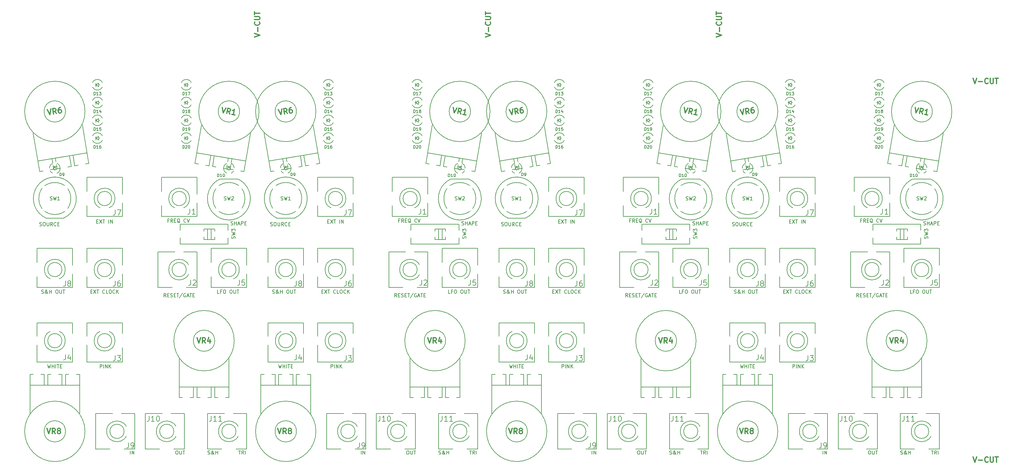
<source format=gto>
G04 #@! TF.FileFunction,Legend,Top*
%FSLAX46Y46*%
G04 Gerber Fmt 4.6, Leading zero omitted, Abs format (unit mm)*
G04 Created by KiCad (PCBNEW 4.0.2-stable) date 2018-03-19 11:23:05 AM*
%MOMM*%
G01*
G04 APERTURE LIST*
%ADD10C,0.100000*%
%ADD11C,0.300000*%
%ADD12C,0.150000*%
%ADD13C,0.304800*%
%ADD14C,2.020000*%
%ADD15R,1.620000X2.820000*%
%ADD16C,1.520000*%
%ADD17R,1.544000X1.544000*%
%ADD18C,1.544000*%
%ADD19C,1.320000*%
%ADD20R,1.747200X1.747200*%
%ADD21O,1.747200X1.747200*%
%ADD22R,1.220000X1.220000*%
%ADD23C,1.220000*%
%ADD24C,2.018980*%
%ADD25O,4.020000X2.520000*%
%ADD26O,2.520000X2.020000*%
%ADD27O,1.520000X3.520000*%
%ADD28O,2.520000X4.020000*%
%ADD29O,2.020000X2.520000*%
%ADD30O,3.520000X1.520000*%
%ADD31R,1.520000X2.020000*%
%ADD32C,2.270000*%
G04 APERTURE END LIST*
D10*
D11*
X117678571Y-68035714D02*
X119178571Y-67535714D01*
X117678571Y-67035714D01*
X118607143Y-66535714D02*
X118607143Y-65392857D01*
X119035714Y-63821428D02*
X119107143Y-63892857D01*
X119178571Y-64107143D01*
X119178571Y-64250000D01*
X119107143Y-64464285D01*
X118964286Y-64607143D01*
X118821429Y-64678571D01*
X118535714Y-64750000D01*
X118321429Y-64750000D01*
X118035714Y-64678571D01*
X117892857Y-64607143D01*
X117750000Y-64464285D01*
X117678571Y-64250000D01*
X117678571Y-64107143D01*
X117750000Y-63892857D01*
X117821429Y-63821428D01*
X117678571Y-63178571D02*
X118892857Y-63178571D01*
X119035714Y-63107143D01*
X119107143Y-63035714D01*
X119178571Y-62892857D01*
X119178571Y-62607143D01*
X119107143Y-62464285D01*
X119035714Y-62392857D01*
X118892857Y-62321428D01*
X117678571Y-62321428D01*
X117678571Y-61821428D02*
X117678571Y-60964285D01*
X119178571Y-61392856D02*
X117678571Y-61392856D01*
X182678571Y-68035714D02*
X184178571Y-67535714D01*
X182678571Y-67035714D01*
X183607143Y-66535714D02*
X183607143Y-65392857D01*
X184035714Y-63821428D02*
X184107143Y-63892857D01*
X184178571Y-64107143D01*
X184178571Y-64250000D01*
X184107143Y-64464285D01*
X183964286Y-64607143D01*
X183821429Y-64678571D01*
X183535714Y-64750000D01*
X183321429Y-64750000D01*
X183035714Y-64678571D01*
X182892857Y-64607143D01*
X182750000Y-64464285D01*
X182678571Y-64250000D01*
X182678571Y-64107143D01*
X182750000Y-63892857D01*
X182821429Y-63821428D01*
X182678571Y-63178571D02*
X183892857Y-63178571D01*
X184035714Y-63107143D01*
X184107143Y-63035714D01*
X184178571Y-62892857D01*
X184178571Y-62607143D01*
X184107143Y-62464285D01*
X184035714Y-62392857D01*
X183892857Y-62321428D01*
X182678571Y-62321428D01*
X182678571Y-61821428D02*
X182678571Y-60964285D01*
X184178571Y-61392856D02*
X182678571Y-61392856D01*
X247678571Y-68035714D02*
X249178571Y-67535714D01*
X247678571Y-67035714D01*
X248607143Y-66535714D02*
X248607143Y-65392857D01*
X249035714Y-63821428D02*
X249107143Y-63892857D01*
X249178571Y-64107143D01*
X249178571Y-64250000D01*
X249107143Y-64464285D01*
X248964286Y-64607143D01*
X248821429Y-64678571D01*
X248535714Y-64750000D01*
X248321429Y-64750000D01*
X248035714Y-64678571D01*
X247892857Y-64607143D01*
X247750000Y-64464285D01*
X247678571Y-64250000D01*
X247678571Y-64107143D01*
X247750000Y-63892857D01*
X247821429Y-63821428D01*
X247678571Y-63178571D02*
X248892857Y-63178571D01*
X249035714Y-63107143D01*
X249107143Y-63035714D01*
X249178571Y-62892857D01*
X249178571Y-62607143D01*
X249107143Y-62464285D01*
X249035714Y-62392857D01*
X248892857Y-62321428D01*
X247678571Y-62321428D01*
X247678571Y-61821428D02*
X247678571Y-60964285D01*
X249178571Y-61392856D02*
X247678571Y-61392856D01*
X319964286Y-79678571D02*
X320464286Y-81178571D01*
X320964286Y-79678571D01*
X321464286Y-80607143D02*
X322607143Y-80607143D01*
X324178572Y-81035714D02*
X324107143Y-81107143D01*
X323892857Y-81178571D01*
X323750000Y-81178571D01*
X323535715Y-81107143D01*
X323392857Y-80964286D01*
X323321429Y-80821429D01*
X323250000Y-80535714D01*
X323250000Y-80321429D01*
X323321429Y-80035714D01*
X323392857Y-79892857D01*
X323535715Y-79750000D01*
X323750000Y-79678571D01*
X323892857Y-79678571D01*
X324107143Y-79750000D01*
X324178572Y-79821429D01*
X324821429Y-79678571D02*
X324821429Y-80892857D01*
X324892857Y-81035714D01*
X324964286Y-81107143D01*
X325107143Y-81178571D01*
X325392857Y-81178571D01*
X325535715Y-81107143D01*
X325607143Y-81035714D01*
X325678572Y-80892857D01*
X325678572Y-79678571D01*
X326178572Y-79678571D02*
X327035715Y-79678571D01*
X326607144Y-81178571D02*
X326607144Y-79678571D01*
X319964286Y-186178571D02*
X320464286Y-187678571D01*
X320964286Y-186178571D01*
X321464286Y-187107143D02*
X322607143Y-187107143D01*
X324178572Y-187535714D02*
X324107143Y-187607143D01*
X323892857Y-187678571D01*
X323750000Y-187678571D01*
X323535715Y-187607143D01*
X323392857Y-187464286D01*
X323321429Y-187321429D01*
X323250000Y-187035714D01*
X323250000Y-186821429D01*
X323321429Y-186535714D01*
X323392857Y-186392857D01*
X323535715Y-186250000D01*
X323750000Y-186178571D01*
X323892857Y-186178571D01*
X324107143Y-186250000D01*
X324178572Y-186321429D01*
X324821429Y-186178571D02*
X324821429Y-187392857D01*
X324892857Y-187535714D01*
X324964286Y-187607143D01*
X325107143Y-187678571D01*
X325392857Y-187678571D01*
X325535715Y-187607143D01*
X325607143Y-187535714D01*
X325678572Y-187392857D01*
X325678572Y-186178571D01*
X326178572Y-186178571D02*
X327035715Y-186178571D01*
X326607144Y-187678571D02*
X326607144Y-186178571D01*
D12*
X277726191Y-185452381D02*
X277726191Y-184452381D01*
X278202381Y-185452381D02*
X278202381Y-184452381D01*
X278773810Y-185452381D01*
X278773810Y-184452381D01*
X299571429Y-185404762D02*
X299714286Y-185452381D01*
X299952382Y-185452381D01*
X300047620Y-185404762D01*
X300095239Y-185357143D01*
X300142858Y-185261905D01*
X300142858Y-185166667D01*
X300095239Y-185071429D01*
X300047620Y-185023810D01*
X299952382Y-184976190D01*
X299761905Y-184928571D01*
X299666667Y-184880952D01*
X299619048Y-184833333D01*
X299571429Y-184738095D01*
X299571429Y-184642857D01*
X299619048Y-184547619D01*
X299666667Y-184500000D01*
X299761905Y-184452381D01*
X300000001Y-184452381D01*
X300142858Y-184500000D01*
X301380953Y-185452381D02*
X301333334Y-185452381D01*
X301238096Y-185404762D01*
X301095239Y-185261905D01*
X300857144Y-184976190D01*
X300761905Y-184833333D01*
X300714286Y-184690476D01*
X300714286Y-184595238D01*
X300761905Y-184500000D01*
X300857144Y-184452381D01*
X300904763Y-184452381D01*
X301000001Y-184500000D01*
X301047620Y-184595238D01*
X301047620Y-184642857D01*
X301000001Y-184738095D01*
X300952382Y-184785714D01*
X300666667Y-184976190D01*
X300619048Y-185023810D01*
X300571429Y-185119048D01*
X300571429Y-185261905D01*
X300619048Y-185357143D01*
X300666667Y-185404762D01*
X300761905Y-185452381D01*
X300904763Y-185452381D01*
X301000001Y-185404762D01*
X301047620Y-185357143D01*
X301190477Y-185166667D01*
X301238096Y-185023810D01*
X301238096Y-184928571D01*
X301809524Y-185452381D02*
X301809524Y-184452381D01*
X301809524Y-184928571D02*
X302380953Y-184928571D01*
X302380953Y-185452381D02*
X302380953Y-184452381D01*
X308226191Y-184452381D02*
X308797620Y-184452381D01*
X308511905Y-185452381D02*
X308511905Y-184452381D01*
X309702382Y-185452381D02*
X309369048Y-184976190D01*
X309130953Y-185452381D02*
X309130953Y-184452381D01*
X309511906Y-184452381D01*
X309607144Y-184500000D01*
X309654763Y-184547619D01*
X309702382Y-184642857D01*
X309702382Y-184785714D01*
X309654763Y-184880952D01*
X309607144Y-184928571D01*
X309511906Y-184976190D01*
X309130953Y-184976190D01*
X310130953Y-185452381D02*
X310130953Y-184452381D01*
X290750000Y-184452381D02*
X290940477Y-184452381D01*
X291035715Y-184500000D01*
X291130953Y-184595238D01*
X291178572Y-184785714D01*
X291178572Y-185119048D01*
X291130953Y-185309524D01*
X291035715Y-185404762D01*
X290940477Y-185452381D01*
X290750000Y-185452381D01*
X290654762Y-185404762D01*
X290559524Y-185309524D01*
X290511905Y-185119048D01*
X290511905Y-184785714D01*
X290559524Y-184595238D01*
X290654762Y-184500000D01*
X290750000Y-184452381D01*
X291607143Y-184452381D02*
X291607143Y-185261905D01*
X291654762Y-185357143D01*
X291702381Y-185404762D01*
X291797619Y-185452381D01*
X291988096Y-185452381D01*
X292083334Y-185404762D01*
X292130953Y-185357143D01*
X292178572Y-185261905D01*
X292178572Y-184452381D01*
X292511905Y-184452381D02*
X293083334Y-184452381D01*
X292797619Y-185452381D02*
X292797619Y-184452381D01*
X269226191Y-161202381D02*
X269226191Y-160202381D01*
X269607144Y-160202381D01*
X269702382Y-160250000D01*
X269750001Y-160297619D01*
X269797620Y-160392857D01*
X269797620Y-160535714D01*
X269750001Y-160630952D01*
X269702382Y-160678571D01*
X269607144Y-160726190D01*
X269226191Y-160726190D01*
X270226191Y-161202381D02*
X270226191Y-160202381D01*
X270702381Y-161202381D02*
X270702381Y-160202381D01*
X271273810Y-161202381D01*
X271273810Y-160202381D01*
X271750000Y-161202381D02*
X271750000Y-160202381D01*
X272321429Y-161202381D02*
X271892857Y-160630952D01*
X272321429Y-160202381D02*
X271750000Y-160773810D01*
X288607143Y-119678571D02*
X288273809Y-119678571D01*
X288273809Y-120202381D02*
X288273809Y-119202381D01*
X288750000Y-119202381D01*
X289702381Y-120202381D02*
X289369047Y-119726190D01*
X289130952Y-120202381D02*
X289130952Y-119202381D01*
X289511905Y-119202381D01*
X289607143Y-119250000D01*
X289654762Y-119297619D01*
X289702381Y-119392857D01*
X289702381Y-119535714D01*
X289654762Y-119630952D01*
X289607143Y-119678571D01*
X289511905Y-119726190D01*
X289130952Y-119726190D01*
X290130952Y-119678571D02*
X290464286Y-119678571D01*
X290607143Y-120202381D02*
X290130952Y-120202381D01*
X290130952Y-119202381D01*
X290607143Y-119202381D01*
X291702381Y-120297619D02*
X291607143Y-120250000D01*
X291511905Y-120154762D01*
X291369048Y-120011905D01*
X291273809Y-119964286D01*
X291178571Y-119964286D01*
X291226190Y-120202381D02*
X291130952Y-120154762D01*
X291035714Y-120059524D01*
X290988095Y-119869048D01*
X290988095Y-119535714D01*
X291035714Y-119345238D01*
X291130952Y-119250000D01*
X291226190Y-119202381D01*
X291416667Y-119202381D01*
X291511905Y-119250000D01*
X291607143Y-119345238D01*
X291654762Y-119535714D01*
X291654762Y-119869048D01*
X291607143Y-120059524D01*
X291511905Y-120154762D01*
X291416667Y-120202381D01*
X291226190Y-120202381D01*
X293416667Y-120107143D02*
X293369048Y-120154762D01*
X293226191Y-120202381D01*
X293130953Y-120202381D01*
X292988095Y-120154762D01*
X292892857Y-120059524D01*
X292845238Y-119964286D01*
X292797619Y-119773810D01*
X292797619Y-119630952D01*
X292845238Y-119440476D01*
X292892857Y-119345238D01*
X292988095Y-119250000D01*
X293130953Y-119202381D01*
X293226191Y-119202381D01*
X293369048Y-119250000D01*
X293416667Y-119297619D01*
X293702381Y-119202381D02*
X294035714Y-120202381D01*
X294369048Y-119202381D01*
X306059524Y-120904762D02*
X306202381Y-120952381D01*
X306440477Y-120952381D01*
X306535715Y-120904762D01*
X306583334Y-120857143D01*
X306630953Y-120761905D01*
X306630953Y-120666667D01*
X306583334Y-120571429D01*
X306535715Y-120523810D01*
X306440477Y-120476190D01*
X306250000Y-120428571D01*
X306154762Y-120380952D01*
X306107143Y-120333333D01*
X306059524Y-120238095D01*
X306059524Y-120142857D01*
X306107143Y-120047619D01*
X306154762Y-120000000D01*
X306250000Y-119952381D01*
X306488096Y-119952381D01*
X306630953Y-120000000D01*
X307059524Y-120952381D02*
X307059524Y-119952381D01*
X307059524Y-120428571D02*
X307630953Y-120428571D01*
X307630953Y-120952381D02*
X307630953Y-119952381D01*
X308059524Y-120666667D02*
X308535715Y-120666667D01*
X307964286Y-120952381D02*
X308297619Y-119952381D01*
X308630953Y-120952381D01*
X308964286Y-120952381D02*
X308964286Y-119952381D01*
X309345239Y-119952381D01*
X309440477Y-120000000D01*
X309488096Y-120047619D01*
X309535715Y-120142857D01*
X309535715Y-120285714D01*
X309488096Y-120380952D01*
X309440477Y-120428571D01*
X309345239Y-120476190D01*
X308964286Y-120476190D01*
X309964286Y-120428571D02*
X310297620Y-120428571D01*
X310440477Y-120952381D02*
X309964286Y-120952381D01*
X309964286Y-119952381D01*
X310440477Y-119952381D01*
X266619047Y-139678571D02*
X266952381Y-139678571D01*
X267095238Y-140202381D02*
X266619047Y-140202381D01*
X266619047Y-139202381D01*
X267095238Y-139202381D01*
X267428571Y-139202381D02*
X268095238Y-140202381D01*
X268095238Y-139202381D02*
X267428571Y-140202381D01*
X268333333Y-139202381D02*
X268904762Y-139202381D01*
X268619047Y-140202381D02*
X268619047Y-139202381D01*
X270571429Y-140107143D02*
X270523810Y-140154762D01*
X270380953Y-140202381D01*
X270285715Y-140202381D01*
X270142857Y-140154762D01*
X270047619Y-140059524D01*
X270000000Y-139964286D01*
X269952381Y-139773810D01*
X269952381Y-139630952D01*
X270000000Y-139440476D01*
X270047619Y-139345238D01*
X270142857Y-139250000D01*
X270285715Y-139202381D01*
X270380953Y-139202381D01*
X270523810Y-139250000D01*
X270571429Y-139297619D01*
X271476191Y-140202381D02*
X271000000Y-140202381D01*
X271000000Y-139202381D01*
X272000000Y-139202381D02*
X272190477Y-139202381D01*
X272285715Y-139250000D01*
X272380953Y-139345238D01*
X272428572Y-139535714D01*
X272428572Y-139869048D01*
X272380953Y-140059524D01*
X272285715Y-140154762D01*
X272190477Y-140202381D01*
X272000000Y-140202381D01*
X271904762Y-140154762D01*
X271809524Y-140059524D01*
X271761905Y-139869048D01*
X271761905Y-139535714D01*
X271809524Y-139345238D01*
X271904762Y-139250000D01*
X272000000Y-139202381D01*
X273428572Y-140107143D02*
X273380953Y-140154762D01*
X273238096Y-140202381D01*
X273142858Y-140202381D01*
X273000000Y-140154762D01*
X272904762Y-140059524D01*
X272857143Y-139964286D01*
X272809524Y-139773810D01*
X272809524Y-139630952D01*
X272857143Y-139440476D01*
X272904762Y-139345238D01*
X273000000Y-139250000D01*
X273142858Y-139202381D01*
X273238096Y-139202381D01*
X273380953Y-139250000D01*
X273428572Y-139297619D01*
X273857143Y-140202381D02*
X273857143Y-139202381D01*
X274428572Y-140202381D02*
X274000000Y-139630952D01*
X274428572Y-139202381D02*
X273857143Y-139773810D01*
X268285714Y-119928571D02*
X268619048Y-119928571D01*
X268761905Y-120452381D02*
X268285714Y-120452381D01*
X268285714Y-119452381D01*
X268761905Y-119452381D01*
X269095238Y-119452381D02*
X269761905Y-120452381D01*
X269761905Y-119452381D02*
X269095238Y-120452381D01*
X270000000Y-119452381D02*
X270571429Y-119452381D01*
X270285714Y-120452381D02*
X270285714Y-119452381D01*
X271666667Y-120452381D02*
X271666667Y-119452381D01*
X272142857Y-120452381D02*
X272142857Y-119452381D01*
X272714286Y-120452381D01*
X272714286Y-119452381D01*
X302797619Y-140202381D02*
X302321428Y-140202381D01*
X302321428Y-139202381D01*
X303464286Y-139678571D02*
X303130952Y-139678571D01*
X303130952Y-140202381D02*
X303130952Y-139202381D01*
X303607143Y-139202381D01*
X304178571Y-139202381D02*
X304369048Y-139202381D01*
X304464286Y-139250000D01*
X304559524Y-139345238D01*
X304607143Y-139535714D01*
X304607143Y-139869048D01*
X304559524Y-140059524D01*
X304464286Y-140154762D01*
X304369048Y-140202381D01*
X304178571Y-140202381D01*
X304083333Y-140154762D01*
X303988095Y-140059524D01*
X303940476Y-139869048D01*
X303940476Y-139535714D01*
X303988095Y-139345238D01*
X304083333Y-139250000D01*
X304178571Y-139202381D01*
X305988095Y-139202381D02*
X306178572Y-139202381D01*
X306273810Y-139250000D01*
X306369048Y-139345238D01*
X306416667Y-139535714D01*
X306416667Y-139869048D01*
X306369048Y-140059524D01*
X306273810Y-140154762D01*
X306178572Y-140202381D01*
X305988095Y-140202381D01*
X305892857Y-140154762D01*
X305797619Y-140059524D01*
X305750000Y-139869048D01*
X305750000Y-139535714D01*
X305797619Y-139345238D01*
X305892857Y-139250000D01*
X305988095Y-139202381D01*
X306845238Y-139202381D02*
X306845238Y-140011905D01*
X306892857Y-140107143D01*
X306940476Y-140154762D01*
X307035714Y-140202381D01*
X307226191Y-140202381D01*
X307321429Y-140154762D01*
X307369048Y-140107143D01*
X307416667Y-140011905D01*
X307416667Y-139202381D01*
X307750000Y-139202381D02*
X308321429Y-139202381D01*
X308035714Y-140202381D02*
X308035714Y-139202381D01*
X287761905Y-141202381D02*
X287428571Y-140726190D01*
X287190476Y-141202381D02*
X287190476Y-140202381D01*
X287571429Y-140202381D01*
X287666667Y-140250000D01*
X287714286Y-140297619D01*
X287761905Y-140392857D01*
X287761905Y-140535714D01*
X287714286Y-140630952D01*
X287666667Y-140678571D01*
X287571429Y-140726190D01*
X287190476Y-140726190D01*
X288190476Y-140678571D02*
X288523810Y-140678571D01*
X288666667Y-141202381D02*
X288190476Y-141202381D01*
X288190476Y-140202381D01*
X288666667Y-140202381D01*
X289047619Y-141154762D02*
X289190476Y-141202381D01*
X289428572Y-141202381D01*
X289523810Y-141154762D01*
X289571429Y-141107143D01*
X289619048Y-141011905D01*
X289619048Y-140916667D01*
X289571429Y-140821429D01*
X289523810Y-140773810D01*
X289428572Y-140726190D01*
X289238095Y-140678571D01*
X289142857Y-140630952D01*
X289095238Y-140583333D01*
X289047619Y-140488095D01*
X289047619Y-140392857D01*
X289095238Y-140297619D01*
X289142857Y-140250000D01*
X289238095Y-140202381D01*
X289476191Y-140202381D01*
X289619048Y-140250000D01*
X290047619Y-140678571D02*
X290380953Y-140678571D01*
X290523810Y-141202381D02*
X290047619Y-141202381D01*
X290047619Y-140202381D01*
X290523810Y-140202381D01*
X290809524Y-140202381D02*
X291380953Y-140202381D01*
X291095238Y-141202381D02*
X291095238Y-140202381D01*
X292428572Y-140154762D02*
X291571429Y-141440476D01*
X293285715Y-140250000D02*
X293190477Y-140202381D01*
X293047620Y-140202381D01*
X292904762Y-140250000D01*
X292809524Y-140345238D01*
X292761905Y-140440476D01*
X292714286Y-140630952D01*
X292714286Y-140773810D01*
X292761905Y-140964286D01*
X292809524Y-141059524D01*
X292904762Y-141154762D01*
X293047620Y-141202381D01*
X293142858Y-141202381D01*
X293285715Y-141154762D01*
X293333334Y-141107143D01*
X293333334Y-140773810D01*
X293142858Y-140773810D01*
X293714286Y-140916667D02*
X294190477Y-140916667D01*
X293619048Y-141202381D02*
X293952381Y-140202381D01*
X294285715Y-141202381D01*
X294476191Y-140202381D02*
X295047620Y-140202381D01*
X294761905Y-141202381D02*
X294761905Y-140202381D01*
X295380953Y-140678571D02*
X295714287Y-140678571D01*
X295857144Y-141202381D02*
X295380953Y-141202381D01*
X295380953Y-140202381D01*
X295857144Y-140202381D01*
X254476191Y-160202381D02*
X254714286Y-161202381D01*
X254904763Y-160488095D01*
X255095239Y-161202381D01*
X255333334Y-160202381D01*
X255714286Y-161202381D02*
X255714286Y-160202381D01*
X255714286Y-160678571D02*
X256285715Y-160678571D01*
X256285715Y-161202381D02*
X256285715Y-160202381D01*
X256761905Y-161202381D02*
X256761905Y-160202381D01*
X257095238Y-160202381D02*
X257666667Y-160202381D01*
X257380952Y-161202381D02*
X257380952Y-160202381D01*
X258000000Y-160678571D02*
X258333334Y-160678571D01*
X258476191Y-161202381D02*
X258000000Y-161202381D01*
X258000000Y-160202381D01*
X258476191Y-160202381D01*
X222761905Y-141202381D02*
X222428571Y-140726190D01*
X222190476Y-141202381D02*
X222190476Y-140202381D01*
X222571429Y-140202381D01*
X222666667Y-140250000D01*
X222714286Y-140297619D01*
X222761905Y-140392857D01*
X222761905Y-140535714D01*
X222714286Y-140630952D01*
X222666667Y-140678571D01*
X222571429Y-140726190D01*
X222190476Y-140726190D01*
X223190476Y-140678571D02*
X223523810Y-140678571D01*
X223666667Y-141202381D02*
X223190476Y-141202381D01*
X223190476Y-140202381D01*
X223666667Y-140202381D01*
X224047619Y-141154762D02*
X224190476Y-141202381D01*
X224428572Y-141202381D01*
X224523810Y-141154762D01*
X224571429Y-141107143D01*
X224619048Y-141011905D01*
X224619048Y-140916667D01*
X224571429Y-140821429D01*
X224523810Y-140773810D01*
X224428572Y-140726190D01*
X224238095Y-140678571D01*
X224142857Y-140630952D01*
X224095238Y-140583333D01*
X224047619Y-140488095D01*
X224047619Y-140392857D01*
X224095238Y-140297619D01*
X224142857Y-140250000D01*
X224238095Y-140202381D01*
X224476191Y-140202381D01*
X224619048Y-140250000D01*
X225047619Y-140678571D02*
X225380953Y-140678571D01*
X225523810Y-141202381D02*
X225047619Y-141202381D01*
X225047619Y-140202381D01*
X225523810Y-140202381D01*
X225809524Y-140202381D02*
X226380953Y-140202381D01*
X226095238Y-141202381D02*
X226095238Y-140202381D01*
X227428572Y-140154762D02*
X226571429Y-141440476D01*
X228285715Y-140250000D02*
X228190477Y-140202381D01*
X228047620Y-140202381D01*
X227904762Y-140250000D01*
X227809524Y-140345238D01*
X227761905Y-140440476D01*
X227714286Y-140630952D01*
X227714286Y-140773810D01*
X227761905Y-140964286D01*
X227809524Y-141059524D01*
X227904762Y-141154762D01*
X228047620Y-141202381D01*
X228142858Y-141202381D01*
X228285715Y-141154762D01*
X228333334Y-141107143D01*
X228333334Y-140773810D01*
X228142858Y-140773810D01*
X228714286Y-140916667D02*
X229190477Y-140916667D01*
X228619048Y-141202381D02*
X228952381Y-140202381D01*
X229285715Y-141202381D01*
X229476191Y-140202381D02*
X230047620Y-140202381D01*
X229761905Y-141202381D02*
X229761905Y-140202381D01*
X230380953Y-140678571D02*
X230714287Y-140678571D01*
X230857144Y-141202381D02*
X230380953Y-141202381D01*
X230380953Y-140202381D01*
X230857144Y-140202381D01*
X252214286Y-121154762D02*
X252357143Y-121202381D01*
X252595239Y-121202381D01*
X252690477Y-121154762D01*
X252738096Y-121107143D01*
X252785715Y-121011905D01*
X252785715Y-120916667D01*
X252738096Y-120821429D01*
X252690477Y-120773810D01*
X252595239Y-120726190D01*
X252404762Y-120678571D01*
X252309524Y-120630952D01*
X252261905Y-120583333D01*
X252214286Y-120488095D01*
X252214286Y-120392857D01*
X252261905Y-120297619D01*
X252309524Y-120250000D01*
X252404762Y-120202381D01*
X252642858Y-120202381D01*
X252785715Y-120250000D01*
X253404762Y-120202381D02*
X253595239Y-120202381D01*
X253690477Y-120250000D01*
X253785715Y-120345238D01*
X253833334Y-120535714D01*
X253833334Y-120869048D01*
X253785715Y-121059524D01*
X253690477Y-121154762D01*
X253595239Y-121202381D01*
X253404762Y-121202381D01*
X253309524Y-121154762D01*
X253214286Y-121059524D01*
X253166667Y-120869048D01*
X253166667Y-120535714D01*
X253214286Y-120345238D01*
X253309524Y-120250000D01*
X253404762Y-120202381D01*
X254261905Y-120202381D02*
X254261905Y-121011905D01*
X254309524Y-121107143D01*
X254357143Y-121154762D01*
X254452381Y-121202381D01*
X254642858Y-121202381D01*
X254738096Y-121154762D01*
X254785715Y-121107143D01*
X254833334Y-121011905D01*
X254833334Y-120202381D01*
X255880953Y-121202381D02*
X255547619Y-120726190D01*
X255309524Y-121202381D02*
X255309524Y-120202381D01*
X255690477Y-120202381D01*
X255785715Y-120250000D01*
X255833334Y-120297619D01*
X255880953Y-120392857D01*
X255880953Y-120535714D01*
X255833334Y-120630952D01*
X255785715Y-120678571D01*
X255690477Y-120726190D01*
X255309524Y-120726190D01*
X256880953Y-121107143D02*
X256833334Y-121154762D01*
X256690477Y-121202381D01*
X256595239Y-121202381D01*
X256452381Y-121154762D01*
X256357143Y-121059524D01*
X256309524Y-120964286D01*
X256261905Y-120773810D01*
X256261905Y-120630952D01*
X256309524Y-120440476D01*
X256357143Y-120345238D01*
X256452381Y-120250000D01*
X256595239Y-120202381D01*
X256690477Y-120202381D01*
X256833334Y-120250000D01*
X256880953Y-120297619D01*
X257309524Y-120678571D02*
X257642858Y-120678571D01*
X257785715Y-121202381D02*
X257309524Y-121202381D01*
X257309524Y-120202381D01*
X257785715Y-120202381D01*
X252761905Y-140154762D02*
X252904762Y-140202381D01*
X253142858Y-140202381D01*
X253238096Y-140154762D01*
X253285715Y-140107143D01*
X253333334Y-140011905D01*
X253333334Y-139916667D01*
X253285715Y-139821429D01*
X253238096Y-139773810D01*
X253142858Y-139726190D01*
X252952381Y-139678571D01*
X252857143Y-139630952D01*
X252809524Y-139583333D01*
X252761905Y-139488095D01*
X252761905Y-139392857D01*
X252809524Y-139297619D01*
X252857143Y-139250000D01*
X252952381Y-139202381D01*
X253190477Y-139202381D01*
X253333334Y-139250000D01*
X254571429Y-140202381D02*
X254523810Y-140202381D01*
X254428572Y-140154762D01*
X254285715Y-140011905D01*
X254047620Y-139726190D01*
X253952381Y-139583333D01*
X253904762Y-139440476D01*
X253904762Y-139345238D01*
X253952381Y-139250000D01*
X254047620Y-139202381D01*
X254095239Y-139202381D01*
X254190477Y-139250000D01*
X254238096Y-139345238D01*
X254238096Y-139392857D01*
X254190477Y-139488095D01*
X254142858Y-139535714D01*
X253857143Y-139726190D01*
X253809524Y-139773810D01*
X253761905Y-139869048D01*
X253761905Y-140011905D01*
X253809524Y-140107143D01*
X253857143Y-140154762D01*
X253952381Y-140202381D01*
X254095239Y-140202381D01*
X254190477Y-140154762D01*
X254238096Y-140107143D01*
X254380953Y-139916667D01*
X254428572Y-139773810D01*
X254428572Y-139678571D01*
X255000000Y-140202381D02*
X255000000Y-139202381D01*
X255000000Y-139678571D02*
X255571429Y-139678571D01*
X255571429Y-140202381D02*
X255571429Y-139202381D01*
X257000000Y-139202381D02*
X257190477Y-139202381D01*
X257285715Y-139250000D01*
X257380953Y-139345238D01*
X257428572Y-139535714D01*
X257428572Y-139869048D01*
X257380953Y-140059524D01*
X257285715Y-140154762D01*
X257190477Y-140202381D01*
X257000000Y-140202381D01*
X256904762Y-140154762D01*
X256809524Y-140059524D01*
X256761905Y-139869048D01*
X256761905Y-139535714D01*
X256809524Y-139345238D01*
X256904762Y-139250000D01*
X257000000Y-139202381D01*
X257857143Y-139202381D02*
X257857143Y-140011905D01*
X257904762Y-140107143D01*
X257952381Y-140154762D01*
X258047619Y-140202381D01*
X258238096Y-140202381D01*
X258333334Y-140154762D01*
X258380953Y-140107143D01*
X258428572Y-140011905D01*
X258428572Y-139202381D01*
X258761905Y-139202381D02*
X259333334Y-139202381D01*
X259047619Y-140202381D02*
X259047619Y-139202381D01*
X201619047Y-139678571D02*
X201952381Y-139678571D01*
X202095238Y-140202381D02*
X201619047Y-140202381D01*
X201619047Y-139202381D01*
X202095238Y-139202381D01*
X202428571Y-139202381D02*
X203095238Y-140202381D01*
X203095238Y-139202381D02*
X202428571Y-140202381D01*
X203333333Y-139202381D02*
X203904762Y-139202381D01*
X203619047Y-140202381D02*
X203619047Y-139202381D01*
X205571429Y-140107143D02*
X205523810Y-140154762D01*
X205380953Y-140202381D01*
X205285715Y-140202381D01*
X205142857Y-140154762D01*
X205047619Y-140059524D01*
X205000000Y-139964286D01*
X204952381Y-139773810D01*
X204952381Y-139630952D01*
X205000000Y-139440476D01*
X205047619Y-139345238D01*
X205142857Y-139250000D01*
X205285715Y-139202381D01*
X205380953Y-139202381D01*
X205523810Y-139250000D01*
X205571429Y-139297619D01*
X206476191Y-140202381D02*
X206000000Y-140202381D01*
X206000000Y-139202381D01*
X207000000Y-139202381D02*
X207190477Y-139202381D01*
X207285715Y-139250000D01*
X207380953Y-139345238D01*
X207428572Y-139535714D01*
X207428572Y-139869048D01*
X207380953Y-140059524D01*
X207285715Y-140154762D01*
X207190477Y-140202381D01*
X207000000Y-140202381D01*
X206904762Y-140154762D01*
X206809524Y-140059524D01*
X206761905Y-139869048D01*
X206761905Y-139535714D01*
X206809524Y-139345238D01*
X206904762Y-139250000D01*
X207000000Y-139202381D01*
X208428572Y-140107143D02*
X208380953Y-140154762D01*
X208238096Y-140202381D01*
X208142858Y-140202381D01*
X208000000Y-140154762D01*
X207904762Y-140059524D01*
X207857143Y-139964286D01*
X207809524Y-139773810D01*
X207809524Y-139630952D01*
X207857143Y-139440476D01*
X207904762Y-139345238D01*
X208000000Y-139250000D01*
X208142858Y-139202381D01*
X208238096Y-139202381D01*
X208380953Y-139250000D01*
X208428572Y-139297619D01*
X208857143Y-140202381D02*
X208857143Y-139202381D01*
X209428572Y-140202381D02*
X209000000Y-139630952D01*
X209428572Y-139202381D02*
X208857143Y-139773810D01*
X187761905Y-140154762D02*
X187904762Y-140202381D01*
X188142858Y-140202381D01*
X188238096Y-140154762D01*
X188285715Y-140107143D01*
X188333334Y-140011905D01*
X188333334Y-139916667D01*
X188285715Y-139821429D01*
X188238096Y-139773810D01*
X188142858Y-139726190D01*
X187952381Y-139678571D01*
X187857143Y-139630952D01*
X187809524Y-139583333D01*
X187761905Y-139488095D01*
X187761905Y-139392857D01*
X187809524Y-139297619D01*
X187857143Y-139250000D01*
X187952381Y-139202381D01*
X188190477Y-139202381D01*
X188333334Y-139250000D01*
X189571429Y-140202381D02*
X189523810Y-140202381D01*
X189428572Y-140154762D01*
X189285715Y-140011905D01*
X189047620Y-139726190D01*
X188952381Y-139583333D01*
X188904762Y-139440476D01*
X188904762Y-139345238D01*
X188952381Y-139250000D01*
X189047620Y-139202381D01*
X189095239Y-139202381D01*
X189190477Y-139250000D01*
X189238096Y-139345238D01*
X189238096Y-139392857D01*
X189190477Y-139488095D01*
X189142858Y-139535714D01*
X188857143Y-139726190D01*
X188809524Y-139773810D01*
X188761905Y-139869048D01*
X188761905Y-140011905D01*
X188809524Y-140107143D01*
X188857143Y-140154762D01*
X188952381Y-140202381D01*
X189095239Y-140202381D01*
X189190477Y-140154762D01*
X189238096Y-140107143D01*
X189380953Y-139916667D01*
X189428572Y-139773810D01*
X189428572Y-139678571D01*
X190000000Y-140202381D02*
X190000000Y-139202381D01*
X190000000Y-139678571D02*
X190571429Y-139678571D01*
X190571429Y-140202381D02*
X190571429Y-139202381D01*
X192000000Y-139202381D02*
X192190477Y-139202381D01*
X192285715Y-139250000D01*
X192380953Y-139345238D01*
X192428572Y-139535714D01*
X192428572Y-139869048D01*
X192380953Y-140059524D01*
X192285715Y-140154762D01*
X192190477Y-140202381D01*
X192000000Y-140202381D01*
X191904762Y-140154762D01*
X191809524Y-140059524D01*
X191761905Y-139869048D01*
X191761905Y-139535714D01*
X191809524Y-139345238D01*
X191904762Y-139250000D01*
X192000000Y-139202381D01*
X192857143Y-139202381D02*
X192857143Y-140011905D01*
X192904762Y-140107143D01*
X192952381Y-140154762D01*
X193047619Y-140202381D01*
X193238096Y-140202381D01*
X193333334Y-140154762D01*
X193380953Y-140107143D01*
X193428572Y-140011905D01*
X193428572Y-139202381D01*
X193761905Y-139202381D02*
X194333334Y-139202381D01*
X194047619Y-140202381D02*
X194047619Y-139202381D01*
X204226191Y-161202381D02*
X204226191Y-160202381D01*
X204607144Y-160202381D01*
X204702382Y-160250000D01*
X204750001Y-160297619D01*
X204797620Y-160392857D01*
X204797620Y-160535714D01*
X204750001Y-160630952D01*
X204702382Y-160678571D01*
X204607144Y-160726190D01*
X204226191Y-160726190D01*
X205226191Y-161202381D02*
X205226191Y-160202381D01*
X205702381Y-161202381D02*
X205702381Y-160202381D01*
X206273810Y-161202381D01*
X206273810Y-160202381D01*
X206750000Y-161202381D02*
X206750000Y-160202381D01*
X207321429Y-161202381D02*
X206892857Y-160630952D01*
X207321429Y-160202381D02*
X206750000Y-160773810D01*
X189476191Y-160202381D02*
X189714286Y-161202381D01*
X189904763Y-160488095D01*
X190095239Y-161202381D01*
X190333334Y-160202381D01*
X190714286Y-161202381D02*
X190714286Y-160202381D01*
X190714286Y-160678571D02*
X191285715Y-160678571D01*
X191285715Y-161202381D02*
X191285715Y-160202381D01*
X191761905Y-161202381D02*
X191761905Y-160202381D01*
X192095238Y-160202381D02*
X192666667Y-160202381D01*
X192380952Y-161202381D02*
X192380952Y-160202381D01*
X193000000Y-160678571D02*
X193333334Y-160678571D01*
X193476191Y-161202381D02*
X193000000Y-161202381D01*
X193000000Y-160202381D01*
X193476191Y-160202381D01*
X187214286Y-121154762D02*
X187357143Y-121202381D01*
X187595239Y-121202381D01*
X187690477Y-121154762D01*
X187738096Y-121107143D01*
X187785715Y-121011905D01*
X187785715Y-120916667D01*
X187738096Y-120821429D01*
X187690477Y-120773810D01*
X187595239Y-120726190D01*
X187404762Y-120678571D01*
X187309524Y-120630952D01*
X187261905Y-120583333D01*
X187214286Y-120488095D01*
X187214286Y-120392857D01*
X187261905Y-120297619D01*
X187309524Y-120250000D01*
X187404762Y-120202381D01*
X187642858Y-120202381D01*
X187785715Y-120250000D01*
X188404762Y-120202381D02*
X188595239Y-120202381D01*
X188690477Y-120250000D01*
X188785715Y-120345238D01*
X188833334Y-120535714D01*
X188833334Y-120869048D01*
X188785715Y-121059524D01*
X188690477Y-121154762D01*
X188595239Y-121202381D01*
X188404762Y-121202381D01*
X188309524Y-121154762D01*
X188214286Y-121059524D01*
X188166667Y-120869048D01*
X188166667Y-120535714D01*
X188214286Y-120345238D01*
X188309524Y-120250000D01*
X188404762Y-120202381D01*
X189261905Y-120202381D02*
X189261905Y-121011905D01*
X189309524Y-121107143D01*
X189357143Y-121154762D01*
X189452381Y-121202381D01*
X189642858Y-121202381D01*
X189738096Y-121154762D01*
X189785715Y-121107143D01*
X189833334Y-121011905D01*
X189833334Y-120202381D01*
X190880953Y-121202381D02*
X190547619Y-120726190D01*
X190309524Y-121202381D02*
X190309524Y-120202381D01*
X190690477Y-120202381D01*
X190785715Y-120250000D01*
X190833334Y-120297619D01*
X190880953Y-120392857D01*
X190880953Y-120535714D01*
X190833334Y-120630952D01*
X190785715Y-120678571D01*
X190690477Y-120726190D01*
X190309524Y-120726190D01*
X191880953Y-121107143D02*
X191833334Y-121154762D01*
X191690477Y-121202381D01*
X191595239Y-121202381D01*
X191452381Y-121154762D01*
X191357143Y-121059524D01*
X191309524Y-120964286D01*
X191261905Y-120773810D01*
X191261905Y-120630952D01*
X191309524Y-120440476D01*
X191357143Y-120345238D01*
X191452381Y-120250000D01*
X191595239Y-120202381D01*
X191690477Y-120202381D01*
X191833334Y-120250000D01*
X191880953Y-120297619D01*
X192309524Y-120678571D02*
X192642858Y-120678571D01*
X192785715Y-121202381D02*
X192309524Y-121202381D01*
X192309524Y-120202381D01*
X192785715Y-120202381D01*
X203285714Y-119928571D02*
X203619048Y-119928571D01*
X203761905Y-120452381D02*
X203285714Y-120452381D01*
X203285714Y-119452381D01*
X203761905Y-119452381D01*
X204095238Y-119452381D02*
X204761905Y-120452381D01*
X204761905Y-119452381D02*
X204095238Y-120452381D01*
X205000000Y-119452381D02*
X205571429Y-119452381D01*
X205285714Y-120452381D02*
X205285714Y-119452381D01*
X206666667Y-120452381D02*
X206666667Y-119452381D01*
X207142857Y-120452381D02*
X207142857Y-119452381D01*
X207714286Y-120452381D01*
X207714286Y-119452381D01*
X223607143Y-119678571D02*
X223273809Y-119678571D01*
X223273809Y-120202381D02*
X223273809Y-119202381D01*
X223750000Y-119202381D01*
X224702381Y-120202381D02*
X224369047Y-119726190D01*
X224130952Y-120202381D02*
X224130952Y-119202381D01*
X224511905Y-119202381D01*
X224607143Y-119250000D01*
X224654762Y-119297619D01*
X224702381Y-119392857D01*
X224702381Y-119535714D01*
X224654762Y-119630952D01*
X224607143Y-119678571D01*
X224511905Y-119726190D01*
X224130952Y-119726190D01*
X225130952Y-119678571D02*
X225464286Y-119678571D01*
X225607143Y-120202381D02*
X225130952Y-120202381D01*
X225130952Y-119202381D01*
X225607143Y-119202381D01*
X226702381Y-120297619D02*
X226607143Y-120250000D01*
X226511905Y-120154762D01*
X226369048Y-120011905D01*
X226273809Y-119964286D01*
X226178571Y-119964286D01*
X226226190Y-120202381D02*
X226130952Y-120154762D01*
X226035714Y-120059524D01*
X225988095Y-119869048D01*
X225988095Y-119535714D01*
X226035714Y-119345238D01*
X226130952Y-119250000D01*
X226226190Y-119202381D01*
X226416667Y-119202381D01*
X226511905Y-119250000D01*
X226607143Y-119345238D01*
X226654762Y-119535714D01*
X226654762Y-119869048D01*
X226607143Y-120059524D01*
X226511905Y-120154762D01*
X226416667Y-120202381D01*
X226226190Y-120202381D01*
X228416667Y-120107143D02*
X228369048Y-120154762D01*
X228226191Y-120202381D01*
X228130953Y-120202381D01*
X227988095Y-120154762D01*
X227892857Y-120059524D01*
X227845238Y-119964286D01*
X227797619Y-119773810D01*
X227797619Y-119630952D01*
X227845238Y-119440476D01*
X227892857Y-119345238D01*
X227988095Y-119250000D01*
X228130953Y-119202381D01*
X228226191Y-119202381D01*
X228369048Y-119250000D01*
X228416667Y-119297619D01*
X228702381Y-119202381D02*
X229035714Y-120202381D01*
X229369048Y-119202381D01*
X241059524Y-120904762D02*
X241202381Y-120952381D01*
X241440477Y-120952381D01*
X241535715Y-120904762D01*
X241583334Y-120857143D01*
X241630953Y-120761905D01*
X241630953Y-120666667D01*
X241583334Y-120571429D01*
X241535715Y-120523810D01*
X241440477Y-120476190D01*
X241250000Y-120428571D01*
X241154762Y-120380952D01*
X241107143Y-120333333D01*
X241059524Y-120238095D01*
X241059524Y-120142857D01*
X241107143Y-120047619D01*
X241154762Y-120000000D01*
X241250000Y-119952381D01*
X241488096Y-119952381D01*
X241630953Y-120000000D01*
X242059524Y-120952381D02*
X242059524Y-119952381D01*
X242059524Y-120428571D02*
X242630953Y-120428571D01*
X242630953Y-120952381D02*
X242630953Y-119952381D01*
X243059524Y-120666667D02*
X243535715Y-120666667D01*
X242964286Y-120952381D02*
X243297619Y-119952381D01*
X243630953Y-120952381D01*
X243964286Y-120952381D02*
X243964286Y-119952381D01*
X244345239Y-119952381D01*
X244440477Y-120000000D01*
X244488096Y-120047619D01*
X244535715Y-120142857D01*
X244535715Y-120285714D01*
X244488096Y-120380952D01*
X244440477Y-120428571D01*
X244345239Y-120476190D01*
X243964286Y-120476190D01*
X244964286Y-120428571D02*
X245297620Y-120428571D01*
X245440477Y-120952381D02*
X244964286Y-120952381D01*
X244964286Y-119952381D01*
X245440477Y-119952381D01*
X234571429Y-185404762D02*
X234714286Y-185452381D01*
X234952382Y-185452381D01*
X235047620Y-185404762D01*
X235095239Y-185357143D01*
X235142858Y-185261905D01*
X235142858Y-185166667D01*
X235095239Y-185071429D01*
X235047620Y-185023810D01*
X234952382Y-184976190D01*
X234761905Y-184928571D01*
X234666667Y-184880952D01*
X234619048Y-184833333D01*
X234571429Y-184738095D01*
X234571429Y-184642857D01*
X234619048Y-184547619D01*
X234666667Y-184500000D01*
X234761905Y-184452381D01*
X235000001Y-184452381D01*
X235142858Y-184500000D01*
X236380953Y-185452381D02*
X236333334Y-185452381D01*
X236238096Y-185404762D01*
X236095239Y-185261905D01*
X235857144Y-184976190D01*
X235761905Y-184833333D01*
X235714286Y-184690476D01*
X235714286Y-184595238D01*
X235761905Y-184500000D01*
X235857144Y-184452381D01*
X235904763Y-184452381D01*
X236000001Y-184500000D01*
X236047620Y-184595238D01*
X236047620Y-184642857D01*
X236000001Y-184738095D01*
X235952382Y-184785714D01*
X235666667Y-184976190D01*
X235619048Y-185023810D01*
X235571429Y-185119048D01*
X235571429Y-185261905D01*
X235619048Y-185357143D01*
X235666667Y-185404762D01*
X235761905Y-185452381D01*
X235904763Y-185452381D01*
X236000001Y-185404762D01*
X236047620Y-185357143D01*
X236190477Y-185166667D01*
X236238096Y-185023810D01*
X236238096Y-184928571D01*
X236809524Y-185452381D02*
X236809524Y-184452381D01*
X236809524Y-184928571D02*
X237380953Y-184928571D01*
X237380953Y-185452381D02*
X237380953Y-184452381D01*
X243226191Y-184452381D02*
X243797620Y-184452381D01*
X243511905Y-185452381D02*
X243511905Y-184452381D01*
X244702382Y-185452381D02*
X244369048Y-184976190D01*
X244130953Y-185452381D02*
X244130953Y-184452381D01*
X244511906Y-184452381D01*
X244607144Y-184500000D01*
X244654763Y-184547619D01*
X244702382Y-184642857D01*
X244702382Y-184785714D01*
X244654763Y-184880952D01*
X244607144Y-184928571D01*
X244511906Y-184976190D01*
X244130953Y-184976190D01*
X245130953Y-185452381D02*
X245130953Y-184452381D01*
X237797619Y-140202381D02*
X237321428Y-140202381D01*
X237321428Y-139202381D01*
X238464286Y-139678571D02*
X238130952Y-139678571D01*
X238130952Y-140202381D02*
X238130952Y-139202381D01*
X238607143Y-139202381D01*
X239178571Y-139202381D02*
X239369048Y-139202381D01*
X239464286Y-139250000D01*
X239559524Y-139345238D01*
X239607143Y-139535714D01*
X239607143Y-139869048D01*
X239559524Y-140059524D01*
X239464286Y-140154762D01*
X239369048Y-140202381D01*
X239178571Y-140202381D01*
X239083333Y-140154762D01*
X238988095Y-140059524D01*
X238940476Y-139869048D01*
X238940476Y-139535714D01*
X238988095Y-139345238D01*
X239083333Y-139250000D01*
X239178571Y-139202381D01*
X240988095Y-139202381D02*
X241178572Y-139202381D01*
X241273810Y-139250000D01*
X241369048Y-139345238D01*
X241416667Y-139535714D01*
X241416667Y-139869048D01*
X241369048Y-140059524D01*
X241273810Y-140154762D01*
X241178572Y-140202381D01*
X240988095Y-140202381D01*
X240892857Y-140154762D01*
X240797619Y-140059524D01*
X240750000Y-139869048D01*
X240750000Y-139535714D01*
X240797619Y-139345238D01*
X240892857Y-139250000D01*
X240988095Y-139202381D01*
X241845238Y-139202381D02*
X241845238Y-140011905D01*
X241892857Y-140107143D01*
X241940476Y-140154762D01*
X242035714Y-140202381D01*
X242226191Y-140202381D01*
X242321429Y-140154762D01*
X242369048Y-140107143D01*
X242416667Y-140011905D01*
X242416667Y-139202381D01*
X242750000Y-139202381D02*
X243321429Y-139202381D01*
X243035714Y-140202381D02*
X243035714Y-139202381D01*
X225750000Y-184452381D02*
X225940477Y-184452381D01*
X226035715Y-184500000D01*
X226130953Y-184595238D01*
X226178572Y-184785714D01*
X226178572Y-185119048D01*
X226130953Y-185309524D01*
X226035715Y-185404762D01*
X225940477Y-185452381D01*
X225750000Y-185452381D01*
X225654762Y-185404762D01*
X225559524Y-185309524D01*
X225511905Y-185119048D01*
X225511905Y-184785714D01*
X225559524Y-184595238D01*
X225654762Y-184500000D01*
X225750000Y-184452381D01*
X226607143Y-184452381D02*
X226607143Y-185261905D01*
X226654762Y-185357143D01*
X226702381Y-185404762D01*
X226797619Y-185452381D01*
X226988096Y-185452381D01*
X227083334Y-185404762D01*
X227130953Y-185357143D01*
X227178572Y-185261905D01*
X227178572Y-184452381D01*
X227511905Y-184452381D02*
X228083334Y-184452381D01*
X227797619Y-185452381D02*
X227797619Y-184452381D01*
X212726191Y-185452381D02*
X212726191Y-184452381D01*
X213202381Y-185452381D02*
X213202381Y-184452381D01*
X213773810Y-185452381D01*
X213773810Y-184452381D01*
X147726191Y-185452381D02*
X147726191Y-184452381D01*
X148202381Y-185452381D02*
X148202381Y-184452381D01*
X148773810Y-185452381D01*
X148773810Y-184452381D01*
X139226191Y-161202381D02*
X139226191Y-160202381D01*
X139607144Y-160202381D01*
X139702382Y-160250000D01*
X139750001Y-160297619D01*
X139797620Y-160392857D01*
X139797620Y-160535714D01*
X139750001Y-160630952D01*
X139702382Y-160678571D01*
X139607144Y-160726190D01*
X139226191Y-160726190D01*
X140226191Y-161202381D02*
X140226191Y-160202381D01*
X140702381Y-161202381D02*
X140702381Y-160202381D01*
X141273810Y-161202381D01*
X141273810Y-160202381D01*
X141750000Y-161202381D02*
X141750000Y-160202381D01*
X142321429Y-161202381D02*
X141892857Y-160630952D01*
X142321429Y-160202381D02*
X141750000Y-160773810D01*
X124476191Y-160202381D02*
X124714286Y-161202381D01*
X124904763Y-160488095D01*
X125095239Y-161202381D01*
X125333334Y-160202381D01*
X125714286Y-161202381D02*
X125714286Y-160202381D01*
X125714286Y-160678571D02*
X126285715Y-160678571D01*
X126285715Y-161202381D02*
X126285715Y-160202381D01*
X126761905Y-161202381D02*
X126761905Y-160202381D01*
X127095238Y-160202381D02*
X127666667Y-160202381D01*
X127380952Y-161202381D02*
X127380952Y-160202381D01*
X128000000Y-160678571D02*
X128333334Y-160678571D01*
X128476191Y-161202381D02*
X128000000Y-161202381D01*
X128000000Y-160202381D01*
X128476191Y-160202381D01*
X122761905Y-140154762D02*
X122904762Y-140202381D01*
X123142858Y-140202381D01*
X123238096Y-140154762D01*
X123285715Y-140107143D01*
X123333334Y-140011905D01*
X123333334Y-139916667D01*
X123285715Y-139821429D01*
X123238096Y-139773810D01*
X123142858Y-139726190D01*
X122952381Y-139678571D01*
X122857143Y-139630952D01*
X122809524Y-139583333D01*
X122761905Y-139488095D01*
X122761905Y-139392857D01*
X122809524Y-139297619D01*
X122857143Y-139250000D01*
X122952381Y-139202381D01*
X123190477Y-139202381D01*
X123333334Y-139250000D01*
X124571429Y-140202381D02*
X124523810Y-140202381D01*
X124428572Y-140154762D01*
X124285715Y-140011905D01*
X124047620Y-139726190D01*
X123952381Y-139583333D01*
X123904762Y-139440476D01*
X123904762Y-139345238D01*
X123952381Y-139250000D01*
X124047620Y-139202381D01*
X124095239Y-139202381D01*
X124190477Y-139250000D01*
X124238096Y-139345238D01*
X124238096Y-139392857D01*
X124190477Y-139488095D01*
X124142858Y-139535714D01*
X123857143Y-139726190D01*
X123809524Y-139773810D01*
X123761905Y-139869048D01*
X123761905Y-140011905D01*
X123809524Y-140107143D01*
X123857143Y-140154762D01*
X123952381Y-140202381D01*
X124095239Y-140202381D01*
X124190477Y-140154762D01*
X124238096Y-140107143D01*
X124380953Y-139916667D01*
X124428572Y-139773810D01*
X124428572Y-139678571D01*
X125000000Y-140202381D02*
X125000000Y-139202381D01*
X125000000Y-139678571D02*
X125571429Y-139678571D01*
X125571429Y-140202381D02*
X125571429Y-139202381D01*
X127000000Y-139202381D02*
X127190477Y-139202381D01*
X127285715Y-139250000D01*
X127380953Y-139345238D01*
X127428572Y-139535714D01*
X127428572Y-139869048D01*
X127380953Y-140059524D01*
X127285715Y-140154762D01*
X127190477Y-140202381D01*
X127000000Y-140202381D01*
X126904762Y-140154762D01*
X126809524Y-140059524D01*
X126761905Y-139869048D01*
X126761905Y-139535714D01*
X126809524Y-139345238D01*
X126904762Y-139250000D01*
X127000000Y-139202381D01*
X127857143Y-139202381D02*
X127857143Y-140011905D01*
X127904762Y-140107143D01*
X127952381Y-140154762D01*
X128047619Y-140202381D01*
X128238096Y-140202381D01*
X128333334Y-140154762D01*
X128380953Y-140107143D01*
X128428572Y-140011905D01*
X128428572Y-139202381D01*
X128761905Y-139202381D02*
X129333334Y-139202381D01*
X129047619Y-140202381D02*
X129047619Y-139202381D01*
X136619047Y-139678571D02*
X136952381Y-139678571D01*
X137095238Y-140202381D02*
X136619047Y-140202381D01*
X136619047Y-139202381D01*
X137095238Y-139202381D01*
X137428571Y-139202381D02*
X138095238Y-140202381D01*
X138095238Y-139202381D02*
X137428571Y-140202381D01*
X138333333Y-139202381D02*
X138904762Y-139202381D01*
X138619047Y-140202381D02*
X138619047Y-139202381D01*
X140571429Y-140107143D02*
X140523810Y-140154762D01*
X140380953Y-140202381D01*
X140285715Y-140202381D01*
X140142857Y-140154762D01*
X140047619Y-140059524D01*
X140000000Y-139964286D01*
X139952381Y-139773810D01*
X139952381Y-139630952D01*
X140000000Y-139440476D01*
X140047619Y-139345238D01*
X140142857Y-139250000D01*
X140285715Y-139202381D01*
X140380953Y-139202381D01*
X140523810Y-139250000D01*
X140571429Y-139297619D01*
X141476191Y-140202381D02*
X141000000Y-140202381D01*
X141000000Y-139202381D01*
X142000000Y-139202381D02*
X142190477Y-139202381D01*
X142285715Y-139250000D01*
X142380953Y-139345238D01*
X142428572Y-139535714D01*
X142428572Y-139869048D01*
X142380953Y-140059524D01*
X142285715Y-140154762D01*
X142190477Y-140202381D01*
X142000000Y-140202381D01*
X141904762Y-140154762D01*
X141809524Y-140059524D01*
X141761905Y-139869048D01*
X141761905Y-139535714D01*
X141809524Y-139345238D01*
X141904762Y-139250000D01*
X142000000Y-139202381D01*
X143428572Y-140107143D02*
X143380953Y-140154762D01*
X143238096Y-140202381D01*
X143142858Y-140202381D01*
X143000000Y-140154762D01*
X142904762Y-140059524D01*
X142857143Y-139964286D01*
X142809524Y-139773810D01*
X142809524Y-139630952D01*
X142857143Y-139440476D01*
X142904762Y-139345238D01*
X143000000Y-139250000D01*
X143142858Y-139202381D01*
X143238096Y-139202381D01*
X143380953Y-139250000D01*
X143428572Y-139297619D01*
X143857143Y-140202381D02*
X143857143Y-139202381D01*
X144428572Y-140202381D02*
X144000000Y-139630952D01*
X144428572Y-139202381D02*
X143857143Y-139773810D01*
X172797619Y-140202381D02*
X172321428Y-140202381D01*
X172321428Y-139202381D01*
X173464286Y-139678571D02*
X173130952Y-139678571D01*
X173130952Y-140202381D02*
X173130952Y-139202381D01*
X173607143Y-139202381D01*
X174178571Y-139202381D02*
X174369048Y-139202381D01*
X174464286Y-139250000D01*
X174559524Y-139345238D01*
X174607143Y-139535714D01*
X174607143Y-139869048D01*
X174559524Y-140059524D01*
X174464286Y-140154762D01*
X174369048Y-140202381D01*
X174178571Y-140202381D01*
X174083333Y-140154762D01*
X173988095Y-140059524D01*
X173940476Y-139869048D01*
X173940476Y-139535714D01*
X173988095Y-139345238D01*
X174083333Y-139250000D01*
X174178571Y-139202381D01*
X175988095Y-139202381D02*
X176178572Y-139202381D01*
X176273810Y-139250000D01*
X176369048Y-139345238D01*
X176416667Y-139535714D01*
X176416667Y-139869048D01*
X176369048Y-140059524D01*
X176273810Y-140154762D01*
X176178572Y-140202381D01*
X175988095Y-140202381D01*
X175892857Y-140154762D01*
X175797619Y-140059524D01*
X175750000Y-139869048D01*
X175750000Y-139535714D01*
X175797619Y-139345238D01*
X175892857Y-139250000D01*
X175988095Y-139202381D01*
X176845238Y-139202381D02*
X176845238Y-140011905D01*
X176892857Y-140107143D01*
X176940476Y-140154762D01*
X177035714Y-140202381D01*
X177226191Y-140202381D01*
X177321429Y-140154762D01*
X177369048Y-140107143D01*
X177416667Y-140011905D01*
X177416667Y-139202381D01*
X177750000Y-139202381D02*
X178321429Y-139202381D01*
X178035714Y-140202381D02*
X178035714Y-139202381D01*
X157761905Y-141202381D02*
X157428571Y-140726190D01*
X157190476Y-141202381D02*
X157190476Y-140202381D01*
X157571429Y-140202381D01*
X157666667Y-140250000D01*
X157714286Y-140297619D01*
X157761905Y-140392857D01*
X157761905Y-140535714D01*
X157714286Y-140630952D01*
X157666667Y-140678571D01*
X157571429Y-140726190D01*
X157190476Y-140726190D01*
X158190476Y-140678571D02*
X158523810Y-140678571D01*
X158666667Y-141202381D02*
X158190476Y-141202381D01*
X158190476Y-140202381D01*
X158666667Y-140202381D01*
X159047619Y-141154762D02*
X159190476Y-141202381D01*
X159428572Y-141202381D01*
X159523810Y-141154762D01*
X159571429Y-141107143D01*
X159619048Y-141011905D01*
X159619048Y-140916667D01*
X159571429Y-140821429D01*
X159523810Y-140773810D01*
X159428572Y-140726190D01*
X159238095Y-140678571D01*
X159142857Y-140630952D01*
X159095238Y-140583333D01*
X159047619Y-140488095D01*
X159047619Y-140392857D01*
X159095238Y-140297619D01*
X159142857Y-140250000D01*
X159238095Y-140202381D01*
X159476191Y-140202381D01*
X159619048Y-140250000D01*
X160047619Y-140678571D02*
X160380953Y-140678571D01*
X160523810Y-141202381D02*
X160047619Y-141202381D01*
X160047619Y-140202381D01*
X160523810Y-140202381D01*
X160809524Y-140202381D02*
X161380953Y-140202381D01*
X161095238Y-141202381D02*
X161095238Y-140202381D01*
X162428572Y-140154762D02*
X161571429Y-141440476D01*
X163285715Y-140250000D02*
X163190477Y-140202381D01*
X163047620Y-140202381D01*
X162904762Y-140250000D01*
X162809524Y-140345238D01*
X162761905Y-140440476D01*
X162714286Y-140630952D01*
X162714286Y-140773810D01*
X162761905Y-140964286D01*
X162809524Y-141059524D01*
X162904762Y-141154762D01*
X163047620Y-141202381D01*
X163142858Y-141202381D01*
X163285715Y-141154762D01*
X163333334Y-141107143D01*
X163333334Y-140773810D01*
X163142858Y-140773810D01*
X163714286Y-140916667D02*
X164190477Y-140916667D01*
X163619048Y-141202381D02*
X163952381Y-140202381D01*
X164285715Y-141202381D01*
X164476191Y-140202381D02*
X165047620Y-140202381D01*
X164761905Y-141202381D02*
X164761905Y-140202381D01*
X165380953Y-140678571D02*
X165714287Y-140678571D01*
X165857144Y-141202381D02*
X165380953Y-141202381D01*
X165380953Y-140202381D01*
X165857144Y-140202381D01*
X122214286Y-121154762D02*
X122357143Y-121202381D01*
X122595239Y-121202381D01*
X122690477Y-121154762D01*
X122738096Y-121107143D01*
X122785715Y-121011905D01*
X122785715Y-120916667D01*
X122738096Y-120821429D01*
X122690477Y-120773810D01*
X122595239Y-120726190D01*
X122404762Y-120678571D01*
X122309524Y-120630952D01*
X122261905Y-120583333D01*
X122214286Y-120488095D01*
X122214286Y-120392857D01*
X122261905Y-120297619D01*
X122309524Y-120250000D01*
X122404762Y-120202381D01*
X122642858Y-120202381D01*
X122785715Y-120250000D01*
X123404762Y-120202381D02*
X123595239Y-120202381D01*
X123690477Y-120250000D01*
X123785715Y-120345238D01*
X123833334Y-120535714D01*
X123833334Y-120869048D01*
X123785715Y-121059524D01*
X123690477Y-121154762D01*
X123595239Y-121202381D01*
X123404762Y-121202381D01*
X123309524Y-121154762D01*
X123214286Y-121059524D01*
X123166667Y-120869048D01*
X123166667Y-120535714D01*
X123214286Y-120345238D01*
X123309524Y-120250000D01*
X123404762Y-120202381D01*
X124261905Y-120202381D02*
X124261905Y-121011905D01*
X124309524Y-121107143D01*
X124357143Y-121154762D01*
X124452381Y-121202381D01*
X124642858Y-121202381D01*
X124738096Y-121154762D01*
X124785715Y-121107143D01*
X124833334Y-121011905D01*
X124833334Y-120202381D01*
X125880953Y-121202381D02*
X125547619Y-120726190D01*
X125309524Y-121202381D02*
X125309524Y-120202381D01*
X125690477Y-120202381D01*
X125785715Y-120250000D01*
X125833334Y-120297619D01*
X125880953Y-120392857D01*
X125880953Y-120535714D01*
X125833334Y-120630952D01*
X125785715Y-120678571D01*
X125690477Y-120726190D01*
X125309524Y-120726190D01*
X126880953Y-121107143D02*
X126833334Y-121154762D01*
X126690477Y-121202381D01*
X126595239Y-121202381D01*
X126452381Y-121154762D01*
X126357143Y-121059524D01*
X126309524Y-120964286D01*
X126261905Y-120773810D01*
X126261905Y-120630952D01*
X126309524Y-120440476D01*
X126357143Y-120345238D01*
X126452381Y-120250000D01*
X126595239Y-120202381D01*
X126690477Y-120202381D01*
X126833334Y-120250000D01*
X126880953Y-120297619D01*
X127309524Y-120678571D02*
X127642858Y-120678571D01*
X127785715Y-121202381D02*
X127309524Y-121202381D01*
X127309524Y-120202381D01*
X127785715Y-120202381D01*
X138285714Y-119928571D02*
X138619048Y-119928571D01*
X138761905Y-120452381D02*
X138285714Y-120452381D01*
X138285714Y-119452381D01*
X138761905Y-119452381D01*
X139095238Y-119452381D02*
X139761905Y-120452381D01*
X139761905Y-119452381D02*
X139095238Y-120452381D01*
X140000000Y-119452381D02*
X140571429Y-119452381D01*
X140285714Y-120452381D02*
X140285714Y-119452381D01*
X141666667Y-120452381D02*
X141666667Y-119452381D01*
X142142857Y-120452381D02*
X142142857Y-119452381D01*
X142714286Y-120452381D01*
X142714286Y-119452381D01*
X176059524Y-120904762D02*
X176202381Y-120952381D01*
X176440477Y-120952381D01*
X176535715Y-120904762D01*
X176583334Y-120857143D01*
X176630953Y-120761905D01*
X176630953Y-120666667D01*
X176583334Y-120571429D01*
X176535715Y-120523810D01*
X176440477Y-120476190D01*
X176250000Y-120428571D01*
X176154762Y-120380952D01*
X176107143Y-120333333D01*
X176059524Y-120238095D01*
X176059524Y-120142857D01*
X176107143Y-120047619D01*
X176154762Y-120000000D01*
X176250000Y-119952381D01*
X176488096Y-119952381D01*
X176630953Y-120000000D01*
X177059524Y-120952381D02*
X177059524Y-119952381D01*
X177059524Y-120428571D02*
X177630953Y-120428571D01*
X177630953Y-120952381D02*
X177630953Y-119952381D01*
X178059524Y-120666667D02*
X178535715Y-120666667D01*
X177964286Y-120952381D02*
X178297619Y-119952381D01*
X178630953Y-120952381D01*
X178964286Y-120952381D02*
X178964286Y-119952381D01*
X179345239Y-119952381D01*
X179440477Y-120000000D01*
X179488096Y-120047619D01*
X179535715Y-120142857D01*
X179535715Y-120285714D01*
X179488096Y-120380952D01*
X179440477Y-120428571D01*
X179345239Y-120476190D01*
X178964286Y-120476190D01*
X179964286Y-120428571D02*
X180297620Y-120428571D01*
X180440477Y-120952381D02*
X179964286Y-120952381D01*
X179964286Y-119952381D01*
X180440477Y-119952381D01*
X158607143Y-119678571D02*
X158273809Y-119678571D01*
X158273809Y-120202381D02*
X158273809Y-119202381D01*
X158750000Y-119202381D01*
X159702381Y-120202381D02*
X159369047Y-119726190D01*
X159130952Y-120202381D02*
X159130952Y-119202381D01*
X159511905Y-119202381D01*
X159607143Y-119250000D01*
X159654762Y-119297619D01*
X159702381Y-119392857D01*
X159702381Y-119535714D01*
X159654762Y-119630952D01*
X159607143Y-119678571D01*
X159511905Y-119726190D01*
X159130952Y-119726190D01*
X160130952Y-119678571D02*
X160464286Y-119678571D01*
X160607143Y-120202381D02*
X160130952Y-120202381D01*
X160130952Y-119202381D01*
X160607143Y-119202381D01*
X161702381Y-120297619D02*
X161607143Y-120250000D01*
X161511905Y-120154762D01*
X161369048Y-120011905D01*
X161273809Y-119964286D01*
X161178571Y-119964286D01*
X161226190Y-120202381D02*
X161130952Y-120154762D01*
X161035714Y-120059524D01*
X160988095Y-119869048D01*
X160988095Y-119535714D01*
X161035714Y-119345238D01*
X161130952Y-119250000D01*
X161226190Y-119202381D01*
X161416667Y-119202381D01*
X161511905Y-119250000D01*
X161607143Y-119345238D01*
X161654762Y-119535714D01*
X161654762Y-119869048D01*
X161607143Y-120059524D01*
X161511905Y-120154762D01*
X161416667Y-120202381D01*
X161226190Y-120202381D01*
X163416667Y-120107143D02*
X163369048Y-120154762D01*
X163226191Y-120202381D01*
X163130953Y-120202381D01*
X162988095Y-120154762D01*
X162892857Y-120059524D01*
X162845238Y-119964286D01*
X162797619Y-119773810D01*
X162797619Y-119630952D01*
X162845238Y-119440476D01*
X162892857Y-119345238D01*
X162988095Y-119250000D01*
X163130953Y-119202381D01*
X163226191Y-119202381D01*
X163369048Y-119250000D01*
X163416667Y-119297619D01*
X163702381Y-119202381D02*
X164035714Y-120202381D01*
X164369048Y-119202381D01*
X160750000Y-184452381D02*
X160940477Y-184452381D01*
X161035715Y-184500000D01*
X161130953Y-184595238D01*
X161178572Y-184785714D01*
X161178572Y-185119048D01*
X161130953Y-185309524D01*
X161035715Y-185404762D01*
X160940477Y-185452381D01*
X160750000Y-185452381D01*
X160654762Y-185404762D01*
X160559524Y-185309524D01*
X160511905Y-185119048D01*
X160511905Y-184785714D01*
X160559524Y-184595238D01*
X160654762Y-184500000D01*
X160750000Y-184452381D01*
X161607143Y-184452381D02*
X161607143Y-185261905D01*
X161654762Y-185357143D01*
X161702381Y-185404762D01*
X161797619Y-185452381D01*
X161988096Y-185452381D01*
X162083334Y-185404762D01*
X162130953Y-185357143D01*
X162178572Y-185261905D01*
X162178572Y-184452381D01*
X162511905Y-184452381D02*
X163083334Y-184452381D01*
X162797619Y-185452381D02*
X162797619Y-184452381D01*
X169571429Y-185404762D02*
X169714286Y-185452381D01*
X169952382Y-185452381D01*
X170047620Y-185404762D01*
X170095239Y-185357143D01*
X170142858Y-185261905D01*
X170142858Y-185166667D01*
X170095239Y-185071429D01*
X170047620Y-185023810D01*
X169952382Y-184976190D01*
X169761905Y-184928571D01*
X169666667Y-184880952D01*
X169619048Y-184833333D01*
X169571429Y-184738095D01*
X169571429Y-184642857D01*
X169619048Y-184547619D01*
X169666667Y-184500000D01*
X169761905Y-184452381D01*
X170000001Y-184452381D01*
X170142858Y-184500000D01*
X171380953Y-185452381D02*
X171333334Y-185452381D01*
X171238096Y-185404762D01*
X171095239Y-185261905D01*
X170857144Y-184976190D01*
X170761905Y-184833333D01*
X170714286Y-184690476D01*
X170714286Y-184595238D01*
X170761905Y-184500000D01*
X170857144Y-184452381D01*
X170904763Y-184452381D01*
X171000001Y-184500000D01*
X171047620Y-184595238D01*
X171047620Y-184642857D01*
X171000001Y-184738095D01*
X170952382Y-184785714D01*
X170666667Y-184976190D01*
X170619048Y-185023810D01*
X170571429Y-185119048D01*
X170571429Y-185261905D01*
X170619048Y-185357143D01*
X170666667Y-185404762D01*
X170761905Y-185452381D01*
X170904763Y-185452381D01*
X171000001Y-185404762D01*
X171047620Y-185357143D01*
X171190477Y-185166667D01*
X171238096Y-185023810D01*
X171238096Y-184928571D01*
X171809524Y-185452381D02*
X171809524Y-184452381D01*
X171809524Y-184928571D02*
X172380953Y-184928571D01*
X172380953Y-185452381D02*
X172380953Y-184452381D01*
X178226191Y-184452381D02*
X178797620Y-184452381D01*
X178511905Y-185452381D02*
X178511905Y-184452381D01*
X179702382Y-185452381D02*
X179369048Y-184976190D01*
X179130953Y-185452381D02*
X179130953Y-184452381D01*
X179511906Y-184452381D01*
X179607144Y-184500000D01*
X179654763Y-184547619D01*
X179702382Y-184642857D01*
X179702382Y-184785714D01*
X179654763Y-184880952D01*
X179607144Y-184928571D01*
X179511906Y-184976190D01*
X179130953Y-184976190D01*
X180130953Y-185452381D02*
X180130953Y-184452381D01*
X57214286Y-121154762D02*
X57357143Y-121202381D01*
X57595239Y-121202381D01*
X57690477Y-121154762D01*
X57738096Y-121107143D01*
X57785715Y-121011905D01*
X57785715Y-120916667D01*
X57738096Y-120821429D01*
X57690477Y-120773810D01*
X57595239Y-120726190D01*
X57404762Y-120678571D01*
X57309524Y-120630952D01*
X57261905Y-120583333D01*
X57214286Y-120488095D01*
X57214286Y-120392857D01*
X57261905Y-120297619D01*
X57309524Y-120250000D01*
X57404762Y-120202381D01*
X57642858Y-120202381D01*
X57785715Y-120250000D01*
X58404762Y-120202381D02*
X58595239Y-120202381D01*
X58690477Y-120250000D01*
X58785715Y-120345238D01*
X58833334Y-120535714D01*
X58833334Y-120869048D01*
X58785715Y-121059524D01*
X58690477Y-121154762D01*
X58595239Y-121202381D01*
X58404762Y-121202381D01*
X58309524Y-121154762D01*
X58214286Y-121059524D01*
X58166667Y-120869048D01*
X58166667Y-120535714D01*
X58214286Y-120345238D01*
X58309524Y-120250000D01*
X58404762Y-120202381D01*
X59261905Y-120202381D02*
X59261905Y-121011905D01*
X59309524Y-121107143D01*
X59357143Y-121154762D01*
X59452381Y-121202381D01*
X59642858Y-121202381D01*
X59738096Y-121154762D01*
X59785715Y-121107143D01*
X59833334Y-121011905D01*
X59833334Y-120202381D01*
X60880953Y-121202381D02*
X60547619Y-120726190D01*
X60309524Y-121202381D02*
X60309524Y-120202381D01*
X60690477Y-120202381D01*
X60785715Y-120250000D01*
X60833334Y-120297619D01*
X60880953Y-120392857D01*
X60880953Y-120535714D01*
X60833334Y-120630952D01*
X60785715Y-120678571D01*
X60690477Y-120726190D01*
X60309524Y-120726190D01*
X61880953Y-121107143D02*
X61833334Y-121154762D01*
X61690477Y-121202381D01*
X61595239Y-121202381D01*
X61452381Y-121154762D01*
X61357143Y-121059524D01*
X61309524Y-120964286D01*
X61261905Y-120773810D01*
X61261905Y-120630952D01*
X61309524Y-120440476D01*
X61357143Y-120345238D01*
X61452381Y-120250000D01*
X61595239Y-120202381D01*
X61690477Y-120202381D01*
X61833334Y-120250000D01*
X61880953Y-120297619D01*
X62309524Y-120678571D02*
X62642858Y-120678571D01*
X62785715Y-121202381D02*
X62309524Y-121202381D01*
X62309524Y-120202381D01*
X62785715Y-120202381D01*
X111059524Y-120904762D02*
X111202381Y-120952381D01*
X111440477Y-120952381D01*
X111535715Y-120904762D01*
X111583334Y-120857143D01*
X111630953Y-120761905D01*
X111630953Y-120666667D01*
X111583334Y-120571429D01*
X111535715Y-120523810D01*
X111440477Y-120476190D01*
X111250000Y-120428571D01*
X111154762Y-120380952D01*
X111107143Y-120333333D01*
X111059524Y-120238095D01*
X111059524Y-120142857D01*
X111107143Y-120047619D01*
X111154762Y-120000000D01*
X111250000Y-119952381D01*
X111488096Y-119952381D01*
X111630953Y-120000000D01*
X112059524Y-120952381D02*
X112059524Y-119952381D01*
X112059524Y-120428571D02*
X112630953Y-120428571D01*
X112630953Y-120952381D02*
X112630953Y-119952381D01*
X113059524Y-120666667D02*
X113535715Y-120666667D01*
X112964286Y-120952381D02*
X113297619Y-119952381D01*
X113630953Y-120952381D01*
X113964286Y-120952381D02*
X113964286Y-119952381D01*
X114345239Y-119952381D01*
X114440477Y-120000000D01*
X114488096Y-120047619D01*
X114535715Y-120142857D01*
X114535715Y-120285714D01*
X114488096Y-120380952D01*
X114440477Y-120428571D01*
X114345239Y-120476190D01*
X113964286Y-120476190D01*
X114964286Y-120428571D02*
X115297620Y-120428571D01*
X115440477Y-120952381D02*
X114964286Y-120952381D01*
X114964286Y-119952381D01*
X115440477Y-119952381D01*
X113226191Y-184452381D02*
X113797620Y-184452381D01*
X113511905Y-185452381D02*
X113511905Y-184452381D01*
X114702382Y-185452381D02*
X114369048Y-184976190D01*
X114130953Y-185452381D02*
X114130953Y-184452381D01*
X114511906Y-184452381D01*
X114607144Y-184500000D01*
X114654763Y-184547619D01*
X114702382Y-184642857D01*
X114702382Y-184785714D01*
X114654763Y-184880952D01*
X114607144Y-184928571D01*
X114511906Y-184976190D01*
X114130953Y-184976190D01*
X115130953Y-185452381D02*
X115130953Y-184452381D01*
X104571429Y-185404762D02*
X104714286Y-185452381D01*
X104952382Y-185452381D01*
X105047620Y-185404762D01*
X105095239Y-185357143D01*
X105142858Y-185261905D01*
X105142858Y-185166667D01*
X105095239Y-185071429D01*
X105047620Y-185023810D01*
X104952382Y-184976190D01*
X104761905Y-184928571D01*
X104666667Y-184880952D01*
X104619048Y-184833333D01*
X104571429Y-184738095D01*
X104571429Y-184642857D01*
X104619048Y-184547619D01*
X104666667Y-184500000D01*
X104761905Y-184452381D01*
X105000001Y-184452381D01*
X105142858Y-184500000D01*
X106380953Y-185452381D02*
X106333334Y-185452381D01*
X106238096Y-185404762D01*
X106095239Y-185261905D01*
X105857144Y-184976190D01*
X105761905Y-184833333D01*
X105714286Y-184690476D01*
X105714286Y-184595238D01*
X105761905Y-184500000D01*
X105857144Y-184452381D01*
X105904763Y-184452381D01*
X106000001Y-184500000D01*
X106047620Y-184595238D01*
X106047620Y-184642857D01*
X106000001Y-184738095D01*
X105952382Y-184785714D01*
X105666667Y-184976190D01*
X105619048Y-185023810D01*
X105571429Y-185119048D01*
X105571429Y-185261905D01*
X105619048Y-185357143D01*
X105666667Y-185404762D01*
X105761905Y-185452381D01*
X105904763Y-185452381D01*
X106000001Y-185404762D01*
X106047620Y-185357143D01*
X106190477Y-185166667D01*
X106238096Y-185023810D01*
X106238096Y-184928571D01*
X106809524Y-185452381D02*
X106809524Y-184452381D01*
X106809524Y-184928571D02*
X107380953Y-184928571D01*
X107380953Y-185452381D02*
X107380953Y-184452381D01*
X95750000Y-184452381D02*
X95940477Y-184452381D01*
X96035715Y-184500000D01*
X96130953Y-184595238D01*
X96178572Y-184785714D01*
X96178572Y-185119048D01*
X96130953Y-185309524D01*
X96035715Y-185404762D01*
X95940477Y-185452381D01*
X95750000Y-185452381D01*
X95654762Y-185404762D01*
X95559524Y-185309524D01*
X95511905Y-185119048D01*
X95511905Y-184785714D01*
X95559524Y-184595238D01*
X95654762Y-184500000D01*
X95750000Y-184452381D01*
X96607143Y-184452381D02*
X96607143Y-185261905D01*
X96654762Y-185357143D01*
X96702381Y-185404762D01*
X96797619Y-185452381D01*
X96988096Y-185452381D01*
X97083334Y-185404762D01*
X97130953Y-185357143D01*
X97178572Y-185261905D01*
X97178572Y-184452381D01*
X97511905Y-184452381D02*
X98083334Y-184452381D01*
X97797619Y-185452381D02*
X97797619Y-184452381D01*
X82726191Y-185452381D02*
X82726191Y-184452381D01*
X83202381Y-185452381D02*
X83202381Y-184452381D01*
X83773810Y-185452381D01*
X83773810Y-184452381D01*
X74226191Y-161202381D02*
X74226191Y-160202381D01*
X74607144Y-160202381D01*
X74702382Y-160250000D01*
X74750001Y-160297619D01*
X74797620Y-160392857D01*
X74797620Y-160535714D01*
X74750001Y-160630952D01*
X74702382Y-160678571D01*
X74607144Y-160726190D01*
X74226191Y-160726190D01*
X75226191Y-161202381D02*
X75226191Y-160202381D01*
X75702381Y-161202381D02*
X75702381Y-160202381D01*
X76273810Y-161202381D01*
X76273810Y-160202381D01*
X76750000Y-161202381D02*
X76750000Y-160202381D01*
X77321429Y-161202381D02*
X76892857Y-160630952D01*
X77321429Y-160202381D02*
X76750000Y-160773810D01*
X59476191Y-160202381D02*
X59714286Y-161202381D01*
X59904763Y-160488095D01*
X60095239Y-161202381D01*
X60333334Y-160202381D01*
X60714286Y-161202381D02*
X60714286Y-160202381D01*
X60714286Y-160678571D02*
X61285715Y-160678571D01*
X61285715Y-161202381D02*
X61285715Y-160202381D01*
X61761905Y-161202381D02*
X61761905Y-160202381D01*
X62095238Y-160202381D02*
X62666667Y-160202381D01*
X62380952Y-161202381D02*
X62380952Y-160202381D01*
X63000000Y-160678571D02*
X63333334Y-160678571D01*
X63476191Y-161202381D02*
X63000000Y-161202381D01*
X63000000Y-160202381D01*
X63476191Y-160202381D01*
X92761905Y-141202381D02*
X92428571Y-140726190D01*
X92190476Y-141202381D02*
X92190476Y-140202381D01*
X92571429Y-140202381D01*
X92666667Y-140250000D01*
X92714286Y-140297619D01*
X92761905Y-140392857D01*
X92761905Y-140535714D01*
X92714286Y-140630952D01*
X92666667Y-140678571D01*
X92571429Y-140726190D01*
X92190476Y-140726190D01*
X93190476Y-140678571D02*
X93523810Y-140678571D01*
X93666667Y-141202381D02*
X93190476Y-141202381D01*
X93190476Y-140202381D01*
X93666667Y-140202381D01*
X94047619Y-141154762D02*
X94190476Y-141202381D01*
X94428572Y-141202381D01*
X94523810Y-141154762D01*
X94571429Y-141107143D01*
X94619048Y-141011905D01*
X94619048Y-140916667D01*
X94571429Y-140821429D01*
X94523810Y-140773810D01*
X94428572Y-140726190D01*
X94238095Y-140678571D01*
X94142857Y-140630952D01*
X94095238Y-140583333D01*
X94047619Y-140488095D01*
X94047619Y-140392857D01*
X94095238Y-140297619D01*
X94142857Y-140250000D01*
X94238095Y-140202381D01*
X94476191Y-140202381D01*
X94619048Y-140250000D01*
X95047619Y-140678571D02*
X95380953Y-140678571D01*
X95523810Y-141202381D02*
X95047619Y-141202381D01*
X95047619Y-140202381D01*
X95523810Y-140202381D01*
X95809524Y-140202381D02*
X96380953Y-140202381D01*
X96095238Y-141202381D02*
X96095238Y-140202381D01*
X97428572Y-140154762D02*
X96571429Y-141440476D01*
X98285715Y-140250000D02*
X98190477Y-140202381D01*
X98047620Y-140202381D01*
X97904762Y-140250000D01*
X97809524Y-140345238D01*
X97761905Y-140440476D01*
X97714286Y-140630952D01*
X97714286Y-140773810D01*
X97761905Y-140964286D01*
X97809524Y-141059524D01*
X97904762Y-141154762D01*
X98047620Y-141202381D01*
X98142858Y-141202381D01*
X98285715Y-141154762D01*
X98333334Y-141107143D01*
X98333334Y-140773810D01*
X98142858Y-140773810D01*
X98714286Y-140916667D02*
X99190477Y-140916667D01*
X98619048Y-141202381D02*
X98952381Y-140202381D01*
X99285715Y-141202381D01*
X99476191Y-140202381D02*
X100047620Y-140202381D01*
X99761905Y-141202381D02*
X99761905Y-140202381D01*
X100380953Y-140678571D02*
X100714287Y-140678571D01*
X100857144Y-141202381D02*
X100380953Y-141202381D01*
X100380953Y-140202381D01*
X100857144Y-140202381D01*
X107797619Y-140202381D02*
X107321428Y-140202381D01*
X107321428Y-139202381D01*
X108464286Y-139678571D02*
X108130952Y-139678571D01*
X108130952Y-140202381D02*
X108130952Y-139202381D01*
X108607143Y-139202381D01*
X109178571Y-139202381D02*
X109369048Y-139202381D01*
X109464286Y-139250000D01*
X109559524Y-139345238D01*
X109607143Y-139535714D01*
X109607143Y-139869048D01*
X109559524Y-140059524D01*
X109464286Y-140154762D01*
X109369048Y-140202381D01*
X109178571Y-140202381D01*
X109083333Y-140154762D01*
X108988095Y-140059524D01*
X108940476Y-139869048D01*
X108940476Y-139535714D01*
X108988095Y-139345238D01*
X109083333Y-139250000D01*
X109178571Y-139202381D01*
X110988095Y-139202381D02*
X111178572Y-139202381D01*
X111273810Y-139250000D01*
X111369048Y-139345238D01*
X111416667Y-139535714D01*
X111416667Y-139869048D01*
X111369048Y-140059524D01*
X111273810Y-140154762D01*
X111178572Y-140202381D01*
X110988095Y-140202381D01*
X110892857Y-140154762D01*
X110797619Y-140059524D01*
X110750000Y-139869048D01*
X110750000Y-139535714D01*
X110797619Y-139345238D01*
X110892857Y-139250000D01*
X110988095Y-139202381D01*
X111845238Y-139202381D02*
X111845238Y-140011905D01*
X111892857Y-140107143D01*
X111940476Y-140154762D01*
X112035714Y-140202381D01*
X112226191Y-140202381D01*
X112321429Y-140154762D01*
X112369048Y-140107143D01*
X112416667Y-140011905D01*
X112416667Y-139202381D01*
X112750000Y-139202381D02*
X113321429Y-139202381D01*
X113035714Y-140202381D02*
X113035714Y-139202381D01*
X71619047Y-139678571D02*
X71952381Y-139678571D01*
X72095238Y-140202381D02*
X71619047Y-140202381D01*
X71619047Y-139202381D01*
X72095238Y-139202381D01*
X72428571Y-139202381D02*
X73095238Y-140202381D01*
X73095238Y-139202381D02*
X72428571Y-140202381D01*
X73333333Y-139202381D02*
X73904762Y-139202381D01*
X73619047Y-140202381D02*
X73619047Y-139202381D01*
X75571429Y-140107143D02*
X75523810Y-140154762D01*
X75380953Y-140202381D01*
X75285715Y-140202381D01*
X75142857Y-140154762D01*
X75047619Y-140059524D01*
X75000000Y-139964286D01*
X74952381Y-139773810D01*
X74952381Y-139630952D01*
X75000000Y-139440476D01*
X75047619Y-139345238D01*
X75142857Y-139250000D01*
X75285715Y-139202381D01*
X75380953Y-139202381D01*
X75523810Y-139250000D01*
X75571429Y-139297619D01*
X76476191Y-140202381D02*
X76000000Y-140202381D01*
X76000000Y-139202381D01*
X77000000Y-139202381D02*
X77190477Y-139202381D01*
X77285715Y-139250000D01*
X77380953Y-139345238D01*
X77428572Y-139535714D01*
X77428572Y-139869048D01*
X77380953Y-140059524D01*
X77285715Y-140154762D01*
X77190477Y-140202381D01*
X77000000Y-140202381D01*
X76904762Y-140154762D01*
X76809524Y-140059524D01*
X76761905Y-139869048D01*
X76761905Y-139535714D01*
X76809524Y-139345238D01*
X76904762Y-139250000D01*
X77000000Y-139202381D01*
X78428572Y-140107143D02*
X78380953Y-140154762D01*
X78238096Y-140202381D01*
X78142858Y-140202381D01*
X78000000Y-140154762D01*
X77904762Y-140059524D01*
X77857143Y-139964286D01*
X77809524Y-139773810D01*
X77809524Y-139630952D01*
X77857143Y-139440476D01*
X77904762Y-139345238D01*
X78000000Y-139250000D01*
X78142858Y-139202381D01*
X78238096Y-139202381D01*
X78380953Y-139250000D01*
X78428572Y-139297619D01*
X78857143Y-140202381D02*
X78857143Y-139202381D01*
X79428572Y-140202381D02*
X79000000Y-139630952D01*
X79428572Y-139202381D02*
X78857143Y-139773810D01*
X57761905Y-140154762D02*
X57904762Y-140202381D01*
X58142858Y-140202381D01*
X58238096Y-140154762D01*
X58285715Y-140107143D01*
X58333334Y-140011905D01*
X58333334Y-139916667D01*
X58285715Y-139821429D01*
X58238096Y-139773810D01*
X58142858Y-139726190D01*
X57952381Y-139678571D01*
X57857143Y-139630952D01*
X57809524Y-139583333D01*
X57761905Y-139488095D01*
X57761905Y-139392857D01*
X57809524Y-139297619D01*
X57857143Y-139250000D01*
X57952381Y-139202381D01*
X58190477Y-139202381D01*
X58333334Y-139250000D01*
X59571429Y-140202381D02*
X59523810Y-140202381D01*
X59428572Y-140154762D01*
X59285715Y-140011905D01*
X59047620Y-139726190D01*
X58952381Y-139583333D01*
X58904762Y-139440476D01*
X58904762Y-139345238D01*
X58952381Y-139250000D01*
X59047620Y-139202381D01*
X59095239Y-139202381D01*
X59190477Y-139250000D01*
X59238096Y-139345238D01*
X59238096Y-139392857D01*
X59190477Y-139488095D01*
X59142858Y-139535714D01*
X58857143Y-139726190D01*
X58809524Y-139773810D01*
X58761905Y-139869048D01*
X58761905Y-140011905D01*
X58809524Y-140107143D01*
X58857143Y-140154762D01*
X58952381Y-140202381D01*
X59095239Y-140202381D01*
X59190477Y-140154762D01*
X59238096Y-140107143D01*
X59380953Y-139916667D01*
X59428572Y-139773810D01*
X59428572Y-139678571D01*
X60000000Y-140202381D02*
X60000000Y-139202381D01*
X60000000Y-139678571D02*
X60571429Y-139678571D01*
X60571429Y-140202381D02*
X60571429Y-139202381D01*
X62000000Y-139202381D02*
X62190477Y-139202381D01*
X62285715Y-139250000D01*
X62380953Y-139345238D01*
X62428572Y-139535714D01*
X62428572Y-139869048D01*
X62380953Y-140059524D01*
X62285715Y-140154762D01*
X62190477Y-140202381D01*
X62000000Y-140202381D01*
X61904762Y-140154762D01*
X61809524Y-140059524D01*
X61761905Y-139869048D01*
X61761905Y-139535714D01*
X61809524Y-139345238D01*
X61904762Y-139250000D01*
X62000000Y-139202381D01*
X62857143Y-139202381D02*
X62857143Y-140011905D01*
X62904762Y-140107143D01*
X62952381Y-140154762D01*
X63047619Y-140202381D01*
X63238096Y-140202381D01*
X63333334Y-140154762D01*
X63380953Y-140107143D01*
X63428572Y-140011905D01*
X63428572Y-139202381D01*
X63761905Y-139202381D02*
X64333334Y-139202381D01*
X64047619Y-140202381D02*
X64047619Y-139202381D01*
X93607143Y-119678571D02*
X93273809Y-119678571D01*
X93273809Y-120202381D02*
X93273809Y-119202381D01*
X93750000Y-119202381D01*
X94702381Y-120202381D02*
X94369047Y-119726190D01*
X94130952Y-120202381D02*
X94130952Y-119202381D01*
X94511905Y-119202381D01*
X94607143Y-119250000D01*
X94654762Y-119297619D01*
X94702381Y-119392857D01*
X94702381Y-119535714D01*
X94654762Y-119630952D01*
X94607143Y-119678571D01*
X94511905Y-119726190D01*
X94130952Y-119726190D01*
X95130952Y-119678571D02*
X95464286Y-119678571D01*
X95607143Y-120202381D02*
X95130952Y-120202381D01*
X95130952Y-119202381D01*
X95607143Y-119202381D01*
X96702381Y-120297619D02*
X96607143Y-120250000D01*
X96511905Y-120154762D01*
X96369048Y-120011905D01*
X96273809Y-119964286D01*
X96178571Y-119964286D01*
X96226190Y-120202381D02*
X96130952Y-120154762D01*
X96035714Y-120059524D01*
X95988095Y-119869048D01*
X95988095Y-119535714D01*
X96035714Y-119345238D01*
X96130952Y-119250000D01*
X96226190Y-119202381D01*
X96416667Y-119202381D01*
X96511905Y-119250000D01*
X96607143Y-119345238D01*
X96654762Y-119535714D01*
X96654762Y-119869048D01*
X96607143Y-120059524D01*
X96511905Y-120154762D01*
X96416667Y-120202381D01*
X96226190Y-120202381D01*
X98416667Y-120107143D02*
X98369048Y-120154762D01*
X98226191Y-120202381D01*
X98130953Y-120202381D01*
X97988095Y-120154762D01*
X97892857Y-120059524D01*
X97845238Y-119964286D01*
X97797619Y-119773810D01*
X97797619Y-119630952D01*
X97845238Y-119440476D01*
X97892857Y-119345238D01*
X97988095Y-119250000D01*
X98130953Y-119202381D01*
X98226191Y-119202381D01*
X98369048Y-119250000D01*
X98416667Y-119297619D01*
X98702381Y-119202381D02*
X99035714Y-120202381D01*
X99369048Y-119202381D01*
X73285714Y-119928571D02*
X73619048Y-119928571D01*
X73761905Y-120452381D02*
X73285714Y-120452381D01*
X73285714Y-119452381D01*
X73761905Y-119452381D01*
X74095238Y-119452381D02*
X74761905Y-120452381D01*
X74761905Y-119452381D02*
X74095238Y-120452381D01*
X75000000Y-119452381D02*
X75571429Y-119452381D01*
X75285714Y-120452381D02*
X75285714Y-119452381D01*
X76666667Y-120452381D02*
X76666667Y-119452381D01*
X77142857Y-120452381D02*
X77142857Y-119452381D01*
X77714286Y-120452381D01*
X77714286Y-119452381D01*
X227200000Y-96500000D02*
X227000000Y-96500000D01*
X229700000Y-96500000D02*
X230000000Y-96500000D01*
X228100000Y-96500000D02*
X227200000Y-96500000D01*
X229700000Y-96500000D02*
X228800000Y-96500000D01*
X228100000Y-97000000D02*
X228100000Y-96000000D01*
X228800000Y-97000000D02*
X228800000Y-96000000D01*
X228800000Y-96000000D02*
X228100000Y-96500000D01*
X228100000Y-96500000D02*
X228800000Y-97000000D01*
X230000000Y-96500000D02*
G75*
G03X230000000Y-96500000I-1500000J0D01*
G01*
X227200000Y-91500000D02*
X227000000Y-91500000D01*
X229700000Y-91500000D02*
X230000000Y-91500000D01*
X228100000Y-91500000D02*
X227200000Y-91500000D01*
X229700000Y-91500000D02*
X228800000Y-91500000D01*
X228100000Y-92000000D02*
X228100000Y-91000000D01*
X228800000Y-92000000D02*
X228800000Y-91000000D01*
X228800000Y-91000000D02*
X228100000Y-91500000D01*
X228100000Y-91500000D02*
X228800000Y-92000000D01*
X230000000Y-91500000D02*
G75*
G03X230000000Y-91500000I-1500000J0D01*
G01*
X227200000Y-81500000D02*
X227000000Y-81500000D01*
X229700000Y-81500000D02*
X230000000Y-81500000D01*
X228100000Y-81500000D02*
X227200000Y-81500000D01*
X229700000Y-81500000D02*
X228800000Y-81500000D01*
X228100000Y-82000000D02*
X228100000Y-81000000D01*
X228800000Y-82000000D02*
X228800000Y-81000000D01*
X228800000Y-81000000D02*
X228100000Y-81500000D01*
X228100000Y-81500000D02*
X228800000Y-82000000D01*
X230000000Y-81500000D02*
G75*
G03X230000000Y-81500000I-1500000J0D01*
G01*
X235395524Y-101326570D02*
X234900382Y-104285427D01*
X234900382Y-104285427D02*
X230955239Y-103625236D01*
X240326952Y-102151808D02*
X239831810Y-105110665D01*
X239831810Y-105110665D02*
X235886667Y-104450474D01*
X235886667Y-104450474D02*
X236381810Y-101491618D01*
X244763238Y-105935903D02*
X240818095Y-105275712D01*
X240818095Y-105275712D02*
X241313238Y-102316856D01*
X231450382Y-100666380D02*
X245258380Y-102977046D01*
X244763238Y-105935903D02*
X246578761Y-95086761D01*
X230955239Y-103625236D02*
X232770763Y-92776095D01*
X243500000Y-89000000D02*
G75*
G03X243500000Y-89000000I-3000000J0D01*
G01*
X249000000Y-89000000D02*
G75*
G03X249000000Y-89000000I-8500000J0D01*
G01*
X227200000Y-86500000D02*
X227000000Y-86500000D01*
X229700000Y-86500000D02*
X230000000Y-86500000D01*
X228100000Y-86500000D02*
X227200000Y-86500000D01*
X229700000Y-86500000D02*
X228800000Y-86500000D01*
X228100000Y-87000000D02*
X228100000Y-86000000D01*
X228800000Y-87000000D02*
X228800000Y-86000000D01*
X228800000Y-86000000D02*
X228100000Y-86500000D01*
X228100000Y-86500000D02*
X228800000Y-87000000D01*
X230000000Y-86500000D02*
G75*
G03X230000000Y-86500000I-1500000J0D01*
G01*
X202200000Y-86500000D02*
X202000000Y-86500000D01*
X204700000Y-86500000D02*
X205000000Y-86500000D01*
X203100000Y-86500000D02*
X202200000Y-86500000D01*
X204700000Y-86500000D02*
X203800000Y-86500000D01*
X203100000Y-87000000D02*
X203100000Y-86000000D01*
X203800000Y-87000000D02*
X203800000Y-86000000D01*
X203800000Y-86000000D02*
X203100000Y-86500000D01*
X203100000Y-86500000D02*
X203800000Y-87000000D01*
X205000000Y-86500000D02*
G75*
G03X205000000Y-86500000I-1500000J0D01*
G01*
X202200000Y-91500000D02*
X202000000Y-91500000D01*
X204700000Y-91500000D02*
X205000000Y-91500000D01*
X203100000Y-91500000D02*
X202200000Y-91500000D01*
X204700000Y-91500000D02*
X203800000Y-91500000D01*
X203100000Y-92000000D02*
X203100000Y-91000000D01*
X203800000Y-92000000D02*
X203800000Y-91000000D01*
X203800000Y-91000000D02*
X203100000Y-91500000D01*
X203100000Y-91500000D02*
X203800000Y-92000000D01*
X205000000Y-91500000D02*
G75*
G03X205000000Y-91500000I-1500000J0D01*
G01*
X202200000Y-81500000D02*
X202000000Y-81500000D01*
X204700000Y-81500000D02*
X205000000Y-81500000D01*
X203100000Y-81500000D02*
X202200000Y-81500000D01*
X204700000Y-81500000D02*
X203800000Y-81500000D01*
X203100000Y-82000000D02*
X203100000Y-81000000D01*
X203800000Y-82000000D02*
X203800000Y-81000000D01*
X203800000Y-81000000D02*
X203100000Y-81500000D01*
X203100000Y-81500000D02*
X203800000Y-82000000D01*
X205000000Y-81500000D02*
G75*
G03X205000000Y-81500000I-1500000J0D01*
G01*
X190686762Y-102316856D02*
X191181905Y-105275712D01*
X191181905Y-105275712D02*
X187236762Y-105935903D01*
X195618190Y-101491618D02*
X196113333Y-104450474D01*
X196113333Y-104450474D02*
X192168190Y-105110665D01*
X192168190Y-105110665D02*
X191673048Y-102151808D01*
X201044761Y-103625236D02*
X197099618Y-104285427D01*
X197099618Y-104285427D02*
X196604476Y-101326570D01*
X186741620Y-102977046D02*
X200549618Y-100666380D01*
X201044761Y-103625236D02*
X199229237Y-92776095D01*
X187236762Y-105935903D02*
X185421239Y-95086761D01*
X194500000Y-89000000D02*
G75*
G03X194500000Y-89000000I-3000000J0D01*
G01*
X200000000Y-89000000D02*
G75*
G03X200000000Y-89000000I-8500000J0D01*
G01*
X191500000Y-103700000D02*
X191500000Y-103500000D01*
X191500000Y-106200000D02*
X191500000Y-106500000D01*
X191500000Y-104600000D02*
X191500000Y-103700000D01*
X191500000Y-106200000D02*
X191500000Y-105300000D01*
X191000000Y-104600000D02*
X192000000Y-104600000D01*
X191000000Y-105300000D02*
X192000000Y-105300000D01*
X192000000Y-105300000D02*
X191500000Y-104600000D01*
X191500000Y-104600000D02*
X191000000Y-105300000D01*
X193000000Y-105000000D02*
G75*
G03X193000000Y-105000000I-1500000J0D01*
G01*
X202200000Y-96500000D02*
X202000000Y-96500000D01*
X204700000Y-96500000D02*
X205000000Y-96500000D01*
X203100000Y-96500000D02*
X202200000Y-96500000D01*
X204700000Y-96500000D02*
X203800000Y-96500000D01*
X203100000Y-97000000D02*
X203100000Y-96000000D01*
X203800000Y-97000000D02*
X203800000Y-96000000D01*
X203800000Y-96000000D02*
X203100000Y-96500000D01*
X203100000Y-96500000D02*
X203800000Y-97000000D01*
X205000000Y-96500000D02*
G75*
G03X205000000Y-96500000I-1500000J0D01*
G01*
X256500000Y-103700000D02*
X256500000Y-103500000D01*
X256500000Y-106200000D02*
X256500000Y-106500000D01*
X256500000Y-104600000D02*
X256500000Y-103700000D01*
X256500000Y-106200000D02*
X256500000Y-105300000D01*
X256000000Y-104600000D02*
X257000000Y-104600000D01*
X256000000Y-105300000D02*
X257000000Y-105300000D01*
X257000000Y-105300000D02*
X256500000Y-104600000D01*
X256500000Y-104600000D02*
X256000000Y-105300000D01*
X258000000Y-105000000D02*
G75*
G03X258000000Y-105000000I-1500000J0D01*
G01*
X267200000Y-96500000D02*
X267000000Y-96500000D01*
X269700000Y-96500000D02*
X270000000Y-96500000D01*
X268100000Y-96500000D02*
X267200000Y-96500000D01*
X269700000Y-96500000D02*
X268800000Y-96500000D01*
X268100000Y-97000000D02*
X268100000Y-96000000D01*
X268800000Y-97000000D02*
X268800000Y-96000000D01*
X268800000Y-96000000D02*
X268100000Y-96500000D01*
X268100000Y-96500000D02*
X268800000Y-97000000D01*
X270000000Y-96500000D02*
G75*
G03X270000000Y-96500000I-1500000J0D01*
G01*
X267200000Y-91500000D02*
X267000000Y-91500000D01*
X269700000Y-91500000D02*
X270000000Y-91500000D01*
X268100000Y-91500000D02*
X267200000Y-91500000D01*
X269700000Y-91500000D02*
X268800000Y-91500000D01*
X268100000Y-92000000D02*
X268100000Y-91000000D01*
X268800000Y-92000000D02*
X268800000Y-91000000D01*
X268800000Y-91000000D02*
X268100000Y-91500000D01*
X268100000Y-91500000D02*
X268800000Y-92000000D01*
X270000000Y-91500000D02*
G75*
G03X270000000Y-91500000I-1500000J0D01*
G01*
X255686762Y-102316856D02*
X256181905Y-105275712D01*
X256181905Y-105275712D02*
X252236762Y-105935903D01*
X260618190Y-101491618D02*
X261113333Y-104450474D01*
X261113333Y-104450474D02*
X257168190Y-105110665D01*
X257168190Y-105110665D02*
X256673048Y-102151808D01*
X266044761Y-103625236D02*
X262099618Y-104285427D01*
X262099618Y-104285427D02*
X261604476Y-101326570D01*
X251741620Y-102977046D02*
X265549618Y-100666380D01*
X266044761Y-103625236D02*
X264229237Y-92776095D01*
X252236762Y-105935903D02*
X250421239Y-95086761D01*
X259500000Y-89000000D02*
G75*
G03X259500000Y-89000000I-3000000J0D01*
G01*
X265000000Y-89000000D02*
G75*
G03X265000000Y-89000000I-8500000J0D01*
G01*
X267200000Y-81500000D02*
X267000000Y-81500000D01*
X269700000Y-81500000D02*
X270000000Y-81500000D01*
X268100000Y-81500000D02*
X267200000Y-81500000D01*
X269700000Y-81500000D02*
X268800000Y-81500000D01*
X268100000Y-82000000D02*
X268100000Y-81000000D01*
X268800000Y-82000000D02*
X268800000Y-81000000D01*
X268800000Y-81000000D02*
X268100000Y-81500000D01*
X268100000Y-81500000D02*
X268800000Y-82000000D01*
X270000000Y-81500000D02*
G75*
G03X270000000Y-81500000I-1500000J0D01*
G01*
X267200000Y-86500000D02*
X267000000Y-86500000D01*
X269700000Y-86500000D02*
X270000000Y-86500000D01*
X268100000Y-86500000D02*
X267200000Y-86500000D01*
X269700000Y-86500000D02*
X268800000Y-86500000D01*
X268100000Y-87000000D02*
X268100000Y-86000000D01*
X268800000Y-87000000D02*
X268800000Y-86000000D01*
X268800000Y-86000000D02*
X268100000Y-86500000D01*
X268100000Y-86500000D02*
X268800000Y-87000000D01*
X270000000Y-86500000D02*
G75*
G03X270000000Y-86500000I-1500000J0D01*
G01*
X240500000Y-103700000D02*
X240500000Y-103500000D01*
X240500000Y-106200000D02*
X240500000Y-106500000D01*
X240500000Y-104600000D02*
X240500000Y-103700000D01*
X240500000Y-106200000D02*
X240500000Y-105300000D01*
X240000000Y-104600000D02*
X241000000Y-104600000D01*
X240000000Y-105300000D02*
X241000000Y-105300000D01*
X241000000Y-105300000D02*
X240500000Y-104600000D01*
X240500000Y-104600000D02*
X240000000Y-105300000D01*
X242000000Y-105000000D02*
G75*
G03X242000000Y-105000000I-1500000J0D01*
G01*
X300395524Y-101326570D02*
X299900382Y-104285427D01*
X299900382Y-104285427D02*
X295955239Y-103625236D01*
X305326952Y-102151808D02*
X304831810Y-105110665D01*
X304831810Y-105110665D02*
X300886667Y-104450474D01*
X300886667Y-104450474D02*
X301381810Y-101491618D01*
X309763238Y-105935903D02*
X305818095Y-105275712D01*
X305818095Y-105275712D02*
X306313238Y-102316856D01*
X296450382Y-100666380D02*
X310258380Y-102977046D01*
X309763238Y-105935903D02*
X311578761Y-95086761D01*
X295955239Y-103625236D02*
X297770763Y-92776095D01*
X308500000Y-89000000D02*
G75*
G03X308500000Y-89000000I-3000000J0D01*
G01*
X314000000Y-89000000D02*
G75*
G03X314000000Y-89000000I-8500000J0D01*
G01*
X292200000Y-81500000D02*
X292000000Y-81500000D01*
X294700000Y-81500000D02*
X295000000Y-81500000D01*
X293100000Y-81500000D02*
X292200000Y-81500000D01*
X294700000Y-81500000D02*
X293800000Y-81500000D01*
X293100000Y-82000000D02*
X293100000Y-81000000D01*
X293800000Y-82000000D02*
X293800000Y-81000000D01*
X293800000Y-81000000D02*
X293100000Y-81500000D01*
X293100000Y-81500000D02*
X293800000Y-82000000D01*
X295000000Y-81500000D02*
G75*
G03X295000000Y-81500000I-1500000J0D01*
G01*
X292200000Y-96500000D02*
X292000000Y-96500000D01*
X294700000Y-96500000D02*
X295000000Y-96500000D01*
X293100000Y-96500000D02*
X292200000Y-96500000D01*
X294700000Y-96500000D02*
X293800000Y-96500000D01*
X293100000Y-97000000D02*
X293100000Y-96000000D01*
X293800000Y-97000000D02*
X293800000Y-96000000D01*
X293800000Y-96000000D02*
X293100000Y-96500000D01*
X293100000Y-96500000D02*
X293800000Y-97000000D01*
X295000000Y-96500000D02*
G75*
G03X295000000Y-96500000I-1500000J0D01*
G01*
X305500000Y-103700000D02*
X305500000Y-103500000D01*
X305500000Y-106200000D02*
X305500000Y-106500000D01*
X305500000Y-104600000D02*
X305500000Y-103700000D01*
X305500000Y-106200000D02*
X305500000Y-105300000D01*
X305000000Y-104600000D02*
X306000000Y-104600000D01*
X305000000Y-105300000D02*
X306000000Y-105300000D01*
X306000000Y-105300000D02*
X305500000Y-104600000D01*
X305500000Y-104600000D02*
X305000000Y-105300000D01*
X307000000Y-105000000D02*
G75*
G03X307000000Y-105000000I-1500000J0D01*
G01*
X292200000Y-91500000D02*
X292000000Y-91500000D01*
X294700000Y-91500000D02*
X295000000Y-91500000D01*
X293100000Y-91500000D02*
X292200000Y-91500000D01*
X294700000Y-91500000D02*
X293800000Y-91500000D01*
X293100000Y-92000000D02*
X293100000Y-91000000D01*
X293800000Y-92000000D02*
X293800000Y-91000000D01*
X293800000Y-91000000D02*
X293100000Y-91500000D01*
X293100000Y-91500000D02*
X293800000Y-92000000D01*
X295000000Y-91500000D02*
G75*
G03X295000000Y-91500000I-1500000J0D01*
G01*
X292200000Y-86500000D02*
X292000000Y-86500000D01*
X294700000Y-86500000D02*
X295000000Y-86500000D01*
X293100000Y-86500000D02*
X292200000Y-86500000D01*
X294700000Y-86500000D02*
X293800000Y-86500000D01*
X293100000Y-87000000D02*
X293100000Y-86000000D01*
X293800000Y-87000000D02*
X293800000Y-86000000D01*
X293800000Y-86000000D02*
X293100000Y-86500000D01*
X293100000Y-86500000D02*
X293800000Y-87000000D01*
X295000000Y-86500000D02*
G75*
G03X295000000Y-86500000I-1500000J0D01*
G01*
X295500000Y-166500000D02*
X295500000Y-169500000D01*
X295500000Y-169500000D02*
X291500000Y-169500000D01*
X300500000Y-166500000D02*
X300500000Y-169500000D01*
X300500000Y-169500000D02*
X296500000Y-169500000D01*
X296500000Y-169500000D02*
X296500000Y-166500000D01*
X305500000Y-169500000D02*
X301500000Y-169500000D01*
X301500000Y-169500000D02*
X301500000Y-166500000D01*
X291500000Y-166500000D02*
X305500000Y-166500000D01*
X305500000Y-169500000D02*
X305500000Y-158500000D01*
X291500000Y-169500000D02*
X291500000Y-158500000D01*
X301500000Y-153500000D02*
G75*
G03X301500000Y-153500000I-3000000J0D01*
G01*
X307000000Y-153500000D02*
G75*
G03X307000000Y-153500000I-8500000J0D01*
G01*
X276915476Y-179000000D02*
G75*
G03X276915476Y-179000000I-2915476J0D01*
G01*
X279000000Y-174000000D02*
X279000000Y-184000000D01*
X279000000Y-184000000D02*
X268000000Y-184000000D01*
X268000000Y-184000000D02*
X268000000Y-174000000D01*
X268000000Y-174000000D02*
X279000000Y-174000000D01*
X276000000Y-179000000D02*
G75*
G03X276000000Y-179000000I-2000000J0D01*
G01*
X290915476Y-179000000D02*
G75*
G03X290915476Y-179000000I-2915476J0D01*
G01*
X293000000Y-174000000D02*
X293000000Y-184000000D01*
X293000000Y-184000000D02*
X282000000Y-184000000D01*
X282000000Y-184000000D02*
X282000000Y-174000000D01*
X282000000Y-174000000D02*
X293000000Y-174000000D01*
X290000000Y-179000000D02*
G75*
G03X290000000Y-179000000I-2000000J0D01*
G01*
X308415476Y-179000000D02*
G75*
G03X308415476Y-179000000I-2915476J0D01*
G01*
X310500000Y-174000000D02*
X310500000Y-184000000D01*
X310500000Y-184000000D02*
X299500000Y-184000000D01*
X299500000Y-184000000D02*
X299500000Y-174000000D01*
X299500000Y-174000000D02*
X310500000Y-174000000D01*
X307500000Y-179000000D02*
G75*
G03X307500000Y-179000000I-2000000J0D01*
G01*
X273415476Y-153500000D02*
G75*
G03X273415476Y-153500000I-2915476J0D01*
G01*
X265500000Y-148500000D02*
X275500000Y-148500000D01*
X275500000Y-148500000D02*
X275500000Y-159500000D01*
X275500000Y-159500000D02*
X265500000Y-159500000D01*
X265500000Y-159500000D02*
X265500000Y-148500000D01*
X272500000Y-153500000D02*
G75*
G03X272500000Y-153500000I-2000000J0D01*
G01*
X259500000Y-166000000D02*
X259500000Y-163000000D01*
X259500000Y-163000000D02*
X263500000Y-163000000D01*
X254500000Y-166000000D02*
X254500000Y-163000000D01*
X254500000Y-163000000D02*
X258500000Y-163000000D01*
X258500000Y-163000000D02*
X258500000Y-166000000D01*
X249500000Y-163000000D02*
X253500000Y-163000000D01*
X253500000Y-163000000D02*
X253500000Y-166000000D01*
X263500000Y-166000000D02*
X249500000Y-166000000D01*
X249500000Y-163000000D02*
X249500000Y-174000000D01*
X263500000Y-163000000D02*
X263500000Y-174000000D01*
X259500000Y-179000000D02*
G75*
G03X259500000Y-179000000I-3000000J0D01*
G01*
X265000000Y-179000000D02*
G75*
G03X265000000Y-179000000I-8500000J0D01*
G01*
X225915476Y-179000000D02*
G75*
G03X225915476Y-179000000I-2915476J0D01*
G01*
X228000000Y-174000000D02*
X228000000Y-184000000D01*
X228000000Y-184000000D02*
X217000000Y-184000000D01*
X217000000Y-184000000D02*
X217000000Y-174000000D01*
X217000000Y-174000000D02*
X228000000Y-174000000D01*
X225000000Y-179000000D02*
G75*
G03X225000000Y-179000000I-2000000J0D01*
G01*
X243415476Y-179000000D02*
G75*
G03X243415476Y-179000000I-2915476J0D01*
G01*
X245500000Y-174000000D02*
X245500000Y-184000000D01*
X245500000Y-184000000D02*
X234500000Y-184000000D01*
X234500000Y-184000000D02*
X234500000Y-174000000D01*
X234500000Y-174000000D02*
X245500000Y-174000000D01*
X242500000Y-179000000D02*
G75*
G03X242500000Y-179000000I-2000000J0D01*
G01*
X230500000Y-166500000D02*
X230500000Y-169500000D01*
X230500000Y-169500000D02*
X226500000Y-169500000D01*
X235500000Y-166500000D02*
X235500000Y-169500000D01*
X235500000Y-169500000D02*
X231500000Y-169500000D01*
X231500000Y-169500000D02*
X231500000Y-166500000D01*
X240500000Y-169500000D02*
X236500000Y-169500000D01*
X236500000Y-169500000D02*
X236500000Y-166500000D01*
X226500000Y-166500000D02*
X240500000Y-166500000D01*
X240500000Y-169500000D02*
X240500000Y-158500000D01*
X226500000Y-169500000D02*
X226500000Y-158500000D01*
X236500000Y-153500000D02*
G75*
G03X236500000Y-153500000I-3000000J0D01*
G01*
X242000000Y-153500000D02*
G75*
G03X242000000Y-153500000I-8500000J0D01*
G01*
X259415476Y-153500000D02*
G75*
G03X259415476Y-153500000I-2915476J0D01*
G01*
X251500000Y-148500000D02*
X261500000Y-148500000D01*
X261500000Y-148500000D02*
X261500000Y-159500000D01*
X261500000Y-159500000D02*
X251500000Y-159500000D01*
X251500000Y-159500000D02*
X251500000Y-148500000D01*
X258500000Y-153500000D02*
G75*
G03X258500000Y-153500000I-2000000J0D01*
G01*
X211915476Y-179000000D02*
G75*
G03X211915476Y-179000000I-2915476J0D01*
G01*
X214000000Y-174000000D02*
X214000000Y-184000000D01*
X214000000Y-184000000D02*
X203000000Y-184000000D01*
X203000000Y-184000000D02*
X203000000Y-174000000D01*
X203000000Y-174000000D02*
X214000000Y-174000000D01*
X211000000Y-179000000D02*
G75*
G03X211000000Y-179000000I-2000000J0D01*
G01*
X194415476Y-153500000D02*
G75*
G03X194415476Y-153500000I-2915476J0D01*
G01*
X186500000Y-148500000D02*
X196500000Y-148500000D01*
X196500000Y-148500000D02*
X196500000Y-159500000D01*
X196500000Y-159500000D02*
X186500000Y-159500000D01*
X186500000Y-159500000D02*
X186500000Y-148500000D01*
X193500000Y-153500000D02*
G75*
G03X193500000Y-153500000I-2000000J0D01*
G01*
X208415476Y-153500000D02*
G75*
G03X208415476Y-153500000I-2915476J0D01*
G01*
X200500000Y-148500000D02*
X210500000Y-148500000D01*
X210500000Y-148500000D02*
X210500000Y-159500000D01*
X210500000Y-159500000D02*
X200500000Y-159500000D01*
X200500000Y-159500000D02*
X200500000Y-148500000D01*
X207500000Y-153500000D02*
G75*
G03X207500000Y-153500000I-2000000J0D01*
G01*
X194500000Y-166000000D02*
X194500000Y-163000000D01*
X194500000Y-163000000D02*
X198500000Y-163000000D01*
X189500000Y-166000000D02*
X189500000Y-163000000D01*
X189500000Y-163000000D02*
X193500000Y-163000000D01*
X193500000Y-163000000D02*
X193500000Y-166000000D01*
X184500000Y-163000000D02*
X188500000Y-163000000D01*
X188500000Y-163000000D02*
X188500000Y-166000000D01*
X198500000Y-166000000D02*
X184500000Y-166000000D01*
X184500000Y-163000000D02*
X184500000Y-174000000D01*
X198500000Y-163000000D02*
X198500000Y-174000000D01*
X194500000Y-179000000D02*
G75*
G03X194500000Y-179000000I-3000000J0D01*
G01*
X200000000Y-179000000D02*
G75*
G03X200000000Y-179000000I-8500000J0D01*
G01*
X273415476Y-133500000D02*
G75*
G03X273415476Y-133500000I-2915476J0D01*
G01*
X275500000Y-138500000D02*
X265500000Y-138500000D01*
X265500000Y-138500000D02*
X265500000Y-127500000D01*
X265500000Y-127500000D02*
X275500000Y-127500000D01*
X275500000Y-127500000D02*
X275500000Y-138500000D01*
X272500000Y-133500000D02*
G75*
G03X272500000Y-133500000I-2000000J0D01*
G01*
X273415476Y-113500000D02*
G75*
G03X273415476Y-113500000I-2915476J0D01*
G01*
X275500000Y-118500000D02*
X265500000Y-118500000D01*
X265500000Y-118500000D02*
X265500000Y-107500000D01*
X265500000Y-107500000D02*
X275500000Y-107500000D01*
X275500000Y-107500000D02*
X275500000Y-118500000D01*
X272500000Y-113500000D02*
G75*
G03X272500000Y-113500000I-2000000J0D01*
G01*
X299500000Y-125050000D02*
X299500000Y-122050000D01*
X300500000Y-125050000D02*
X300500000Y-122050000D01*
X298500000Y-123550000D02*
X298500000Y-125050000D01*
X298500000Y-125050000D02*
X301500000Y-125050000D01*
X301500000Y-125050000D02*
X301500000Y-122050000D01*
X301500000Y-122050000D02*
X298500000Y-122050000D01*
X298500000Y-122050000D02*
X298500000Y-123550000D01*
X298500000Y-126350000D02*
X291800000Y-126350000D01*
X291750000Y-126350000D02*
X291750000Y-120750000D01*
X291800000Y-120750000D02*
X305200000Y-120750000D01*
X305250000Y-120750000D02*
X305250000Y-126350000D01*
X305200000Y-126350000D02*
X298500000Y-126350000D01*
X294415476Y-113500000D02*
G75*
G03X294415476Y-113500000I-2915476J0D01*
G01*
X296500000Y-118500000D02*
X286500000Y-118500000D01*
X286500000Y-118500000D02*
X286500000Y-107500000D01*
X286500000Y-107500000D02*
X296500000Y-107500000D01*
X296500000Y-107500000D02*
X296500000Y-118500000D01*
X293500000Y-113500000D02*
G75*
G03X293500000Y-113500000I-2000000J0D01*
G01*
X308415476Y-133500000D02*
G75*
G03X308415476Y-133500000I-2915476J0D01*
G01*
X310500000Y-138500000D02*
X300500000Y-138500000D01*
X300500000Y-138500000D02*
X300500000Y-127500000D01*
X300500000Y-127500000D02*
X310500000Y-127500000D01*
X310500000Y-127500000D02*
X310500000Y-138500000D01*
X307500000Y-133500000D02*
G75*
G03X307500000Y-133500000I-2000000J0D01*
G01*
X294415476Y-133500000D02*
G75*
G03X294415476Y-133500000I-2915476J0D01*
G01*
X296500000Y-128500000D02*
X296500000Y-138500000D01*
X296500000Y-138500000D02*
X285500000Y-138500000D01*
X285500000Y-138500000D02*
X285500000Y-128500000D01*
X285500000Y-128500000D02*
X296500000Y-128500000D01*
X293500000Y-133500000D02*
G75*
G03X293500000Y-133500000I-2000000J0D01*
G01*
X303000000Y-119000000D02*
G75*
G03X311000000Y-116000000I2500000J5500000D01*
G01*
X300000000Y-116000000D02*
G75*
G03X308000000Y-119000000I5500000J2500000D01*
G01*
X303000000Y-108000000D02*
G75*
G03X300000000Y-116000000I2500000J-5500000D01*
G01*
X311000000Y-116000000D02*
G75*
G03X308000000Y-108000000I-5500000J2500000D01*
G01*
X303000000Y-108000000D02*
X308000000Y-108000000D01*
X310000000Y-113500000D02*
G75*
G03X310000000Y-113500000I-4500000J0D01*
G01*
X259000000Y-108000000D02*
G75*
G03X251000000Y-111000000I-2500000J-5500000D01*
G01*
X262000000Y-111000000D02*
G75*
G03X254000000Y-108000000I-5500000J-2500000D01*
G01*
X259000000Y-119000000D02*
G75*
G03X262000000Y-111000000I-2500000J5500000D01*
G01*
X251000000Y-111000000D02*
G75*
G03X254000000Y-119000000I5500000J-2500000D01*
G01*
X259000000Y-119000000D02*
X254000000Y-119000000D01*
X261000000Y-113500000D02*
G75*
G03X261000000Y-113500000I-4500000J0D01*
G01*
X259415476Y-133500000D02*
G75*
G03X259415476Y-133500000I-2915476J0D01*
G01*
X261500000Y-138500000D02*
X251500000Y-138500000D01*
X251500000Y-138500000D02*
X251500000Y-127500000D01*
X251500000Y-127500000D02*
X261500000Y-127500000D01*
X261500000Y-127500000D02*
X261500000Y-138500000D01*
X258500000Y-133500000D02*
G75*
G03X258500000Y-133500000I-2000000J0D01*
G01*
X229415476Y-113500000D02*
G75*
G03X229415476Y-113500000I-2915476J0D01*
G01*
X231500000Y-118500000D02*
X221500000Y-118500000D01*
X221500000Y-118500000D02*
X221500000Y-107500000D01*
X221500000Y-107500000D02*
X231500000Y-107500000D01*
X231500000Y-107500000D02*
X231500000Y-118500000D01*
X228500000Y-113500000D02*
G75*
G03X228500000Y-113500000I-2000000J0D01*
G01*
X238000000Y-119000000D02*
G75*
G03X246000000Y-116000000I2500000J5500000D01*
G01*
X235000000Y-116000000D02*
G75*
G03X243000000Y-119000000I5500000J2500000D01*
G01*
X238000000Y-108000000D02*
G75*
G03X235000000Y-116000000I2500000J-5500000D01*
G01*
X246000000Y-116000000D02*
G75*
G03X243000000Y-108000000I-5500000J2500000D01*
G01*
X238000000Y-108000000D02*
X243000000Y-108000000D01*
X245000000Y-113500000D02*
G75*
G03X245000000Y-113500000I-4500000J0D01*
G01*
X234500000Y-125050000D02*
X234500000Y-122050000D01*
X235500000Y-125050000D02*
X235500000Y-122050000D01*
X233500000Y-123550000D02*
X233500000Y-125050000D01*
X233500000Y-125050000D02*
X236500000Y-125050000D01*
X236500000Y-125050000D02*
X236500000Y-122050000D01*
X236500000Y-122050000D02*
X233500000Y-122050000D01*
X233500000Y-122050000D02*
X233500000Y-123550000D01*
X233500000Y-126350000D02*
X226800000Y-126350000D01*
X226750000Y-126350000D02*
X226750000Y-120750000D01*
X226800000Y-120750000D02*
X240200000Y-120750000D01*
X240250000Y-120750000D02*
X240250000Y-126350000D01*
X240200000Y-126350000D02*
X233500000Y-126350000D01*
X229415476Y-133500000D02*
G75*
G03X229415476Y-133500000I-2915476J0D01*
G01*
X231500000Y-128500000D02*
X231500000Y-138500000D01*
X231500000Y-138500000D02*
X220500000Y-138500000D01*
X220500000Y-138500000D02*
X220500000Y-128500000D01*
X220500000Y-128500000D02*
X231500000Y-128500000D01*
X228500000Y-133500000D02*
G75*
G03X228500000Y-133500000I-2000000J0D01*
G01*
X243415476Y-133500000D02*
G75*
G03X243415476Y-133500000I-2915476J0D01*
G01*
X245500000Y-138500000D02*
X235500000Y-138500000D01*
X235500000Y-138500000D02*
X235500000Y-127500000D01*
X235500000Y-127500000D02*
X245500000Y-127500000D01*
X245500000Y-127500000D02*
X245500000Y-138500000D01*
X242500000Y-133500000D02*
G75*
G03X242500000Y-133500000I-2000000J0D01*
G01*
X208415476Y-133500000D02*
G75*
G03X208415476Y-133500000I-2915476J0D01*
G01*
X210500000Y-138500000D02*
X200500000Y-138500000D01*
X200500000Y-138500000D02*
X200500000Y-127500000D01*
X200500000Y-127500000D02*
X210500000Y-127500000D01*
X210500000Y-127500000D02*
X210500000Y-138500000D01*
X207500000Y-133500000D02*
G75*
G03X207500000Y-133500000I-2000000J0D01*
G01*
X208415476Y-113500000D02*
G75*
G03X208415476Y-113500000I-2915476J0D01*
G01*
X210500000Y-118500000D02*
X200500000Y-118500000D01*
X200500000Y-118500000D02*
X200500000Y-107500000D01*
X200500000Y-107500000D02*
X210500000Y-107500000D01*
X210500000Y-107500000D02*
X210500000Y-118500000D01*
X207500000Y-113500000D02*
G75*
G03X207500000Y-113500000I-2000000J0D01*
G01*
X194000000Y-108000000D02*
G75*
G03X186000000Y-111000000I-2500000J-5500000D01*
G01*
X197000000Y-111000000D02*
G75*
G03X189000000Y-108000000I-5500000J-2500000D01*
G01*
X194000000Y-119000000D02*
G75*
G03X197000000Y-111000000I-2500000J5500000D01*
G01*
X186000000Y-111000000D02*
G75*
G03X189000000Y-119000000I5500000J-2500000D01*
G01*
X194000000Y-119000000D02*
X189000000Y-119000000D01*
X196000000Y-113500000D02*
G75*
G03X196000000Y-113500000I-4500000J0D01*
G01*
X194415476Y-133500000D02*
G75*
G03X194415476Y-133500000I-2915476J0D01*
G01*
X196500000Y-138500000D02*
X186500000Y-138500000D01*
X186500000Y-138500000D02*
X186500000Y-127500000D01*
X186500000Y-127500000D02*
X196500000Y-127500000D01*
X196500000Y-127500000D02*
X196500000Y-138500000D01*
X193500000Y-133500000D02*
G75*
G03X193500000Y-133500000I-2000000J0D01*
G01*
X125686762Y-102316856D02*
X126181905Y-105275712D01*
X126181905Y-105275712D02*
X122236762Y-105935903D01*
X130618190Y-101491618D02*
X131113333Y-104450474D01*
X131113333Y-104450474D02*
X127168190Y-105110665D01*
X127168190Y-105110665D02*
X126673048Y-102151808D01*
X136044761Y-103625236D02*
X132099618Y-104285427D01*
X132099618Y-104285427D02*
X131604476Y-101326570D01*
X121741620Y-102977046D02*
X135549618Y-100666380D01*
X136044761Y-103625236D02*
X134229237Y-92776095D01*
X122236762Y-105935903D02*
X120421239Y-95086761D01*
X129500000Y-89000000D02*
G75*
G03X129500000Y-89000000I-3000000J0D01*
G01*
X135000000Y-89000000D02*
G75*
G03X135000000Y-89000000I-8500000J0D01*
G01*
X137200000Y-81500000D02*
X137000000Y-81500000D01*
X139700000Y-81500000D02*
X140000000Y-81500000D01*
X138100000Y-81500000D02*
X137200000Y-81500000D01*
X139700000Y-81500000D02*
X138800000Y-81500000D01*
X138100000Y-82000000D02*
X138100000Y-81000000D01*
X138800000Y-82000000D02*
X138800000Y-81000000D01*
X138800000Y-81000000D02*
X138100000Y-81500000D01*
X138100000Y-81500000D02*
X138800000Y-82000000D01*
X140000000Y-81500000D02*
G75*
G03X140000000Y-81500000I-1500000J0D01*
G01*
X126500000Y-103700000D02*
X126500000Y-103500000D01*
X126500000Y-106200000D02*
X126500000Y-106500000D01*
X126500000Y-104600000D02*
X126500000Y-103700000D01*
X126500000Y-106200000D02*
X126500000Y-105300000D01*
X126000000Y-104600000D02*
X127000000Y-104600000D01*
X126000000Y-105300000D02*
X127000000Y-105300000D01*
X127000000Y-105300000D02*
X126500000Y-104600000D01*
X126500000Y-104600000D02*
X126000000Y-105300000D01*
X128000000Y-105000000D02*
G75*
G03X128000000Y-105000000I-1500000J0D01*
G01*
X143415476Y-113500000D02*
G75*
G03X143415476Y-113500000I-2915476J0D01*
G01*
X145500000Y-118500000D02*
X135500000Y-118500000D01*
X135500000Y-118500000D02*
X135500000Y-107500000D01*
X135500000Y-107500000D02*
X145500000Y-107500000D01*
X145500000Y-107500000D02*
X145500000Y-118500000D01*
X142500000Y-113500000D02*
G75*
G03X142500000Y-113500000I-2000000J0D01*
G01*
X137200000Y-96500000D02*
X137000000Y-96500000D01*
X139700000Y-96500000D02*
X140000000Y-96500000D01*
X138100000Y-96500000D02*
X137200000Y-96500000D01*
X139700000Y-96500000D02*
X138800000Y-96500000D01*
X138100000Y-97000000D02*
X138100000Y-96000000D01*
X138800000Y-97000000D02*
X138800000Y-96000000D01*
X138800000Y-96000000D02*
X138100000Y-96500000D01*
X138100000Y-96500000D02*
X138800000Y-97000000D01*
X140000000Y-96500000D02*
G75*
G03X140000000Y-96500000I-1500000J0D01*
G01*
X137200000Y-91500000D02*
X137000000Y-91500000D01*
X139700000Y-91500000D02*
X140000000Y-91500000D01*
X138100000Y-91500000D02*
X137200000Y-91500000D01*
X139700000Y-91500000D02*
X138800000Y-91500000D01*
X138100000Y-92000000D02*
X138100000Y-91000000D01*
X138800000Y-92000000D02*
X138800000Y-91000000D01*
X138800000Y-91000000D02*
X138100000Y-91500000D01*
X138100000Y-91500000D02*
X138800000Y-92000000D01*
X140000000Y-91500000D02*
G75*
G03X140000000Y-91500000I-1500000J0D01*
G01*
X137200000Y-86500000D02*
X137000000Y-86500000D01*
X139700000Y-86500000D02*
X140000000Y-86500000D01*
X138100000Y-86500000D02*
X137200000Y-86500000D01*
X139700000Y-86500000D02*
X138800000Y-86500000D01*
X138100000Y-87000000D02*
X138100000Y-86000000D01*
X138800000Y-87000000D02*
X138800000Y-86000000D01*
X138800000Y-86000000D02*
X138100000Y-86500000D01*
X138100000Y-86500000D02*
X138800000Y-87000000D01*
X140000000Y-86500000D02*
G75*
G03X140000000Y-86500000I-1500000J0D01*
G01*
X129500000Y-166000000D02*
X129500000Y-163000000D01*
X129500000Y-163000000D02*
X133500000Y-163000000D01*
X124500000Y-166000000D02*
X124500000Y-163000000D01*
X124500000Y-163000000D02*
X128500000Y-163000000D01*
X128500000Y-163000000D02*
X128500000Y-166000000D01*
X119500000Y-163000000D02*
X123500000Y-163000000D01*
X123500000Y-163000000D02*
X123500000Y-166000000D01*
X133500000Y-166000000D02*
X119500000Y-166000000D01*
X119500000Y-163000000D02*
X119500000Y-174000000D01*
X133500000Y-163000000D02*
X133500000Y-174000000D01*
X129500000Y-179000000D02*
G75*
G03X129500000Y-179000000I-3000000J0D01*
G01*
X135000000Y-179000000D02*
G75*
G03X135000000Y-179000000I-8500000J0D01*
G01*
X129415476Y-153500000D02*
G75*
G03X129415476Y-153500000I-2915476J0D01*
G01*
X121500000Y-148500000D02*
X131500000Y-148500000D01*
X131500000Y-148500000D02*
X131500000Y-159500000D01*
X131500000Y-159500000D02*
X121500000Y-159500000D01*
X121500000Y-159500000D02*
X121500000Y-148500000D01*
X128500000Y-153500000D02*
G75*
G03X128500000Y-153500000I-2000000J0D01*
G01*
X165500000Y-166500000D02*
X165500000Y-169500000D01*
X165500000Y-169500000D02*
X161500000Y-169500000D01*
X170500000Y-166500000D02*
X170500000Y-169500000D01*
X170500000Y-169500000D02*
X166500000Y-169500000D01*
X166500000Y-169500000D02*
X166500000Y-166500000D01*
X175500000Y-169500000D02*
X171500000Y-169500000D01*
X171500000Y-169500000D02*
X171500000Y-166500000D01*
X161500000Y-166500000D02*
X175500000Y-166500000D01*
X175500000Y-169500000D02*
X175500000Y-158500000D01*
X161500000Y-169500000D02*
X161500000Y-158500000D01*
X171500000Y-153500000D02*
G75*
G03X171500000Y-153500000I-3000000J0D01*
G01*
X177000000Y-153500000D02*
G75*
G03X177000000Y-153500000I-8500000J0D01*
G01*
X178415476Y-179000000D02*
G75*
G03X178415476Y-179000000I-2915476J0D01*
G01*
X180500000Y-174000000D02*
X180500000Y-184000000D01*
X180500000Y-184000000D02*
X169500000Y-184000000D01*
X169500000Y-184000000D02*
X169500000Y-174000000D01*
X169500000Y-174000000D02*
X180500000Y-174000000D01*
X177500000Y-179000000D02*
G75*
G03X177500000Y-179000000I-2000000J0D01*
G01*
X160915476Y-179000000D02*
G75*
G03X160915476Y-179000000I-2915476J0D01*
G01*
X163000000Y-174000000D02*
X163000000Y-184000000D01*
X163000000Y-184000000D02*
X152000000Y-184000000D01*
X152000000Y-184000000D02*
X152000000Y-174000000D01*
X152000000Y-174000000D02*
X163000000Y-174000000D01*
X160000000Y-179000000D02*
G75*
G03X160000000Y-179000000I-2000000J0D01*
G01*
X146915476Y-179000000D02*
G75*
G03X146915476Y-179000000I-2915476J0D01*
G01*
X149000000Y-174000000D02*
X149000000Y-184000000D01*
X149000000Y-184000000D02*
X138000000Y-184000000D01*
X138000000Y-184000000D02*
X138000000Y-174000000D01*
X138000000Y-174000000D02*
X149000000Y-174000000D01*
X146000000Y-179000000D02*
G75*
G03X146000000Y-179000000I-2000000J0D01*
G01*
X143415476Y-153500000D02*
G75*
G03X143415476Y-153500000I-2915476J0D01*
G01*
X135500000Y-148500000D02*
X145500000Y-148500000D01*
X145500000Y-148500000D02*
X145500000Y-159500000D01*
X145500000Y-159500000D02*
X135500000Y-159500000D01*
X135500000Y-159500000D02*
X135500000Y-148500000D01*
X142500000Y-153500000D02*
G75*
G03X142500000Y-153500000I-2000000J0D01*
G01*
X169500000Y-125050000D02*
X169500000Y-122050000D01*
X170500000Y-125050000D02*
X170500000Y-122050000D01*
X168500000Y-123550000D02*
X168500000Y-125050000D01*
X168500000Y-125050000D02*
X171500000Y-125050000D01*
X171500000Y-125050000D02*
X171500000Y-122050000D01*
X171500000Y-122050000D02*
X168500000Y-122050000D01*
X168500000Y-122050000D02*
X168500000Y-123550000D01*
X168500000Y-126350000D02*
X161800000Y-126350000D01*
X161750000Y-126350000D02*
X161750000Y-120750000D01*
X161800000Y-120750000D02*
X175200000Y-120750000D01*
X175250000Y-120750000D02*
X175250000Y-126350000D01*
X175200000Y-126350000D02*
X168500000Y-126350000D01*
X129415476Y-133500000D02*
G75*
G03X129415476Y-133500000I-2915476J0D01*
G01*
X131500000Y-138500000D02*
X121500000Y-138500000D01*
X121500000Y-138500000D02*
X121500000Y-127500000D01*
X121500000Y-127500000D02*
X131500000Y-127500000D01*
X131500000Y-127500000D02*
X131500000Y-138500000D01*
X128500000Y-133500000D02*
G75*
G03X128500000Y-133500000I-2000000J0D01*
G01*
X143415476Y-133500000D02*
G75*
G03X143415476Y-133500000I-2915476J0D01*
G01*
X145500000Y-138500000D02*
X135500000Y-138500000D01*
X135500000Y-138500000D02*
X135500000Y-127500000D01*
X135500000Y-127500000D02*
X145500000Y-127500000D01*
X145500000Y-127500000D02*
X145500000Y-138500000D01*
X142500000Y-133500000D02*
G75*
G03X142500000Y-133500000I-2000000J0D01*
G01*
X178415476Y-133500000D02*
G75*
G03X178415476Y-133500000I-2915476J0D01*
G01*
X180500000Y-138500000D02*
X170500000Y-138500000D01*
X170500000Y-138500000D02*
X170500000Y-127500000D01*
X170500000Y-127500000D02*
X180500000Y-127500000D01*
X180500000Y-127500000D02*
X180500000Y-138500000D01*
X177500000Y-133500000D02*
G75*
G03X177500000Y-133500000I-2000000J0D01*
G01*
X173000000Y-119000000D02*
G75*
G03X181000000Y-116000000I2500000J5500000D01*
G01*
X170000000Y-116000000D02*
G75*
G03X178000000Y-119000000I5500000J2500000D01*
G01*
X173000000Y-108000000D02*
G75*
G03X170000000Y-116000000I2500000J-5500000D01*
G01*
X181000000Y-116000000D02*
G75*
G03X178000000Y-108000000I-5500000J2500000D01*
G01*
X173000000Y-108000000D02*
X178000000Y-108000000D01*
X180000000Y-113500000D02*
G75*
G03X180000000Y-113500000I-4500000J0D01*
G01*
X129000000Y-108000000D02*
G75*
G03X121000000Y-111000000I-2500000J-5500000D01*
G01*
X132000000Y-111000000D02*
G75*
G03X124000000Y-108000000I-5500000J-2500000D01*
G01*
X129000000Y-119000000D02*
G75*
G03X132000000Y-111000000I-2500000J5500000D01*
G01*
X121000000Y-111000000D02*
G75*
G03X124000000Y-119000000I5500000J-2500000D01*
G01*
X129000000Y-119000000D02*
X124000000Y-119000000D01*
X131000000Y-113500000D02*
G75*
G03X131000000Y-113500000I-4500000J0D01*
G01*
X164415476Y-113500000D02*
G75*
G03X164415476Y-113500000I-2915476J0D01*
G01*
X166500000Y-118500000D02*
X156500000Y-118500000D01*
X156500000Y-118500000D02*
X156500000Y-107500000D01*
X156500000Y-107500000D02*
X166500000Y-107500000D01*
X166500000Y-107500000D02*
X166500000Y-118500000D01*
X163500000Y-113500000D02*
G75*
G03X163500000Y-113500000I-2000000J0D01*
G01*
X164415476Y-133500000D02*
G75*
G03X164415476Y-133500000I-2915476J0D01*
G01*
X166500000Y-128500000D02*
X166500000Y-138500000D01*
X166500000Y-138500000D02*
X155500000Y-138500000D01*
X155500000Y-138500000D02*
X155500000Y-128500000D01*
X155500000Y-128500000D02*
X166500000Y-128500000D01*
X163500000Y-133500000D02*
G75*
G03X163500000Y-133500000I-2000000J0D01*
G01*
X162200000Y-96500000D02*
X162000000Y-96500000D01*
X164700000Y-96500000D02*
X165000000Y-96500000D01*
X163100000Y-96500000D02*
X162200000Y-96500000D01*
X164700000Y-96500000D02*
X163800000Y-96500000D01*
X163100000Y-97000000D02*
X163100000Y-96000000D01*
X163800000Y-97000000D02*
X163800000Y-96000000D01*
X163800000Y-96000000D02*
X163100000Y-96500000D01*
X163100000Y-96500000D02*
X163800000Y-97000000D01*
X165000000Y-96500000D02*
G75*
G03X165000000Y-96500000I-1500000J0D01*
G01*
X175500000Y-103700000D02*
X175500000Y-103500000D01*
X175500000Y-106200000D02*
X175500000Y-106500000D01*
X175500000Y-104600000D02*
X175500000Y-103700000D01*
X175500000Y-106200000D02*
X175500000Y-105300000D01*
X175000000Y-104600000D02*
X176000000Y-104600000D01*
X175000000Y-105300000D02*
X176000000Y-105300000D01*
X176000000Y-105300000D02*
X175500000Y-104600000D01*
X175500000Y-104600000D02*
X175000000Y-105300000D01*
X177000000Y-105000000D02*
G75*
G03X177000000Y-105000000I-1500000J0D01*
G01*
X162200000Y-86500000D02*
X162000000Y-86500000D01*
X164700000Y-86500000D02*
X165000000Y-86500000D01*
X163100000Y-86500000D02*
X162200000Y-86500000D01*
X164700000Y-86500000D02*
X163800000Y-86500000D01*
X163100000Y-87000000D02*
X163100000Y-86000000D01*
X163800000Y-87000000D02*
X163800000Y-86000000D01*
X163800000Y-86000000D02*
X163100000Y-86500000D01*
X163100000Y-86500000D02*
X163800000Y-87000000D01*
X165000000Y-86500000D02*
G75*
G03X165000000Y-86500000I-1500000J0D01*
G01*
X162200000Y-81500000D02*
X162000000Y-81500000D01*
X164700000Y-81500000D02*
X165000000Y-81500000D01*
X163100000Y-81500000D02*
X162200000Y-81500000D01*
X164700000Y-81500000D02*
X163800000Y-81500000D01*
X163100000Y-82000000D02*
X163100000Y-81000000D01*
X163800000Y-82000000D02*
X163800000Y-81000000D01*
X163800000Y-81000000D02*
X163100000Y-81500000D01*
X163100000Y-81500000D02*
X163800000Y-82000000D01*
X165000000Y-81500000D02*
G75*
G03X165000000Y-81500000I-1500000J0D01*
G01*
X170395524Y-101326570D02*
X169900382Y-104285427D01*
X169900382Y-104285427D02*
X165955239Y-103625236D01*
X175326952Y-102151808D02*
X174831810Y-105110665D01*
X174831810Y-105110665D02*
X170886667Y-104450474D01*
X170886667Y-104450474D02*
X171381810Y-101491618D01*
X179763238Y-105935903D02*
X175818095Y-105275712D01*
X175818095Y-105275712D02*
X176313238Y-102316856D01*
X166450382Y-100666380D02*
X180258380Y-102977046D01*
X179763238Y-105935903D02*
X181578761Y-95086761D01*
X165955239Y-103625236D02*
X167770763Y-92776095D01*
X178500000Y-89000000D02*
G75*
G03X178500000Y-89000000I-3000000J0D01*
G01*
X184000000Y-89000000D02*
G75*
G03X184000000Y-89000000I-8500000J0D01*
G01*
X162200000Y-91500000D02*
X162000000Y-91500000D01*
X164700000Y-91500000D02*
X165000000Y-91500000D01*
X163100000Y-91500000D02*
X162200000Y-91500000D01*
X164700000Y-91500000D02*
X163800000Y-91500000D01*
X163100000Y-92000000D02*
X163100000Y-91000000D01*
X163800000Y-92000000D02*
X163800000Y-91000000D01*
X163800000Y-91000000D02*
X163100000Y-91500000D01*
X163100000Y-91500000D02*
X163800000Y-92000000D01*
X165000000Y-91500000D02*
G75*
G03X165000000Y-91500000I-1500000J0D01*
G01*
X105395524Y-101326570D02*
X104900382Y-104285427D01*
X104900382Y-104285427D02*
X100955239Y-103625236D01*
X110326952Y-102151808D02*
X109831810Y-105110665D01*
X109831810Y-105110665D02*
X105886667Y-104450474D01*
X105886667Y-104450474D02*
X106381810Y-101491618D01*
X114763238Y-105935903D02*
X110818095Y-105275712D01*
X110818095Y-105275712D02*
X111313238Y-102316856D01*
X101450382Y-100666380D02*
X115258380Y-102977046D01*
X114763238Y-105935903D02*
X116578761Y-95086761D01*
X100955239Y-103625236D02*
X102770763Y-92776095D01*
X113500000Y-89000000D02*
G75*
G03X113500000Y-89000000I-3000000J0D01*
G01*
X119000000Y-89000000D02*
G75*
G03X119000000Y-89000000I-8500000J0D01*
G01*
X99415476Y-133500000D02*
G75*
G03X99415476Y-133500000I-2915476J0D01*
G01*
X101500000Y-128500000D02*
X101500000Y-138500000D01*
X101500000Y-138500000D02*
X90500000Y-138500000D01*
X90500000Y-138500000D02*
X90500000Y-128500000D01*
X90500000Y-128500000D02*
X101500000Y-128500000D01*
X98500000Y-133500000D02*
G75*
G03X98500000Y-133500000I-2000000J0D01*
G01*
X78415476Y-153500000D02*
G75*
G03X78415476Y-153500000I-2915476J0D01*
G01*
X70500000Y-148500000D02*
X80500000Y-148500000D01*
X80500000Y-148500000D02*
X80500000Y-159500000D01*
X80500000Y-159500000D02*
X70500000Y-159500000D01*
X70500000Y-159500000D02*
X70500000Y-148500000D01*
X77500000Y-153500000D02*
G75*
G03X77500000Y-153500000I-2000000J0D01*
G01*
X61500000Y-103700000D02*
X61500000Y-103500000D01*
X61500000Y-106200000D02*
X61500000Y-106500000D01*
X61500000Y-104600000D02*
X61500000Y-103700000D01*
X61500000Y-106200000D02*
X61500000Y-105300000D01*
X61000000Y-104600000D02*
X62000000Y-104600000D01*
X61000000Y-105300000D02*
X62000000Y-105300000D01*
X62000000Y-105300000D02*
X61500000Y-104600000D01*
X61500000Y-104600000D02*
X61000000Y-105300000D01*
X63000000Y-105000000D02*
G75*
G03X63000000Y-105000000I-1500000J0D01*
G01*
X110500000Y-103700000D02*
X110500000Y-103500000D01*
X110500000Y-106200000D02*
X110500000Y-106500000D01*
X110500000Y-104600000D02*
X110500000Y-103700000D01*
X110500000Y-106200000D02*
X110500000Y-105300000D01*
X110000000Y-104600000D02*
X111000000Y-104600000D01*
X110000000Y-105300000D02*
X111000000Y-105300000D01*
X111000000Y-105300000D02*
X110500000Y-104600000D01*
X110500000Y-104600000D02*
X110000000Y-105300000D01*
X112000000Y-105000000D02*
G75*
G03X112000000Y-105000000I-1500000J0D01*
G01*
X72200000Y-81500000D02*
X72000000Y-81500000D01*
X74700000Y-81500000D02*
X75000000Y-81500000D01*
X73100000Y-81500000D02*
X72200000Y-81500000D01*
X74700000Y-81500000D02*
X73800000Y-81500000D01*
X73100000Y-82000000D02*
X73100000Y-81000000D01*
X73800000Y-82000000D02*
X73800000Y-81000000D01*
X73800000Y-81000000D02*
X73100000Y-81500000D01*
X73100000Y-81500000D02*
X73800000Y-82000000D01*
X75000000Y-81500000D02*
G75*
G03X75000000Y-81500000I-1500000J0D01*
G01*
X72200000Y-86500000D02*
X72000000Y-86500000D01*
X74700000Y-86500000D02*
X75000000Y-86500000D01*
X73100000Y-86500000D02*
X72200000Y-86500000D01*
X74700000Y-86500000D02*
X73800000Y-86500000D01*
X73100000Y-87000000D02*
X73100000Y-86000000D01*
X73800000Y-87000000D02*
X73800000Y-86000000D01*
X73800000Y-86000000D02*
X73100000Y-86500000D01*
X73100000Y-86500000D02*
X73800000Y-87000000D01*
X75000000Y-86500000D02*
G75*
G03X75000000Y-86500000I-1500000J0D01*
G01*
X72200000Y-91500000D02*
X72000000Y-91500000D01*
X74700000Y-91500000D02*
X75000000Y-91500000D01*
X73100000Y-91500000D02*
X72200000Y-91500000D01*
X74700000Y-91500000D02*
X73800000Y-91500000D01*
X73100000Y-92000000D02*
X73100000Y-91000000D01*
X73800000Y-92000000D02*
X73800000Y-91000000D01*
X73800000Y-91000000D02*
X73100000Y-91500000D01*
X73100000Y-91500000D02*
X73800000Y-92000000D01*
X75000000Y-91500000D02*
G75*
G03X75000000Y-91500000I-1500000J0D01*
G01*
X72200000Y-96500000D02*
X72000000Y-96500000D01*
X74700000Y-96500000D02*
X75000000Y-96500000D01*
X73100000Y-96500000D02*
X72200000Y-96500000D01*
X74700000Y-96500000D02*
X73800000Y-96500000D01*
X73100000Y-97000000D02*
X73100000Y-96000000D01*
X73800000Y-97000000D02*
X73800000Y-96000000D01*
X73800000Y-96000000D02*
X73100000Y-96500000D01*
X73100000Y-96500000D02*
X73800000Y-97000000D01*
X75000000Y-96500000D02*
G75*
G03X75000000Y-96500000I-1500000J0D01*
G01*
X97200000Y-81500000D02*
X97000000Y-81500000D01*
X99700000Y-81500000D02*
X100000000Y-81500000D01*
X98100000Y-81500000D02*
X97200000Y-81500000D01*
X99700000Y-81500000D02*
X98800000Y-81500000D01*
X98100000Y-82000000D02*
X98100000Y-81000000D01*
X98800000Y-82000000D02*
X98800000Y-81000000D01*
X98800000Y-81000000D02*
X98100000Y-81500000D01*
X98100000Y-81500000D02*
X98800000Y-82000000D01*
X100000000Y-81500000D02*
G75*
G03X100000000Y-81500000I-1500000J0D01*
G01*
X97200000Y-86500000D02*
X97000000Y-86500000D01*
X99700000Y-86500000D02*
X100000000Y-86500000D01*
X98100000Y-86500000D02*
X97200000Y-86500000D01*
X99700000Y-86500000D02*
X98800000Y-86500000D01*
X98100000Y-87000000D02*
X98100000Y-86000000D01*
X98800000Y-87000000D02*
X98800000Y-86000000D01*
X98800000Y-86000000D02*
X98100000Y-86500000D01*
X98100000Y-86500000D02*
X98800000Y-87000000D01*
X100000000Y-86500000D02*
G75*
G03X100000000Y-86500000I-1500000J0D01*
G01*
X97200000Y-91500000D02*
X97000000Y-91500000D01*
X99700000Y-91500000D02*
X100000000Y-91500000D01*
X98100000Y-91500000D02*
X97200000Y-91500000D01*
X99700000Y-91500000D02*
X98800000Y-91500000D01*
X98100000Y-92000000D02*
X98100000Y-91000000D01*
X98800000Y-92000000D02*
X98800000Y-91000000D01*
X98800000Y-91000000D02*
X98100000Y-91500000D01*
X98100000Y-91500000D02*
X98800000Y-92000000D01*
X100000000Y-91500000D02*
G75*
G03X100000000Y-91500000I-1500000J0D01*
G01*
X97200000Y-96500000D02*
X97000000Y-96500000D01*
X99700000Y-96500000D02*
X100000000Y-96500000D01*
X98100000Y-96500000D02*
X97200000Y-96500000D01*
X99700000Y-96500000D02*
X98800000Y-96500000D01*
X98100000Y-97000000D02*
X98100000Y-96000000D01*
X98800000Y-97000000D02*
X98800000Y-96000000D01*
X98800000Y-96000000D02*
X98100000Y-96500000D01*
X98100000Y-96500000D02*
X98800000Y-97000000D01*
X100000000Y-96500000D02*
G75*
G03X100000000Y-96500000I-1500000J0D01*
G01*
X99415476Y-113500000D02*
G75*
G03X99415476Y-113500000I-2915476J0D01*
G01*
X101500000Y-118500000D02*
X91500000Y-118500000D01*
X91500000Y-118500000D02*
X91500000Y-107500000D01*
X91500000Y-107500000D02*
X101500000Y-107500000D01*
X101500000Y-107500000D02*
X101500000Y-118500000D01*
X98500000Y-113500000D02*
G75*
G03X98500000Y-113500000I-2000000J0D01*
G01*
X64415476Y-153500000D02*
G75*
G03X64415476Y-153500000I-2915476J0D01*
G01*
X56500000Y-148500000D02*
X66500000Y-148500000D01*
X66500000Y-148500000D02*
X66500000Y-159500000D01*
X66500000Y-159500000D02*
X56500000Y-159500000D01*
X56500000Y-159500000D02*
X56500000Y-148500000D01*
X63500000Y-153500000D02*
G75*
G03X63500000Y-153500000I-2000000J0D01*
G01*
X113415476Y-133500000D02*
G75*
G03X113415476Y-133500000I-2915476J0D01*
G01*
X115500000Y-138500000D02*
X105500000Y-138500000D01*
X105500000Y-138500000D02*
X105500000Y-127500000D01*
X105500000Y-127500000D02*
X115500000Y-127500000D01*
X115500000Y-127500000D02*
X115500000Y-138500000D01*
X112500000Y-133500000D02*
G75*
G03X112500000Y-133500000I-2000000J0D01*
G01*
X78415476Y-133500000D02*
G75*
G03X78415476Y-133500000I-2915476J0D01*
G01*
X80500000Y-138500000D02*
X70500000Y-138500000D01*
X70500000Y-138500000D02*
X70500000Y-127500000D01*
X70500000Y-127500000D02*
X80500000Y-127500000D01*
X80500000Y-127500000D02*
X80500000Y-138500000D01*
X77500000Y-133500000D02*
G75*
G03X77500000Y-133500000I-2000000J0D01*
G01*
X78415476Y-113500000D02*
G75*
G03X78415476Y-113500000I-2915476J0D01*
G01*
X80500000Y-118500000D02*
X70500000Y-118500000D01*
X70500000Y-118500000D02*
X70500000Y-107500000D01*
X70500000Y-107500000D02*
X80500000Y-107500000D01*
X80500000Y-107500000D02*
X80500000Y-118500000D01*
X77500000Y-113500000D02*
G75*
G03X77500000Y-113500000I-2000000J0D01*
G01*
X64415476Y-133500000D02*
G75*
G03X64415476Y-133500000I-2915476J0D01*
G01*
X66500000Y-138500000D02*
X56500000Y-138500000D01*
X56500000Y-138500000D02*
X56500000Y-127500000D01*
X56500000Y-127500000D02*
X66500000Y-127500000D01*
X66500000Y-127500000D02*
X66500000Y-138500000D01*
X63500000Y-133500000D02*
G75*
G03X63500000Y-133500000I-2000000J0D01*
G01*
X81915476Y-179000000D02*
G75*
G03X81915476Y-179000000I-2915476J0D01*
G01*
X84000000Y-174000000D02*
X84000000Y-184000000D01*
X84000000Y-184000000D02*
X73000000Y-184000000D01*
X73000000Y-184000000D02*
X73000000Y-174000000D01*
X73000000Y-174000000D02*
X84000000Y-174000000D01*
X81000000Y-179000000D02*
G75*
G03X81000000Y-179000000I-2000000J0D01*
G01*
X95915476Y-179000000D02*
G75*
G03X95915476Y-179000000I-2915476J0D01*
G01*
X98000000Y-174000000D02*
X98000000Y-184000000D01*
X98000000Y-184000000D02*
X87000000Y-184000000D01*
X87000000Y-184000000D02*
X87000000Y-174000000D01*
X87000000Y-174000000D02*
X98000000Y-174000000D01*
X95000000Y-179000000D02*
G75*
G03X95000000Y-179000000I-2000000J0D01*
G01*
X113415476Y-179000000D02*
G75*
G03X113415476Y-179000000I-2915476J0D01*
G01*
X115500000Y-174000000D02*
X115500000Y-184000000D01*
X115500000Y-184000000D02*
X104500000Y-184000000D01*
X104500000Y-184000000D02*
X104500000Y-174000000D01*
X104500000Y-174000000D02*
X115500000Y-174000000D01*
X112500000Y-179000000D02*
G75*
G03X112500000Y-179000000I-2000000J0D01*
G01*
X64000000Y-108000000D02*
G75*
G03X56000000Y-111000000I-2500000J-5500000D01*
G01*
X67000000Y-111000000D02*
G75*
G03X59000000Y-108000000I-5500000J-2500000D01*
G01*
X64000000Y-119000000D02*
G75*
G03X67000000Y-111000000I-2500000J5500000D01*
G01*
X56000000Y-111000000D02*
G75*
G03X59000000Y-119000000I5500000J-2500000D01*
G01*
X64000000Y-119000000D02*
X59000000Y-119000000D01*
X66000000Y-113500000D02*
G75*
G03X66000000Y-113500000I-4500000J0D01*
G01*
X108000000Y-119000000D02*
G75*
G03X116000000Y-116000000I2500000J5500000D01*
G01*
X105000000Y-116000000D02*
G75*
G03X113000000Y-119000000I5500000J2500000D01*
G01*
X108000000Y-108000000D02*
G75*
G03X105000000Y-116000000I2500000J-5500000D01*
G01*
X116000000Y-116000000D02*
G75*
G03X113000000Y-108000000I-5500000J2500000D01*
G01*
X108000000Y-108000000D02*
X113000000Y-108000000D01*
X115000000Y-113500000D02*
G75*
G03X115000000Y-113500000I-4500000J0D01*
G01*
X100500000Y-166500000D02*
X100500000Y-169500000D01*
X100500000Y-169500000D02*
X96500000Y-169500000D01*
X105500000Y-166500000D02*
X105500000Y-169500000D01*
X105500000Y-169500000D02*
X101500000Y-169500000D01*
X101500000Y-169500000D02*
X101500000Y-166500000D01*
X110500000Y-169500000D02*
X106500000Y-169500000D01*
X106500000Y-169500000D02*
X106500000Y-166500000D01*
X96500000Y-166500000D02*
X110500000Y-166500000D01*
X110500000Y-169500000D02*
X110500000Y-158500000D01*
X96500000Y-169500000D02*
X96500000Y-158500000D01*
X106500000Y-153500000D02*
G75*
G03X106500000Y-153500000I-3000000J0D01*
G01*
X112000000Y-153500000D02*
G75*
G03X112000000Y-153500000I-8500000J0D01*
G01*
X60686762Y-102316856D02*
X61181905Y-105275712D01*
X61181905Y-105275712D02*
X57236762Y-105935903D01*
X65618190Y-101491618D02*
X66113333Y-104450474D01*
X66113333Y-104450474D02*
X62168190Y-105110665D01*
X62168190Y-105110665D02*
X61673048Y-102151808D01*
X71044761Y-103625236D02*
X67099618Y-104285427D01*
X67099618Y-104285427D02*
X66604476Y-101326570D01*
X56741620Y-102977046D02*
X70549618Y-100666380D01*
X71044761Y-103625236D02*
X69229237Y-92776095D01*
X57236762Y-105935903D02*
X55421239Y-95086761D01*
X64500000Y-89000000D02*
G75*
G03X64500000Y-89000000I-3000000J0D01*
G01*
X70000000Y-89000000D02*
G75*
G03X70000000Y-89000000I-8500000J0D01*
G01*
X64500000Y-166000000D02*
X64500000Y-163000000D01*
X64500000Y-163000000D02*
X68500000Y-163000000D01*
X59500000Y-166000000D02*
X59500000Y-163000000D01*
X59500000Y-163000000D02*
X63500000Y-163000000D01*
X63500000Y-163000000D02*
X63500000Y-166000000D01*
X54500000Y-163000000D02*
X58500000Y-163000000D01*
X58500000Y-163000000D02*
X58500000Y-166000000D01*
X68500000Y-166000000D02*
X54500000Y-166000000D01*
X54500000Y-163000000D02*
X54500000Y-174000000D01*
X68500000Y-163000000D02*
X68500000Y-174000000D01*
X64500000Y-179000000D02*
G75*
G03X64500000Y-179000000I-3000000J0D01*
G01*
X70000000Y-179000000D02*
G75*
G03X70000000Y-179000000I-8500000J0D01*
G01*
X104500000Y-125050000D02*
X104500000Y-122050000D01*
X105500000Y-125050000D02*
X105500000Y-122050000D01*
X103500000Y-123550000D02*
X103500000Y-125050000D01*
X103500000Y-125050000D02*
X106500000Y-125050000D01*
X106500000Y-125050000D02*
X106500000Y-122050000D01*
X106500000Y-122050000D02*
X103500000Y-122050000D01*
X103500000Y-122050000D02*
X103500000Y-123550000D01*
X103500000Y-126350000D02*
X96800000Y-126350000D01*
X96750000Y-126350000D02*
X96750000Y-120750000D01*
X96800000Y-120750000D02*
X110200000Y-120750000D01*
X110250000Y-120750000D02*
X110250000Y-126350000D01*
X110200000Y-126350000D02*
X103500000Y-126350000D01*
X227513029Y-99367695D02*
X227513029Y-98554895D01*
X227706553Y-98554895D01*
X227822667Y-98593600D01*
X227900076Y-98671010D01*
X227938781Y-98748419D01*
X227977486Y-98903238D01*
X227977486Y-99019352D01*
X227938781Y-99174171D01*
X227900076Y-99251581D01*
X227822667Y-99328990D01*
X227706553Y-99367695D01*
X227513029Y-99367695D01*
X228287124Y-98632305D02*
X228325829Y-98593600D01*
X228403238Y-98554895D01*
X228596762Y-98554895D01*
X228674172Y-98593600D01*
X228712876Y-98632305D01*
X228751581Y-98709714D01*
X228751581Y-98787124D01*
X228712876Y-98903238D01*
X228248419Y-99367695D01*
X228751581Y-99367695D01*
X229254743Y-98554895D02*
X229332152Y-98554895D01*
X229409562Y-98593600D01*
X229448267Y-98632305D01*
X229486971Y-98709714D01*
X229525676Y-98864533D01*
X229525676Y-99058057D01*
X229486971Y-99212876D01*
X229448267Y-99290286D01*
X229409562Y-99328990D01*
X229332152Y-99367695D01*
X229254743Y-99367695D01*
X229177333Y-99328990D01*
X229138629Y-99290286D01*
X229099924Y-99212876D01*
X229061219Y-99058057D01*
X229061219Y-98864533D01*
X229099924Y-98709714D01*
X229138629Y-98632305D01*
X229177333Y-98593600D01*
X229254743Y-98554895D01*
X227513029Y-94367695D02*
X227513029Y-93554895D01*
X227706553Y-93554895D01*
X227822667Y-93593600D01*
X227900076Y-93671010D01*
X227938781Y-93748419D01*
X227977486Y-93903238D01*
X227977486Y-94019352D01*
X227938781Y-94174171D01*
X227900076Y-94251581D01*
X227822667Y-94328990D01*
X227706553Y-94367695D01*
X227513029Y-94367695D01*
X228751581Y-94367695D02*
X228287124Y-94367695D01*
X228519353Y-94367695D02*
X228519353Y-93554895D01*
X228441943Y-93671010D01*
X228364534Y-93748419D01*
X228287124Y-93787124D01*
X229138629Y-94367695D02*
X229293448Y-94367695D01*
X229370857Y-94328990D01*
X229409562Y-94290286D01*
X229486971Y-94174171D01*
X229525676Y-94019352D01*
X229525676Y-93709714D01*
X229486971Y-93632305D01*
X229448267Y-93593600D01*
X229370857Y-93554895D01*
X229216038Y-93554895D01*
X229138629Y-93593600D01*
X229099924Y-93632305D01*
X229061219Y-93709714D01*
X229061219Y-93903238D01*
X229099924Y-93980648D01*
X229138629Y-94019352D01*
X229216038Y-94058057D01*
X229370857Y-94058057D01*
X229448267Y-94019352D01*
X229486971Y-93980648D01*
X229525676Y-93903238D01*
X227513029Y-84367695D02*
X227513029Y-83554895D01*
X227706553Y-83554895D01*
X227822667Y-83593600D01*
X227900076Y-83671010D01*
X227938781Y-83748419D01*
X227977486Y-83903238D01*
X227977486Y-84019352D01*
X227938781Y-84174171D01*
X227900076Y-84251581D01*
X227822667Y-84328990D01*
X227706553Y-84367695D01*
X227513029Y-84367695D01*
X228751581Y-84367695D02*
X228287124Y-84367695D01*
X228519353Y-84367695D02*
X228519353Y-83554895D01*
X228441943Y-83671010D01*
X228364534Y-83748419D01*
X228287124Y-83787124D01*
X229022514Y-83554895D02*
X229564381Y-83554895D01*
X229216038Y-84367695D01*
D13*
X238669400Y-87847487D02*
X238918900Y-89434430D01*
X239671466Y-88015175D01*
X240779880Y-89745851D02*
X240398625Y-88946245D01*
X239920967Y-89602119D02*
X240172499Y-88099019D01*
X240745109Y-88194841D01*
X240876283Y-88290372D01*
X240935882Y-88373926D01*
X240983502Y-88529056D01*
X240947569Y-88743785D01*
X240852038Y-88874959D01*
X240768483Y-88934558D01*
X240613354Y-88982178D01*
X240040744Y-88886356D01*
X242211404Y-89985406D02*
X241352490Y-89841674D01*
X241781947Y-89913540D02*
X242033479Y-88410441D01*
X241854393Y-88601213D01*
X241687287Y-88720410D01*
X241532156Y-88768031D01*
D12*
X227513029Y-89367695D02*
X227513029Y-88554895D01*
X227706553Y-88554895D01*
X227822667Y-88593600D01*
X227900076Y-88671010D01*
X227938781Y-88748419D01*
X227977486Y-88903238D01*
X227977486Y-89019352D01*
X227938781Y-89174171D01*
X227900076Y-89251581D01*
X227822667Y-89328990D01*
X227706553Y-89367695D01*
X227513029Y-89367695D01*
X228751581Y-89367695D02*
X228287124Y-89367695D01*
X228519353Y-89367695D02*
X228519353Y-88554895D01*
X228441943Y-88671010D01*
X228364534Y-88748419D01*
X228287124Y-88787124D01*
X229216038Y-88903238D02*
X229138629Y-88864533D01*
X229099924Y-88825829D01*
X229061219Y-88748419D01*
X229061219Y-88709714D01*
X229099924Y-88632305D01*
X229138629Y-88593600D01*
X229216038Y-88554895D01*
X229370857Y-88554895D01*
X229448267Y-88593600D01*
X229486971Y-88632305D01*
X229525676Y-88709714D01*
X229525676Y-88748419D01*
X229486971Y-88825829D01*
X229448267Y-88864533D01*
X229370857Y-88903238D01*
X229216038Y-88903238D01*
X229138629Y-88941943D01*
X229099924Y-88980648D01*
X229061219Y-89058057D01*
X229061219Y-89212876D01*
X229099924Y-89290286D01*
X229138629Y-89328990D01*
X229216038Y-89367695D01*
X229370857Y-89367695D01*
X229448267Y-89328990D01*
X229486971Y-89290286D01*
X229525676Y-89212876D01*
X229525676Y-89058057D01*
X229486971Y-88980648D01*
X229448267Y-88941943D01*
X229370857Y-88903238D01*
X202513029Y-89367695D02*
X202513029Y-88554895D01*
X202706553Y-88554895D01*
X202822667Y-88593600D01*
X202900076Y-88671010D01*
X202938781Y-88748419D01*
X202977486Y-88903238D01*
X202977486Y-89019352D01*
X202938781Y-89174171D01*
X202900076Y-89251581D01*
X202822667Y-89328990D01*
X202706553Y-89367695D01*
X202513029Y-89367695D01*
X203751581Y-89367695D02*
X203287124Y-89367695D01*
X203519353Y-89367695D02*
X203519353Y-88554895D01*
X203441943Y-88671010D01*
X203364534Y-88748419D01*
X203287124Y-88787124D01*
X204448267Y-88825829D02*
X204448267Y-89367695D01*
X204254743Y-88516190D02*
X204061219Y-89096762D01*
X204564381Y-89096762D01*
X202513029Y-94367695D02*
X202513029Y-93554895D01*
X202706553Y-93554895D01*
X202822667Y-93593600D01*
X202900076Y-93671010D01*
X202938781Y-93748419D01*
X202977486Y-93903238D01*
X202977486Y-94019352D01*
X202938781Y-94174171D01*
X202900076Y-94251581D01*
X202822667Y-94328990D01*
X202706553Y-94367695D01*
X202513029Y-94367695D01*
X203751581Y-94367695D02*
X203287124Y-94367695D01*
X203519353Y-94367695D02*
X203519353Y-93554895D01*
X203441943Y-93671010D01*
X203364534Y-93748419D01*
X203287124Y-93787124D01*
X204486971Y-93554895D02*
X204099924Y-93554895D01*
X204061219Y-93941943D01*
X204099924Y-93903238D01*
X204177333Y-93864533D01*
X204370857Y-93864533D01*
X204448267Y-93903238D01*
X204486971Y-93941943D01*
X204525676Y-94019352D01*
X204525676Y-94212876D01*
X204486971Y-94290286D01*
X204448267Y-94328990D01*
X204370857Y-94367695D01*
X204177333Y-94367695D01*
X204099924Y-94328990D01*
X204061219Y-94290286D01*
X202513029Y-84367695D02*
X202513029Y-83554895D01*
X202706553Y-83554895D01*
X202822667Y-83593600D01*
X202900076Y-83671010D01*
X202938781Y-83748419D01*
X202977486Y-83903238D01*
X202977486Y-84019352D01*
X202938781Y-84174171D01*
X202900076Y-84251581D01*
X202822667Y-84328990D01*
X202706553Y-84367695D01*
X202513029Y-84367695D01*
X203751581Y-84367695D02*
X203287124Y-84367695D01*
X203519353Y-84367695D02*
X203519353Y-83554895D01*
X203441943Y-83671010D01*
X203364534Y-83748419D01*
X203287124Y-83787124D01*
X204022514Y-83554895D02*
X204525676Y-83554895D01*
X204254743Y-83864533D01*
X204370857Y-83864533D01*
X204448267Y-83903238D01*
X204486971Y-83941943D01*
X204525676Y-84019352D01*
X204525676Y-84212876D01*
X204486971Y-84290286D01*
X204448267Y-84328990D01*
X204370857Y-84367695D01*
X204138629Y-84367695D01*
X204061219Y-84328990D01*
X204022514Y-84290286D01*
D13*
X189393912Y-88506262D02*
X190146478Y-89925518D01*
X190395978Y-88338574D01*
X192007458Y-89614096D02*
X191386647Y-88982178D01*
X191148544Y-89757829D02*
X190897011Y-88254730D01*
X191469621Y-88158908D01*
X191624750Y-88206528D01*
X191708305Y-88266126D01*
X191803836Y-88397301D01*
X191839769Y-88612030D01*
X191792149Y-88767159D01*
X191732550Y-88850714D01*
X191601376Y-88946245D01*
X191028766Y-89042067D01*
X193044296Y-87895398D02*
X192757991Y-87943309D01*
X192626816Y-88038840D01*
X192567218Y-88122393D01*
X192459999Y-88361078D01*
X192436334Y-88659360D01*
X192532156Y-89231969D01*
X192627688Y-89363144D01*
X192711242Y-89422742D01*
X192866371Y-89470363D01*
X193152676Y-89422452D01*
X193283851Y-89326920D01*
X193343449Y-89243367D01*
X193391070Y-89088237D01*
X193331181Y-88730356D01*
X193235649Y-88599181D01*
X193152096Y-88539582D01*
X192996966Y-88491962D01*
X192710661Y-88539873D01*
X192579487Y-88635404D01*
X192519888Y-88718959D01*
X192472268Y-88874089D01*
D12*
X192900077Y-107117695D02*
X192900077Y-106304895D01*
X193093601Y-106304895D01*
X193209715Y-106343600D01*
X193287124Y-106421010D01*
X193325829Y-106498419D01*
X193364534Y-106653238D01*
X193364534Y-106769352D01*
X193325829Y-106924171D01*
X193287124Y-107001581D01*
X193209715Y-107078990D01*
X193093601Y-107117695D01*
X192900077Y-107117695D01*
X193751582Y-107117695D02*
X193906401Y-107117695D01*
X193983810Y-107078990D01*
X194022515Y-107040286D01*
X194099924Y-106924171D01*
X194138629Y-106769352D01*
X194138629Y-106459714D01*
X194099924Y-106382305D01*
X194061220Y-106343600D01*
X193983810Y-106304895D01*
X193828991Y-106304895D01*
X193751582Y-106343600D01*
X193712877Y-106382305D01*
X193674172Y-106459714D01*
X193674172Y-106653238D01*
X193712877Y-106730648D01*
X193751582Y-106769352D01*
X193828991Y-106808057D01*
X193983810Y-106808057D01*
X194061220Y-106769352D01*
X194099924Y-106730648D01*
X194138629Y-106653238D01*
X202513029Y-99367695D02*
X202513029Y-98554895D01*
X202706553Y-98554895D01*
X202822667Y-98593600D01*
X202900076Y-98671010D01*
X202938781Y-98748419D01*
X202977486Y-98903238D01*
X202977486Y-99019352D01*
X202938781Y-99174171D01*
X202900076Y-99251581D01*
X202822667Y-99328990D01*
X202706553Y-99367695D01*
X202513029Y-99367695D01*
X203751581Y-99367695D02*
X203287124Y-99367695D01*
X203519353Y-99367695D02*
X203519353Y-98554895D01*
X203441943Y-98671010D01*
X203364534Y-98748419D01*
X203287124Y-98787124D01*
X204448267Y-98554895D02*
X204293448Y-98554895D01*
X204216038Y-98593600D01*
X204177333Y-98632305D01*
X204099924Y-98748419D01*
X204061219Y-98903238D01*
X204061219Y-99212876D01*
X204099924Y-99290286D01*
X204138629Y-99328990D01*
X204216038Y-99367695D01*
X204370857Y-99367695D01*
X204448267Y-99328990D01*
X204486971Y-99290286D01*
X204525676Y-99212876D01*
X204525676Y-99019352D01*
X204486971Y-98941943D01*
X204448267Y-98903238D01*
X204370857Y-98864533D01*
X204216038Y-98864533D01*
X204138629Y-98903238D01*
X204099924Y-98941943D01*
X204061219Y-99019352D01*
X257900077Y-107117695D02*
X257900077Y-106304895D01*
X258093601Y-106304895D01*
X258209715Y-106343600D01*
X258287124Y-106421010D01*
X258325829Y-106498419D01*
X258364534Y-106653238D01*
X258364534Y-106769352D01*
X258325829Y-106924171D01*
X258287124Y-107001581D01*
X258209715Y-107078990D01*
X258093601Y-107117695D01*
X257900077Y-107117695D01*
X258751582Y-107117695D02*
X258906401Y-107117695D01*
X258983810Y-107078990D01*
X259022515Y-107040286D01*
X259099924Y-106924171D01*
X259138629Y-106769352D01*
X259138629Y-106459714D01*
X259099924Y-106382305D01*
X259061220Y-106343600D01*
X258983810Y-106304895D01*
X258828991Y-106304895D01*
X258751582Y-106343600D01*
X258712877Y-106382305D01*
X258674172Y-106459714D01*
X258674172Y-106653238D01*
X258712877Y-106730648D01*
X258751582Y-106769352D01*
X258828991Y-106808057D01*
X258983810Y-106808057D01*
X259061220Y-106769352D01*
X259099924Y-106730648D01*
X259138629Y-106653238D01*
X267513029Y-99367695D02*
X267513029Y-98554895D01*
X267706553Y-98554895D01*
X267822667Y-98593600D01*
X267900076Y-98671010D01*
X267938781Y-98748419D01*
X267977486Y-98903238D01*
X267977486Y-99019352D01*
X267938781Y-99174171D01*
X267900076Y-99251581D01*
X267822667Y-99328990D01*
X267706553Y-99367695D01*
X267513029Y-99367695D01*
X268751581Y-99367695D02*
X268287124Y-99367695D01*
X268519353Y-99367695D02*
X268519353Y-98554895D01*
X268441943Y-98671010D01*
X268364534Y-98748419D01*
X268287124Y-98787124D01*
X269448267Y-98554895D02*
X269293448Y-98554895D01*
X269216038Y-98593600D01*
X269177333Y-98632305D01*
X269099924Y-98748419D01*
X269061219Y-98903238D01*
X269061219Y-99212876D01*
X269099924Y-99290286D01*
X269138629Y-99328990D01*
X269216038Y-99367695D01*
X269370857Y-99367695D01*
X269448267Y-99328990D01*
X269486971Y-99290286D01*
X269525676Y-99212876D01*
X269525676Y-99019352D01*
X269486971Y-98941943D01*
X269448267Y-98903238D01*
X269370857Y-98864533D01*
X269216038Y-98864533D01*
X269138629Y-98903238D01*
X269099924Y-98941943D01*
X269061219Y-99019352D01*
X267513029Y-94367695D02*
X267513029Y-93554895D01*
X267706553Y-93554895D01*
X267822667Y-93593600D01*
X267900076Y-93671010D01*
X267938781Y-93748419D01*
X267977486Y-93903238D01*
X267977486Y-94019352D01*
X267938781Y-94174171D01*
X267900076Y-94251581D01*
X267822667Y-94328990D01*
X267706553Y-94367695D01*
X267513029Y-94367695D01*
X268751581Y-94367695D02*
X268287124Y-94367695D01*
X268519353Y-94367695D02*
X268519353Y-93554895D01*
X268441943Y-93671010D01*
X268364534Y-93748419D01*
X268287124Y-93787124D01*
X269486971Y-93554895D02*
X269099924Y-93554895D01*
X269061219Y-93941943D01*
X269099924Y-93903238D01*
X269177333Y-93864533D01*
X269370857Y-93864533D01*
X269448267Y-93903238D01*
X269486971Y-93941943D01*
X269525676Y-94019352D01*
X269525676Y-94212876D01*
X269486971Y-94290286D01*
X269448267Y-94328990D01*
X269370857Y-94367695D01*
X269177333Y-94367695D01*
X269099924Y-94328990D01*
X269061219Y-94290286D01*
D13*
X254393912Y-88506262D02*
X255146478Y-89925518D01*
X255395978Y-88338574D01*
X257007458Y-89614096D02*
X256386647Y-88982178D01*
X256148544Y-89757829D02*
X255897011Y-88254730D01*
X256469621Y-88158908D01*
X256624750Y-88206528D01*
X256708305Y-88266126D01*
X256803836Y-88397301D01*
X256839769Y-88612030D01*
X256792149Y-88767159D01*
X256732550Y-88850714D01*
X256601376Y-88946245D01*
X256028766Y-89042067D01*
X258044296Y-87895398D02*
X257757991Y-87943309D01*
X257626816Y-88038840D01*
X257567218Y-88122393D01*
X257459999Y-88361078D01*
X257436334Y-88659360D01*
X257532156Y-89231969D01*
X257627688Y-89363144D01*
X257711242Y-89422742D01*
X257866371Y-89470363D01*
X258152676Y-89422452D01*
X258283851Y-89326920D01*
X258343449Y-89243367D01*
X258391070Y-89088237D01*
X258331181Y-88730356D01*
X258235649Y-88599181D01*
X258152096Y-88539582D01*
X257996966Y-88491962D01*
X257710661Y-88539873D01*
X257579487Y-88635404D01*
X257519888Y-88718959D01*
X257472268Y-88874089D01*
D12*
X267513029Y-84367695D02*
X267513029Y-83554895D01*
X267706553Y-83554895D01*
X267822667Y-83593600D01*
X267900076Y-83671010D01*
X267938781Y-83748419D01*
X267977486Y-83903238D01*
X267977486Y-84019352D01*
X267938781Y-84174171D01*
X267900076Y-84251581D01*
X267822667Y-84328990D01*
X267706553Y-84367695D01*
X267513029Y-84367695D01*
X268751581Y-84367695D02*
X268287124Y-84367695D01*
X268519353Y-84367695D02*
X268519353Y-83554895D01*
X268441943Y-83671010D01*
X268364534Y-83748419D01*
X268287124Y-83787124D01*
X269022514Y-83554895D02*
X269525676Y-83554895D01*
X269254743Y-83864533D01*
X269370857Y-83864533D01*
X269448267Y-83903238D01*
X269486971Y-83941943D01*
X269525676Y-84019352D01*
X269525676Y-84212876D01*
X269486971Y-84290286D01*
X269448267Y-84328990D01*
X269370857Y-84367695D01*
X269138629Y-84367695D01*
X269061219Y-84328990D01*
X269022514Y-84290286D01*
X267513029Y-89367695D02*
X267513029Y-88554895D01*
X267706553Y-88554895D01*
X267822667Y-88593600D01*
X267900076Y-88671010D01*
X267938781Y-88748419D01*
X267977486Y-88903238D01*
X267977486Y-89019352D01*
X267938781Y-89174171D01*
X267900076Y-89251581D01*
X267822667Y-89328990D01*
X267706553Y-89367695D01*
X267513029Y-89367695D01*
X268751581Y-89367695D02*
X268287124Y-89367695D01*
X268519353Y-89367695D02*
X268519353Y-88554895D01*
X268441943Y-88671010D01*
X268364534Y-88748419D01*
X268287124Y-88787124D01*
X269448267Y-88825829D02*
X269448267Y-89367695D01*
X269254743Y-88516190D02*
X269061219Y-89096762D01*
X269564381Y-89096762D01*
X237263029Y-107367695D02*
X237263029Y-106554895D01*
X237456553Y-106554895D01*
X237572667Y-106593600D01*
X237650076Y-106671010D01*
X237688781Y-106748419D01*
X237727486Y-106903238D01*
X237727486Y-107019352D01*
X237688781Y-107174171D01*
X237650076Y-107251581D01*
X237572667Y-107328990D01*
X237456553Y-107367695D01*
X237263029Y-107367695D01*
X238501581Y-107367695D02*
X238037124Y-107367695D01*
X238269353Y-107367695D02*
X238269353Y-106554895D01*
X238191943Y-106671010D01*
X238114534Y-106748419D01*
X238037124Y-106787124D01*
X239004743Y-106554895D02*
X239082152Y-106554895D01*
X239159562Y-106593600D01*
X239198267Y-106632305D01*
X239236971Y-106709714D01*
X239275676Y-106864533D01*
X239275676Y-107058057D01*
X239236971Y-107212876D01*
X239198267Y-107290286D01*
X239159562Y-107328990D01*
X239082152Y-107367695D01*
X239004743Y-107367695D01*
X238927333Y-107328990D01*
X238888629Y-107290286D01*
X238849924Y-107212876D01*
X238811219Y-107058057D01*
X238811219Y-106864533D01*
X238849924Y-106709714D01*
X238888629Y-106632305D01*
X238927333Y-106593600D01*
X239004743Y-106554895D01*
D13*
X303669400Y-87847487D02*
X303918900Y-89434430D01*
X304671466Y-88015175D01*
X305779880Y-89745851D02*
X305398625Y-88946245D01*
X304920967Y-89602119D02*
X305172499Y-88099019D01*
X305745109Y-88194841D01*
X305876283Y-88290372D01*
X305935882Y-88373926D01*
X305983502Y-88529056D01*
X305947569Y-88743785D01*
X305852038Y-88874959D01*
X305768483Y-88934558D01*
X305613354Y-88982178D01*
X305040744Y-88886356D01*
X307211404Y-89985406D02*
X306352490Y-89841674D01*
X306781947Y-89913540D02*
X307033479Y-88410441D01*
X306854393Y-88601213D01*
X306687287Y-88720410D01*
X306532156Y-88768031D01*
D12*
X292513029Y-84367695D02*
X292513029Y-83554895D01*
X292706553Y-83554895D01*
X292822667Y-83593600D01*
X292900076Y-83671010D01*
X292938781Y-83748419D01*
X292977486Y-83903238D01*
X292977486Y-84019352D01*
X292938781Y-84174171D01*
X292900076Y-84251581D01*
X292822667Y-84328990D01*
X292706553Y-84367695D01*
X292513029Y-84367695D01*
X293751581Y-84367695D02*
X293287124Y-84367695D01*
X293519353Y-84367695D02*
X293519353Y-83554895D01*
X293441943Y-83671010D01*
X293364534Y-83748419D01*
X293287124Y-83787124D01*
X294022514Y-83554895D02*
X294564381Y-83554895D01*
X294216038Y-84367695D01*
X292513029Y-99367695D02*
X292513029Y-98554895D01*
X292706553Y-98554895D01*
X292822667Y-98593600D01*
X292900076Y-98671010D01*
X292938781Y-98748419D01*
X292977486Y-98903238D01*
X292977486Y-99019352D01*
X292938781Y-99174171D01*
X292900076Y-99251581D01*
X292822667Y-99328990D01*
X292706553Y-99367695D01*
X292513029Y-99367695D01*
X293287124Y-98632305D02*
X293325829Y-98593600D01*
X293403238Y-98554895D01*
X293596762Y-98554895D01*
X293674172Y-98593600D01*
X293712876Y-98632305D01*
X293751581Y-98709714D01*
X293751581Y-98787124D01*
X293712876Y-98903238D01*
X293248419Y-99367695D01*
X293751581Y-99367695D01*
X294254743Y-98554895D02*
X294332152Y-98554895D01*
X294409562Y-98593600D01*
X294448267Y-98632305D01*
X294486971Y-98709714D01*
X294525676Y-98864533D01*
X294525676Y-99058057D01*
X294486971Y-99212876D01*
X294448267Y-99290286D01*
X294409562Y-99328990D01*
X294332152Y-99367695D01*
X294254743Y-99367695D01*
X294177333Y-99328990D01*
X294138629Y-99290286D01*
X294099924Y-99212876D01*
X294061219Y-99058057D01*
X294061219Y-98864533D01*
X294099924Y-98709714D01*
X294138629Y-98632305D01*
X294177333Y-98593600D01*
X294254743Y-98554895D01*
X302263029Y-107367695D02*
X302263029Y-106554895D01*
X302456553Y-106554895D01*
X302572667Y-106593600D01*
X302650076Y-106671010D01*
X302688781Y-106748419D01*
X302727486Y-106903238D01*
X302727486Y-107019352D01*
X302688781Y-107174171D01*
X302650076Y-107251581D01*
X302572667Y-107328990D01*
X302456553Y-107367695D01*
X302263029Y-107367695D01*
X303501581Y-107367695D02*
X303037124Y-107367695D01*
X303269353Y-107367695D02*
X303269353Y-106554895D01*
X303191943Y-106671010D01*
X303114534Y-106748419D01*
X303037124Y-106787124D01*
X304004743Y-106554895D02*
X304082152Y-106554895D01*
X304159562Y-106593600D01*
X304198267Y-106632305D01*
X304236971Y-106709714D01*
X304275676Y-106864533D01*
X304275676Y-107058057D01*
X304236971Y-107212876D01*
X304198267Y-107290286D01*
X304159562Y-107328990D01*
X304082152Y-107367695D01*
X304004743Y-107367695D01*
X303927333Y-107328990D01*
X303888629Y-107290286D01*
X303849924Y-107212876D01*
X303811219Y-107058057D01*
X303811219Y-106864533D01*
X303849924Y-106709714D01*
X303888629Y-106632305D01*
X303927333Y-106593600D01*
X304004743Y-106554895D01*
X292513029Y-94367695D02*
X292513029Y-93554895D01*
X292706553Y-93554895D01*
X292822667Y-93593600D01*
X292900076Y-93671010D01*
X292938781Y-93748419D01*
X292977486Y-93903238D01*
X292977486Y-94019352D01*
X292938781Y-94174171D01*
X292900076Y-94251581D01*
X292822667Y-94328990D01*
X292706553Y-94367695D01*
X292513029Y-94367695D01*
X293751581Y-94367695D02*
X293287124Y-94367695D01*
X293519353Y-94367695D02*
X293519353Y-93554895D01*
X293441943Y-93671010D01*
X293364534Y-93748419D01*
X293287124Y-93787124D01*
X294138629Y-94367695D02*
X294293448Y-94367695D01*
X294370857Y-94328990D01*
X294409562Y-94290286D01*
X294486971Y-94174171D01*
X294525676Y-94019352D01*
X294525676Y-93709714D01*
X294486971Y-93632305D01*
X294448267Y-93593600D01*
X294370857Y-93554895D01*
X294216038Y-93554895D01*
X294138629Y-93593600D01*
X294099924Y-93632305D01*
X294061219Y-93709714D01*
X294061219Y-93903238D01*
X294099924Y-93980648D01*
X294138629Y-94019352D01*
X294216038Y-94058057D01*
X294370857Y-94058057D01*
X294448267Y-94019352D01*
X294486971Y-93980648D01*
X294525676Y-93903238D01*
X292513029Y-89367695D02*
X292513029Y-88554895D01*
X292706553Y-88554895D01*
X292822667Y-88593600D01*
X292900076Y-88671010D01*
X292938781Y-88748419D01*
X292977486Y-88903238D01*
X292977486Y-89019352D01*
X292938781Y-89174171D01*
X292900076Y-89251581D01*
X292822667Y-89328990D01*
X292706553Y-89367695D01*
X292513029Y-89367695D01*
X293751581Y-89367695D02*
X293287124Y-89367695D01*
X293519353Y-89367695D02*
X293519353Y-88554895D01*
X293441943Y-88671010D01*
X293364534Y-88748419D01*
X293287124Y-88787124D01*
X294216038Y-88903238D02*
X294138629Y-88864533D01*
X294099924Y-88825829D01*
X294061219Y-88748419D01*
X294061219Y-88709714D01*
X294099924Y-88632305D01*
X294138629Y-88593600D01*
X294216038Y-88554895D01*
X294370857Y-88554895D01*
X294448267Y-88593600D01*
X294486971Y-88632305D01*
X294525676Y-88709714D01*
X294525676Y-88748419D01*
X294486971Y-88825829D01*
X294448267Y-88864533D01*
X294370857Y-88903238D01*
X294216038Y-88903238D01*
X294138629Y-88941943D01*
X294099924Y-88980648D01*
X294061219Y-89058057D01*
X294061219Y-89212876D01*
X294099924Y-89290286D01*
X294138629Y-89328990D01*
X294216038Y-89367695D01*
X294370857Y-89367695D01*
X294448267Y-89328990D01*
X294486971Y-89290286D01*
X294525676Y-89212876D01*
X294525676Y-89058057D01*
X294486971Y-88980648D01*
X294448267Y-88941943D01*
X294370857Y-88903238D01*
D13*
X296504286Y-152665429D02*
X297012286Y-154189429D01*
X297520286Y-152665429D01*
X298899143Y-154189429D02*
X298391143Y-153463714D01*
X298028286Y-154189429D02*
X298028286Y-152665429D01*
X298608858Y-152665429D01*
X298754000Y-152738000D01*
X298826572Y-152810571D01*
X298899143Y-152955714D01*
X298899143Y-153173429D01*
X298826572Y-153318571D01*
X298754000Y-153391143D01*
X298608858Y-153463714D01*
X298028286Y-153463714D01*
X300205429Y-153173429D02*
X300205429Y-154189429D01*
X299842572Y-152592857D02*
X299479715Y-153681429D01*
X300423143Y-153681429D01*
D12*
X277250000Y-182178571D02*
X277250000Y-183250000D01*
X277178572Y-183464286D01*
X277035715Y-183607143D01*
X276821429Y-183678571D01*
X276678572Y-183678571D01*
X278035714Y-183678571D02*
X278321429Y-183678571D01*
X278464286Y-183607143D01*
X278535714Y-183535714D01*
X278678572Y-183321429D01*
X278750000Y-183035714D01*
X278750000Y-182464286D01*
X278678572Y-182321429D01*
X278607143Y-182250000D01*
X278464286Y-182178571D01*
X278178572Y-182178571D01*
X278035714Y-182250000D01*
X277964286Y-182321429D01*
X277892857Y-182464286D01*
X277892857Y-182821429D01*
X277964286Y-182964286D01*
X278035714Y-183035714D01*
X278178572Y-183107143D01*
X278464286Y-183107143D01*
X278607143Y-183035714D01*
X278678572Y-182964286D01*
X278750000Y-182821429D01*
X283035715Y-174678571D02*
X283035715Y-175750000D01*
X282964287Y-175964286D01*
X282821430Y-176107143D01*
X282607144Y-176178571D01*
X282464287Y-176178571D01*
X284535715Y-176178571D02*
X283678572Y-176178571D01*
X284107144Y-176178571D02*
X284107144Y-174678571D01*
X283964287Y-174892857D01*
X283821429Y-175035714D01*
X283678572Y-175107143D01*
X285464286Y-174678571D02*
X285607143Y-174678571D01*
X285750000Y-174750000D01*
X285821429Y-174821429D01*
X285892858Y-174964286D01*
X285964286Y-175250000D01*
X285964286Y-175607143D01*
X285892858Y-175892857D01*
X285821429Y-176035714D01*
X285750000Y-176107143D01*
X285607143Y-176178571D01*
X285464286Y-176178571D01*
X285321429Y-176107143D01*
X285250000Y-176035714D01*
X285178572Y-175892857D01*
X285107143Y-175607143D01*
X285107143Y-175250000D01*
X285178572Y-174964286D01*
X285250000Y-174821429D01*
X285321429Y-174750000D01*
X285464286Y-174678571D01*
X300535715Y-174678571D02*
X300535715Y-175750000D01*
X300464287Y-175964286D01*
X300321430Y-176107143D01*
X300107144Y-176178571D01*
X299964287Y-176178571D01*
X302035715Y-176178571D02*
X301178572Y-176178571D01*
X301607144Y-176178571D02*
X301607144Y-174678571D01*
X301464287Y-174892857D01*
X301321429Y-175035714D01*
X301178572Y-175107143D01*
X303464286Y-176178571D02*
X302607143Y-176178571D01*
X303035715Y-176178571D02*
X303035715Y-174678571D01*
X302892858Y-174892857D01*
X302750000Y-175035714D01*
X302607143Y-175107143D01*
X273500000Y-157678571D02*
X273500000Y-158750000D01*
X273428572Y-158964286D01*
X273285715Y-159107143D01*
X273071429Y-159178571D01*
X272928572Y-159178571D01*
X274071429Y-157678571D02*
X275000000Y-157678571D01*
X274500000Y-158250000D01*
X274714286Y-158250000D01*
X274857143Y-158321429D01*
X274928572Y-158392857D01*
X275000000Y-158535714D01*
X275000000Y-158892857D01*
X274928572Y-159035714D01*
X274857143Y-159107143D01*
X274714286Y-159178571D01*
X274285714Y-159178571D01*
X274142857Y-159107143D01*
X274071429Y-159035714D01*
D13*
X254254286Y-178165429D02*
X254762286Y-179689429D01*
X255270286Y-178165429D01*
X256649143Y-179689429D02*
X256141143Y-178963714D01*
X255778286Y-179689429D02*
X255778286Y-178165429D01*
X256358858Y-178165429D01*
X256504000Y-178238000D01*
X256576572Y-178310571D01*
X256649143Y-178455714D01*
X256649143Y-178673429D01*
X256576572Y-178818571D01*
X256504000Y-178891143D01*
X256358858Y-178963714D01*
X255778286Y-178963714D01*
X257520000Y-178818571D02*
X257374858Y-178746000D01*
X257302286Y-178673429D01*
X257229715Y-178528286D01*
X257229715Y-178455714D01*
X257302286Y-178310571D01*
X257374858Y-178238000D01*
X257520000Y-178165429D01*
X257810286Y-178165429D01*
X257955429Y-178238000D01*
X258028000Y-178310571D01*
X258100572Y-178455714D01*
X258100572Y-178528286D01*
X258028000Y-178673429D01*
X257955429Y-178746000D01*
X257810286Y-178818571D01*
X257520000Y-178818571D01*
X257374858Y-178891143D01*
X257302286Y-178963714D01*
X257229715Y-179108857D01*
X257229715Y-179399143D01*
X257302286Y-179544286D01*
X257374858Y-179616857D01*
X257520000Y-179689429D01*
X257810286Y-179689429D01*
X257955429Y-179616857D01*
X258028000Y-179544286D01*
X258100572Y-179399143D01*
X258100572Y-179108857D01*
X258028000Y-178963714D01*
X257955429Y-178891143D01*
X257810286Y-178818571D01*
D12*
X218035715Y-174678571D02*
X218035715Y-175750000D01*
X217964287Y-175964286D01*
X217821430Y-176107143D01*
X217607144Y-176178571D01*
X217464287Y-176178571D01*
X219535715Y-176178571D02*
X218678572Y-176178571D01*
X219107144Y-176178571D02*
X219107144Y-174678571D01*
X218964287Y-174892857D01*
X218821429Y-175035714D01*
X218678572Y-175107143D01*
X220464286Y-174678571D02*
X220607143Y-174678571D01*
X220750000Y-174750000D01*
X220821429Y-174821429D01*
X220892858Y-174964286D01*
X220964286Y-175250000D01*
X220964286Y-175607143D01*
X220892858Y-175892857D01*
X220821429Y-176035714D01*
X220750000Y-176107143D01*
X220607143Y-176178571D01*
X220464286Y-176178571D01*
X220321429Y-176107143D01*
X220250000Y-176035714D01*
X220178572Y-175892857D01*
X220107143Y-175607143D01*
X220107143Y-175250000D01*
X220178572Y-174964286D01*
X220250000Y-174821429D01*
X220321429Y-174750000D01*
X220464286Y-174678571D01*
X235535715Y-174678571D02*
X235535715Y-175750000D01*
X235464287Y-175964286D01*
X235321430Y-176107143D01*
X235107144Y-176178571D01*
X234964287Y-176178571D01*
X237035715Y-176178571D02*
X236178572Y-176178571D01*
X236607144Y-176178571D02*
X236607144Y-174678571D01*
X236464287Y-174892857D01*
X236321429Y-175035714D01*
X236178572Y-175107143D01*
X238464286Y-176178571D02*
X237607143Y-176178571D01*
X238035715Y-176178571D02*
X238035715Y-174678571D01*
X237892858Y-174892857D01*
X237750000Y-175035714D01*
X237607143Y-175107143D01*
D13*
X231504286Y-152665429D02*
X232012286Y-154189429D01*
X232520286Y-152665429D01*
X233899143Y-154189429D02*
X233391143Y-153463714D01*
X233028286Y-154189429D02*
X233028286Y-152665429D01*
X233608858Y-152665429D01*
X233754000Y-152738000D01*
X233826572Y-152810571D01*
X233899143Y-152955714D01*
X233899143Y-153173429D01*
X233826572Y-153318571D01*
X233754000Y-153391143D01*
X233608858Y-153463714D01*
X233028286Y-153463714D01*
X235205429Y-153173429D02*
X235205429Y-154189429D01*
X234842572Y-152592857D02*
X234479715Y-153681429D01*
X235423143Y-153681429D01*
D12*
X259500000Y-157428571D02*
X259500000Y-158500000D01*
X259428572Y-158714286D01*
X259285715Y-158857143D01*
X259071429Y-158928571D01*
X258928572Y-158928571D01*
X260857143Y-157928571D02*
X260857143Y-158928571D01*
X260500000Y-157357143D02*
X260142857Y-158428571D01*
X261071429Y-158428571D01*
X212250000Y-182178571D02*
X212250000Y-183250000D01*
X212178572Y-183464286D01*
X212035715Y-183607143D01*
X211821429Y-183678571D01*
X211678572Y-183678571D01*
X213035714Y-183678571D02*
X213321429Y-183678571D01*
X213464286Y-183607143D01*
X213535714Y-183535714D01*
X213678572Y-183321429D01*
X213750000Y-183035714D01*
X213750000Y-182464286D01*
X213678572Y-182321429D01*
X213607143Y-182250000D01*
X213464286Y-182178571D01*
X213178572Y-182178571D01*
X213035714Y-182250000D01*
X212964286Y-182321429D01*
X212892857Y-182464286D01*
X212892857Y-182821429D01*
X212964286Y-182964286D01*
X213035714Y-183035714D01*
X213178572Y-183107143D01*
X213464286Y-183107143D01*
X213607143Y-183035714D01*
X213678572Y-182964286D01*
X213750000Y-182821429D01*
X194500000Y-157428571D02*
X194500000Y-158500000D01*
X194428572Y-158714286D01*
X194285715Y-158857143D01*
X194071429Y-158928571D01*
X193928572Y-158928571D01*
X195857143Y-157928571D02*
X195857143Y-158928571D01*
X195500000Y-157357143D02*
X195142857Y-158428571D01*
X196071429Y-158428571D01*
X208500000Y-157678571D02*
X208500000Y-158750000D01*
X208428572Y-158964286D01*
X208285715Y-159107143D01*
X208071429Y-159178571D01*
X207928572Y-159178571D01*
X209071429Y-157678571D02*
X210000000Y-157678571D01*
X209500000Y-158250000D01*
X209714286Y-158250000D01*
X209857143Y-158321429D01*
X209928572Y-158392857D01*
X210000000Y-158535714D01*
X210000000Y-158892857D01*
X209928572Y-159035714D01*
X209857143Y-159107143D01*
X209714286Y-159178571D01*
X209285714Y-159178571D01*
X209142857Y-159107143D01*
X209071429Y-159035714D01*
D13*
X189254286Y-178165429D02*
X189762286Y-179689429D01*
X190270286Y-178165429D01*
X191649143Y-179689429D02*
X191141143Y-178963714D01*
X190778286Y-179689429D02*
X190778286Y-178165429D01*
X191358858Y-178165429D01*
X191504000Y-178238000D01*
X191576572Y-178310571D01*
X191649143Y-178455714D01*
X191649143Y-178673429D01*
X191576572Y-178818571D01*
X191504000Y-178891143D01*
X191358858Y-178963714D01*
X190778286Y-178963714D01*
X192520000Y-178818571D02*
X192374858Y-178746000D01*
X192302286Y-178673429D01*
X192229715Y-178528286D01*
X192229715Y-178455714D01*
X192302286Y-178310571D01*
X192374858Y-178238000D01*
X192520000Y-178165429D01*
X192810286Y-178165429D01*
X192955429Y-178238000D01*
X193028000Y-178310571D01*
X193100572Y-178455714D01*
X193100572Y-178528286D01*
X193028000Y-178673429D01*
X192955429Y-178746000D01*
X192810286Y-178818571D01*
X192520000Y-178818571D01*
X192374858Y-178891143D01*
X192302286Y-178963714D01*
X192229715Y-179108857D01*
X192229715Y-179399143D01*
X192302286Y-179544286D01*
X192374858Y-179616857D01*
X192520000Y-179689429D01*
X192810286Y-179689429D01*
X192955429Y-179616857D01*
X193028000Y-179544286D01*
X193100572Y-179399143D01*
X193100572Y-179108857D01*
X193028000Y-178963714D01*
X192955429Y-178891143D01*
X192810286Y-178818571D01*
D12*
X273500000Y-136678571D02*
X273500000Y-137750000D01*
X273428572Y-137964286D01*
X273285715Y-138107143D01*
X273071429Y-138178571D01*
X272928572Y-138178571D01*
X274857143Y-136678571D02*
X274571429Y-136678571D01*
X274428572Y-136750000D01*
X274357143Y-136821429D01*
X274214286Y-137035714D01*
X274142857Y-137321429D01*
X274142857Y-137892857D01*
X274214286Y-138035714D01*
X274285714Y-138107143D01*
X274428572Y-138178571D01*
X274714286Y-138178571D01*
X274857143Y-138107143D01*
X274928572Y-138035714D01*
X275000000Y-137892857D01*
X275000000Y-137535714D01*
X274928572Y-137392857D01*
X274857143Y-137321429D01*
X274714286Y-137250000D01*
X274428572Y-137250000D01*
X274285714Y-137321429D01*
X274214286Y-137392857D01*
X274142857Y-137535714D01*
X273500000Y-116678571D02*
X273500000Y-117750000D01*
X273428572Y-117964286D01*
X273285715Y-118107143D01*
X273071429Y-118178571D01*
X272928572Y-118178571D01*
X274071429Y-116678571D02*
X275071429Y-116678571D01*
X274428572Y-118178571D01*
X307204762Y-124733333D02*
X307252381Y-124590476D01*
X307252381Y-124352380D01*
X307204762Y-124257142D01*
X307157143Y-124209523D01*
X307061905Y-124161904D01*
X306966667Y-124161904D01*
X306871429Y-124209523D01*
X306823810Y-124257142D01*
X306776190Y-124352380D01*
X306728571Y-124542857D01*
X306680952Y-124638095D01*
X306633333Y-124685714D01*
X306538095Y-124733333D01*
X306442857Y-124733333D01*
X306347619Y-124685714D01*
X306300000Y-124638095D01*
X306252381Y-124542857D01*
X306252381Y-124304761D01*
X306300000Y-124161904D01*
X306252381Y-123828571D02*
X307252381Y-123590476D01*
X306538095Y-123399999D01*
X307252381Y-123209523D01*
X306252381Y-122971428D01*
X306252381Y-122685714D02*
X306252381Y-122066666D01*
X306633333Y-122400000D01*
X306633333Y-122257142D01*
X306680952Y-122161904D01*
X306728571Y-122114285D01*
X306823810Y-122066666D01*
X307061905Y-122066666D01*
X307157143Y-122114285D01*
X307204762Y-122161904D01*
X307252381Y-122257142D01*
X307252381Y-122542857D01*
X307204762Y-122638095D01*
X307157143Y-122685714D01*
X294500000Y-116428571D02*
X294500000Y-117500000D01*
X294428572Y-117714286D01*
X294285715Y-117857143D01*
X294071429Y-117928571D01*
X293928572Y-117928571D01*
X296000000Y-117928571D02*
X295142857Y-117928571D01*
X295571429Y-117928571D02*
X295571429Y-116428571D01*
X295428572Y-116642857D01*
X295285714Y-116785714D01*
X295142857Y-116857143D01*
X308500000Y-136428571D02*
X308500000Y-137500000D01*
X308428572Y-137714286D01*
X308285715Y-137857143D01*
X308071429Y-137928571D01*
X307928572Y-137928571D01*
X309928572Y-136428571D02*
X309214286Y-136428571D01*
X309142857Y-137142857D01*
X309214286Y-137071429D01*
X309357143Y-137000000D01*
X309714286Y-137000000D01*
X309857143Y-137071429D01*
X309928572Y-137142857D01*
X310000000Y-137285714D01*
X310000000Y-137642857D01*
X309928572Y-137785714D01*
X309857143Y-137857143D01*
X309714286Y-137928571D01*
X309357143Y-137928571D01*
X309214286Y-137857143D01*
X309142857Y-137785714D01*
X294750000Y-136428571D02*
X294750000Y-137500000D01*
X294678572Y-137714286D01*
X294535715Y-137857143D01*
X294321429Y-137928571D01*
X294178572Y-137928571D01*
X295392857Y-136571429D02*
X295464286Y-136500000D01*
X295607143Y-136428571D01*
X295964286Y-136428571D01*
X296107143Y-136500000D01*
X296178572Y-136571429D01*
X296250000Y-136714286D01*
X296250000Y-136857143D01*
X296178572Y-137071429D01*
X295321429Y-137928571D01*
X296250000Y-137928571D01*
X304166667Y-113904762D02*
X304309524Y-113952381D01*
X304547620Y-113952381D01*
X304642858Y-113904762D01*
X304690477Y-113857143D01*
X304738096Y-113761905D01*
X304738096Y-113666667D01*
X304690477Y-113571429D01*
X304642858Y-113523810D01*
X304547620Y-113476190D01*
X304357143Y-113428571D01*
X304261905Y-113380952D01*
X304214286Y-113333333D01*
X304166667Y-113238095D01*
X304166667Y-113142857D01*
X304214286Y-113047619D01*
X304261905Y-113000000D01*
X304357143Y-112952381D01*
X304595239Y-112952381D01*
X304738096Y-113000000D01*
X305071429Y-112952381D02*
X305309524Y-113952381D01*
X305500001Y-113238095D01*
X305690477Y-113952381D01*
X305928572Y-112952381D01*
X306261905Y-113047619D02*
X306309524Y-113000000D01*
X306404762Y-112952381D01*
X306642858Y-112952381D01*
X306738096Y-113000000D01*
X306785715Y-113047619D01*
X306833334Y-113142857D01*
X306833334Y-113238095D01*
X306785715Y-113380952D01*
X306214286Y-113952381D01*
X306833334Y-113952381D01*
X255166667Y-113904762D02*
X255309524Y-113952381D01*
X255547620Y-113952381D01*
X255642858Y-113904762D01*
X255690477Y-113857143D01*
X255738096Y-113761905D01*
X255738096Y-113666667D01*
X255690477Y-113571429D01*
X255642858Y-113523810D01*
X255547620Y-113476190D01*
X255357143Y-113428571D01*
X255261905Y-113380952D01*
X255214286Y-113333333D01*
X255166667Y-113238095D01*
X255166667Y-113142857D01*
X255214286Y-113047619D01*
X255261905Y-113000000D01*
X255357143Y-112952381D01*
X255595239Y-112952381D01*
X255738096Y-113000000D01*
X256071429Y-112952381D02*
X256309524Y-113952381D01*
X256500001Y-113238095D01*
X256690477Y-113952381D01*
X256928572Y-112952381D01*
X257833334Y-113952381D02*
X257261905Y-113952381D01*
X257547619Y-113952381D02*
X257547619Y-112952381D01*
X257452381Y-113095238D01*
X257357143Y-113190476D01*
X257261905Y-113238095D01*
X259500000Y-136678571D02*
X259500000Y-137750000D01*
X259428572Y-137964286D01*
X259285715Y-138107143D01*
X259071429Y-138178571D01*
X258928572Y-138178571D01*
X260428572Y-137321429D02*
X260285714Y-137250000D01*
X260214286Y-137178571D01*
X260142857Y-137035714D01*
X260142857Y-136964286D01*
X260214286Y-136821429D01*
X260285714Y-136750000D01*
X260428572Y-136678571D01*
X260714286Y-136678571D01*
X260857143Y-136750000D01*
X260928572Y-136821429D01*
X261000000Y-136964286D01*
X261000000Y-137035714D01*
X260928572Y-137178571D01*
X260857143Y-137250000D01*
X260714286Y-137321429D01*
X260428572Y-137321429D01*
X260285714Y-137392857D01*
X260214286Y-137464286D01*
X260142857Y-137607143D01*
X260142857Y-137892857D01*
X260214286Y-138035714D01*
X260285714Y-138107143D01*
X260428572Y-138178571D01*
X260714286Y-138178571D01*
X260857143Y-138107143D01*
X260928572Y-138035714D01*
X261000000Y-137892857D01*
X261000000Y-137607143D01*
X260928572Y-137464286D01*
X260857143Y-137392857D01*
X260714286Y-137321429D01*
X229500000Y-116428571D02*
X229500000Y-117500000D01*
X229428572Y-117714286D01*
X229285715Y-117857143D01*
X229071429Y-117928571D01*
X228928572Y-117928571D01*
X231000000Y-117928571D02*
X230142857Y-117928571D01*
X230571429Y-117928571D02*
X230571429Y-116428571D01*
X230428572Y-116642857D01*
X230285714Y-116785714D01*
X230142857Y-116857143D01*
X239166667Y-113904762D02*
X239309524Y-113952381D01*
X239547620Y-113952381D01*
X239642858Y-113904762D01*
X239690477Y-113857143D01*
X239738096Y-113761905D01*
X239738096Y-113666667D01*
X239690477Y-113571429D01*
X239642858Y-113523810D01*
X239547620Y-113476190D01*
X239357143Y-113428571D01*
X239261905Y-113380952D01*
X239214286Y-113333333D01*
X239166667Y-113238095D01*
X239166667Y-113142857D01*
X239214286Y-113047619D01*
X239261905Y-113000000D01*
X239357143Y-112952381D01*
X239595239Y-112952381D01*
X239738096Y-113000000D01*
X240071429Y-112952381D02*
X240309524Y-113952381D01*
X240500001Y-113238095D01*
X240690477Y-113952381D01*
X240928572Y-112952381D01*
X241261905Y-113047619D02*
X241309524Y-113000000D01*
X241404762Y-112952381D01*
X241642858Y-112952381D01*
X241738096Y-113000000D01*
X241785715Y-113047619D01*
X241833334Y-113142857D01*
X241833334Y-113238095D01*
X241785715Y-113380952D01*
X241214286Y-113952381D01*
X241833334Y-113952381D01*
X242204762Y-124733333D02*
X242252381Y-124590476D01*
X242252381Y-124352380D01*
X242204762Y-124257142D01*
X242157143Y-124209523D01*
X242061905Y-124161904D01*
X241966667Y-124161904D01*
X241871429Y-124209523D01*
X241823810Y-124257142D01*
X241776190Y-124352380D01*
X241728571Y-124542857D01*
X241680952Y-124638095D01*
X241633333Y-124685714D01*
X241538095Y-124733333D01*
X241442857Y-124733333D01*
X241347619Y-124685714D01*
X241300000Y-124638095D01*
X241252381Y-124542857D01*
X241252381Y-124304761D01*
X241300000Y-124161904D01*
X241252381Y-123828571D02*
X242252381Y-123590476D01*
X241538095Y-123399999D01*
X242252381Y-123209523D01*
X241252381Y-122971428D01*
X241252381Y-122685714D02*
X241252381Y-122066666D01*
X241633333Y-122400000D01*
X241633333Y-122257142D01*
X241680952Y-122161904D01*
X241728571Y-122114285D01*
X241823810Y-122066666D01*
X242061905Y-122066666D01*
X242157143Y-122114285D01*
X242204762Y-122161904D01*
X242252381Y-122257142D01*
X242252381Y-122542857D01*
X242204762Y-122638095D01*
X242157143Y-122685714D01*
X229750000Y-136428571D02*
X229750000Y-137500000D01*
X229678572Y-137714286D01*
X229535715Y-137857143D01*
X229321429Y-137928571D01*
X229178572Y-137928571D01*
X230392857Y-136571429D02*
X230464286Y-136500000D01*
X230607143Y-136428571D01*
X230964286Y-136428571D01*
X231107143Y-136500000D01*
X231178572Y-136571429D01*
X231250000Y-136714286D01*
X231250000Y-136857143D01*
X231178572Y-137071429D01*
X230321429Y-137928571D01*
X231250000Y-137928571D01*
X243500000Y-136428571D02*
X243500000Y-137500000D01*
X243428572Y-137714286D01*
X243285715Y-137857143D01*
X243071429Y-137928571D01*
X242928572Y-137928571D01*
X244928572Y-136428571D02*
X244214286Y-136428571D01*
X244142857Y-137142857D01*
X244214286Y-137071429D01*
X244357143Y-137000000D01*
X244714286Y-137000000D01*
X244857143Y-137071429D01*
X244928572Y-137142857D01*
X245000000Y-137285714D01*
X245000000Y-137642857D01*
X244928572Y-137785714D01*
X244857143Y-137857143D01*
X244714286Y-137928571D01*
X244357143Y-137928571D01*
X244214286Y-137857143D01*
X244142857Y-137785714D01*
X208500000Y-136678571D02*
X208500000Y-137750000D01*
X208428572Y-137964286D01*
X208285715Y-138107143D01*
X208071429Y-138178571D01*
X207928572Y-138178571D01*
X209857143Y-136678571D02*
X209571429Y-136678571D01*
X209428572Y-136750000D01*
X209357143Y-136821429D01*
X209214286Y-137035714D01*
X209142857Y-137321429D01*
X209142857Y-137892857D01*
X209214286Y-138035714D01*
X209285714Y-138107143D01*
X209428572Y-138178571D01*
X209714286Y-138178571D01*
X209857143Y-138107143D01*
X209928572Y-138035714D01*
X210000000Y-137892857D01*
X210000000Y-137535714D01*
X209928572Y-137392857D01*
X209857143Y-137321429D01*
X209714286Y-137250000D01*
X209428572Y-137250000D01*
X209285714Y-137321429D01*
X209214286Y-137392857D01*
X209142857Y-137535714D01*
X208500000Y-116678571D02*
X208500000Y-117750000D01*
X208428572Y-117964286D01*
X208285715Y-118107143D01*
X208071429Y-118178571D01*
X207928572Y-118178571D01*
X209071429Y-116678571D02*
X210071429Y-116678571D01*
X209428572Y-118178571D01*
X190166667Y-113904762D02*
X190309524Y-113952381D01*
X190547620Y-113952381D01*
X190642858Y-113904762D01*
X190690477Y-113857143D01*
X190738096Y-113761905D01*
X190738096Y-113666667D01*
X190690477Y-113571429D01*
X190642858Y-113523810D01*
X190547620Y-113476190D01*
X190357143Y-113428571D01*
X190261905Y-113380952D01*
X190214286Y-113333333D01*
X190166667Y-113238095D01*
X190166667Y-113142857D01*
X190214286Y-113047619D01*
X190261905Y-113000000D01*
X190357143Y-112952381D01*
X190595239Y-112952381D01*
X190738096Y-113000000D01*
X191071429Y-112952381D02*
X191309524Y-113952381D01*
X191500001Y-113238095D01*
X191690477Y-113952381D01*
X191928572Y-112952381D01*
X192833334Y-113952381D02*
X192261905Y-113952381D01*
X192547619Y-113952381D02*
X192547619Y-112952381D01*
X192452381Y-113095238D01*
X192357143Y-113190476D01*
X192261905Y-113238095D01*
X194500000Y-136678571D02*
X194500000Y-137750000D01*
X194428572Y-137964286D01*
X194285715Y-138107143D01*
X194071429Y-138178571D01*
X193928572Y-138178571D01*
X195428572Y-137321429D02*
X195285714Y-137250000D01*
X195214286Y-137178571D01*
X195142857Y-137035714D01*
X195142857Y-136964286D01*
X195214286Y-136821429D01*
X195285714Y-136750000D01*
X195428572Y-136678571D01*
X195714286Y-136678571D01*
X195857143Y-136750000D01*
X195928572Y-136821429D01*
X196000000Y-136964286D01*
X196000000Y-137035714D01*
X195928572Y-137178571D01*
X195857143Y-137250000D01*
X195714286Y-137321429D01*
X195428572Y-137321429D01*
X195285714Y-137392857D01*
X195214286Y-137464286D01*
X195142857Y-137607143D01*
X195142857Y-137892857D01*
X195214286Y-138035714D01*
X195285714Y-138107143D01*
X195428572Y-138178571D01*
X195714286Y-138178571D01*
X195857143Y-138107143D01*
X195928572Y-138035714D01*
X196000000Y-137892857D01*
X196000000Y-137607143D01*
X195928572Y-137464286D01*
X195857143Y-137392857D01*
X195714286Y-137321429D01*
D13*
X124393912Y-88506262D02*
X125146478Y-89925518D01*
X125395978Y-88338574D01*
X127007458Y-89614096D02*
X126386647Y-88982178D01*
X126148544Y-89757829D02*
X125897011Y-88254730D01*
X126469621Y-88158908D01*
X126624750Y-88206528D01*
X126708305Y-88266126D01*
X126803836Y-88397301D01*
X126839769Y-88612030D01*
X126792149Y-88767159D01*
X126732550Y-88850714D01*
X126601376Y-88946245D01*
X126028766Y-89042067D01*
X128044296Y-87895398D02*
X127757991Y-87943309D01*
X127626816Y-88038840D01*
X127567218Y-88122393D01*
X127459999Y-88361078D01*
X127436334Y-88659360D01*
X127532156Y-89231969D01*
X127627688Y-89363144D01*
X127711242Y-89422742D01*
X127866371Y-89470363D01*
X128152676Y-89422452D01*
X128283851Y-89326920D01*
X128343449Y-89243367D01*
X128391070Y-89088237D01*
X128331181Y-88730356D01*
X128235649Y-88599181D01*
X128152096Y-88539582D01*
X127996966Y-88491962D01*
X127710661Y-88539873D01*
X127579487Y-88635404D01*
X127519888Y-88718959D01*
X127472268Y-88874089D01*
D12*
X137513029Y-84367695D02*
X137513029Y-83554895D01*
X137706553Y-83554895D01*
X137822667Y-83593600D01*
X137900076Y-83671010D01*
X137938781Y-83748419D01*
X137977486Y-83903238D01*
X137977486Y-84019352D01*
X137938781Y-84174171D01*
X137900076Y-84251581D01*
X137822667Y-84328990D01*
X137706553Y-84367695D01*
X137513029Y-84367695D01*
X138751581Y-84367695D02*
X138287124Y-84367695D01*
X138519353Y-84367695D02*
X138519353Y-83554895D01*
X138441943Y-83671010D01*
X138364534Y-83748419D01*
X138287124Y-83787124D01*
X139022514Y-83554895D02*
X139525676Y-83554895D01*
X139254743Y-83864533D01*
X139370857Y-83864533D01*
X139448267Y-83903238D01*
X139486971Y-83941943D01*
X139525676Y-84019352D01*
X139525676Y-84212876D01*
X139486971Y-84290286D01*
X139448267Y-84328990D01*
X139370857Y-84367695D01*
X139138629Y-84367695D01*
X139061219Y-84328990D01*
X139022514Y-84290286D01*
X127900077Y-107117695D02*
X127900077Y-106304895D01*
X128093601Y-106304895D01*
X128209715Y-106343600D01*
X128287124Y-106421010D01*
X128325829Y-106498419D01*
X128364534Y-106653238D01*
X128364534Y-106769352D01*
X128325829Y-106924171D01*
X128287124Y-107001581D01*
X128209715Y-107078990D01*
X128093601Y-107117695D01*
X127900077Y-107117695D01*
X128751582Y-107117695D02*
X128906401Y-107117695D01*
X128983810Y-107078990D01*
X129022515Y-107040286D01*
X129099924Y-106924171D01*
X129138629Y-106769352D01*
X129138629Y-106459714D01*
X129099924Y-106382305D01*
X129061220Y-106343600D01*
X128983810Y-106304895D01*
X128828991Y-106304895D01*
X128751582Y-106343600D01*
X128712877Y-106382305D01*
X128674172Y-106459714D01*
X128674172Y-106653238D01*
X128712877Y-106730648D01*
X128751582Y-106769352D01*
X128828991Y-106808057D01*
X128983810Y-106808057D01*
X129061220Y-106769352D01*
X129099924Y-106730648D01*
X129138629Y-106653238D01*
X143500000Y-116678571D02*
X143500000Y-117750000D01*
X143428572Y-117964286D01*
X143285715Y-118107143D01*
X143071429Y-118178571D01*
X142928572Y-118178571D01*
X144071429Y-116678571D02*
X145071429Y-116678571D01*
X144428572Y-118178571D01*
X137513029Y-99367695D02*
X137513029Y-98554895D01*
X137706553Y-98554895D01*
X137822667Y-98593600D01*
X137900076Y-98671010D01*
X137938781Y-98748419D01*
X137977486Y-98903238D01*
X137977486Y-99019352D01*
X137938781Y-99174171D01*
X137900076Y-99251581D01*
X137822667Y-99328990D01*
X137706553Y-99367695D01*
X137513029Y-99367695D01*
X138751581Y-99367695D02*
X138287124Y-99367695D01*
X138519353Y-99367695D02*
X138519353Y-98554895D01*
X138441943Y-98671010D01*
X138364534Y-98748419D01*
X138287124Y-98787124D01*
X139448267Y-98554895D02*
X139293448Y-98554895D01*
X139216038Y-98593600D01*
X139177333Y-98632305D01*
X139099924Y-98748419D01*
X139061219Y-98903238D01*
X139061219Y-99212876D01*
X139099924Y-99290286D01*
X139138629Y-99328990D01*
X139216038Y-99367695D01*
X139370857Y-99367695D01*
X139448267Y-99328990D01*
X139486971Y-99290286D01*
X139525676Y-99212876D01*
X139525676Y-99019352D01*
X139486971Y-98941943D01*
X139448267Y-98903238D01*
X139370857Y-98864533D01*
X139216038Y-98864533D01*
X139138629Y-98903238D01*
X139099924Y-98941943D01*
X139061219Y-99019352D01*
X137513029Y-94367695D02*
X137513029Y-93554895D01*
X137706553Y-93554895D01*
X137822667Y-93593600D01*
X137900076Y-93671010D01*
X137938781Y-93748419D01*
X137977486Y-93903238D01*
X137977486Y-94019352D01*
X137938781Y-94174171D01*
X137900076Y-94251581D01*
X137822667Y-94328990D01*
X137706553Y-94367695D01*
X137513029Y-94367695D01*
X138751581Y-94367695D02*
X138287124Y-94367695D01*
X138519353Y-94367695D02*
X138519353Y-93554895D01*
X138441943Y-93671010D01*
X138364534Y-93748419D01*
X138287124Y-93787124D01*
X139486971Y-93554895D02*
X139099924Y-93554895D01*
X139061219Y-93941943D01*
X139099924Y-93903238D01*
X139177333Y-93864533D01*
X139370857Y-93864533D01*
X139448267Y-93903238D01*
X139486971Y-93941943D01*
X139525676Y-94019352D01*
X139525676Y-94212876D01*
X139486971Y-94290286D01*
X139448267Y-94328990D01*
X139370857Y-94367695D01*
X139177333Y-94367695D01*
X139099924Y-94328990D01*
X139061219Y-94290286D01*
X137513029Y-89367695D02*
X137513029Y-88554895D01*
X137706553Y-88554895D01*
X137822667Y-88593600D01*
X137900076Y-88671010D01*
X137938781Y-88748419D01*
X137977486Y-88903238D01*
X137977486Y-89019352D01*
X137938781Y-89174171D01*
X137900076Y-89251581D01*
X137822667Y-89328990D01*
X137706553Y-89367695D01*
X137513029Y-89367695D01*
X138751581Y-89367695D02*
X138287124Y-89367695D01*
X138519353Y-89367695D02*
X138519353Y-88554895D01*
X138441943Y-88671010D01*
X138364534Y-88748419D01*
X138287124Y-88787124D01*
X139448267Y-88825829D02*
X139448267Y-89367695D01*
X139254743Y-88516190D02*
X139061219Y-89096762D01*
X139564381Y-89096762D01*
D13*
X124254286Y-178165429D02*
X124762286Y-179689429D01*
X125270286Y-178165429D01*
X126649143Y-179689429D02*
X126141143Y-178963714D01*
X125778286Y-179689429D02*
X125778286Y-178165429D01*
X126358858Y-178165429D01*
X126504000Y-178238000D01*
X126576572Y-178310571D01*
X126649143Y-178455714D01*
X126649143Y-178673429D01*
X126576572Y-178818571D01*
X126504000Y-178891143D01*
X126358858Y-178963714D01*
X125778286Y-178963714D01*
X127520000Y-178818571D02*
X127374858Y-178746000D01*
X127302286Y-178673429D01*
X127229715Y-178528286D01*
X127229715Y-178455714D01*
X127302286Y-178310571D01*
X127374858Y-178238000D01*
X127520000Y-178165429D01*
X127810286Y-178165429D01*
X127955429Y-178238000D01*
X128028000Y-178310571D01*
X128100572Y-178455714D01*
X128100572Y-178528286D01*
X128028000Y-178673429D01*
X127955429Y-178746000D01*
X127810286Y-178818571D01*
X127520000Y-178818571D01*
X127374858Y-178891143D01*
X127302286Y-178963714D01*
X127229715Y-179108857D01*
X127229715Y-179399143D01*
X127302286Y-179544286D01*
X127374858Y-179616857D01*
X127520000Y-179689429D01*
X127810286Y-179689429D01*
X127955429Y-179616857D01*
X128028000Y-179544286D01*
X128100572Y-179399143D01*
X128100572Y-179108857D01*
X128028000Y-178963714D01*
X127955429Y-178891143D01*
X127810286Y-178818571D01*
D12*
X129500000Y-157428571D02*
X129500000Y-158500000D01*
X129428572Y-158714286D01*
X129285715Y-158857143D01*
X129071429Y-158928571D01*
X128928572Y-158928571D01*
X130857143Y-157928571D02*
X130857143Y-158928571D01*
X130500000Y-157357143D02*
X130142857Y-158428571D01*
X131071429Y-158428571D01*
D13*
X166504286Y-152665429D02*
X167012286Y-154189429D01*
X167520286Y-152665429D01*
X168899143Y-154189429D02*
X168391143Y-153463714D01*
X168028286Y-154189429D02*
X168028286Y-152665429D01*
X168608858Y-152665429D01*
X168754000Y-152738000D01*
X168826572Y-152810571D01*
X168899143Y-152955714D01*
X168899143Y-153173429D01*
X168826572Y-153318571D01*
X168754000Y-153391143D01*
X168608858Y-153463714D01*
X168028286Y-153463714D01*
X170205429Y-153173429D02*
X170205429Y-154189429D01*
X169842572Y-152592857D02*
X169479715Y-153681429D01*
X170423143Y-153681429D01*
D12*
X170535715Y-174678571D02*
X170535715Y-175750000D01*
X170464287Y-175964286D01*
X170321430Y-176107143D01*
X170107144Y-176178571D01*
X169964287Y-176178571D01*
X172035715Y-176178571D02*
X171178572Y-176178571D01*
X171607144Y-176178571D02*
X171607144Y-174678571D01*
X171464287Y-174892857D01*
X171321429Y-175035714D01*
X171178572Y-175107143D01*
X173464286Y-176178571D02*
X172607143Y-176178571D01*
X173035715Y-176178571D02*
X173035715Y-174678571D01*
X172892858Y-174892857D01*
X172750000Y-175035714D01*
X172607143Y-175107143D01*
X153035715Y-174678571D02*
X153035715Y-175750000D01*
X152964287Y-175964286D01*
X152821430Y-176107143D01*
X152607144Y-176178571D01*
X152464287Y-176178571D01*
X154535715Y-176178571D02*
X153678572Y-176178571D01*
X154107144Y-176178571D02*
X154107144Y-174678571D01*
X153964287Y-174892857D01*
X153821429Y-175035714D01*
X153678572Y-175107143D01*
X155464286Y-174678571D02*
X155607143Y-174678571D01*
X155750000Y-174750000D01*
X155821429Y-174821429D01*
X155892858Y-174964286D01*
X155964286Y-175250000D01*
X155964286Y-175607143D01*
X155892858Y-175892857D01*
X155821429Y-176035714D01*
X155750000Y-176107143D01*
X155607143Y-176178571D01*
X155464286Y-176178571D01*
X155321429Y-176107143D01*
X155250000Y-176035714D01*
X155178572Y-175892857D01*
X155107143Y-175607143D01*
X155107143Y-175250000D01*
X155178572Y-174964286D01*
X155250000Y-174821429D01*
X155321429Y-174750000D01*
X155464286Y-174678571D01*
X147250000Y-182178571D02*
X147250000Y-183250000D01*
X147178572Y-183464286D01*
X147035715Y-183607143D01*
X146821429Y-183678571D01*
X146678572Y-183678571D01*
X148035714Y-183678571D02*
X148321429Y-183678571D01*
X148464286Y-183607143D01*
X148535714Y-183535714D01*
X148678572Y-183321429D01*
X148750000Y-183035714D01*
X148750000Y-182464286D01*
X148678572Y-182321429D01*
X148607143Y-182250000D01*
X148464286Y-182178571D01*
X148178572Y-182178571D01*
X148035714Y-182250000D01*
X147964286Y-182321429D01*
X147892857Y-182464286D01*
X147892857Y-182821429D01*
X147964286Y-182964286D01*
X148035714Y-183035714D01*
X148178572Y-183107143D01*
X148464286Y-183107143D01*
X148607143Y-183035714D01*
X148678572Y-182964286D01*
X148750000Y-182821429D01*
X143500000Y-157678571D02*
X143500000Y-158750000D01*
X143428572Y-158964286D01*
X143285715Y-159107143D01*
X143071429Y-159178571D01*
X142928572Y-159178571D01*
X144071429Y-157678571D02*
X145000000Y-157678571D01*
X144500000Y-158250000D01*
X144714286Y-158250000D01*
X144857143Y-158321429D01*
X144928572Y-158392857D01*
X145000000Y-158535714D01*
X145000000Y-158892857D01*
X144928572Y-159035714D01*
X144857143Y-159107143D01*
X144714286Y-159178571D01*
X144285714Y-159178571D01*
X144142857Y-159107143D01*
X144071429Y-159035714D01*
X177204762Y-124733333D02*
X177252381Y-124590476D01*
X177252381Y-124352380D01*
X177204762Y-124257142D01*
X177157143Y-124209523D01*
X177061905Y-124161904D01*
X176966667Y-124161904D01*
X176871429Y-124209523D01*
X176823810Y-124257142D01*
X176776190Y-124352380D01*
X176728571Y-124542857D01*
X176680952Y-124638095D01*
X176633333Y-124685714D01*
X176538095Y-124733333D01*
X176442857Y-124733333D01*
X176347619Y-124685714D01*
X176300000Y-124638095D01*
X176252381Y-124542857D01*
X176252381Y-124304761D01*
X176300000Y-124161904D01*
X176252381Y-123828571D02*
X177252381Y-123590476D01*
X176538095Y-123399999D01*
X177252381Y-123209523D01*
X176252381Y-122971428D01*
X176252381Y-122685714D02*
X176252381Y-122066666D01*
X176633333Y-122400000D01*
X176633333Y-122257142D01*
X176680952Y-122161904D01*
X176728571Y-122114285D01*
X176823810Y-122066666D01*
X177061905Y-122066666D01*
X177157143Y-122114285D01*
X177204762Y-122161904D01*
X177252381Y-122257142D01*
X177252381Y-122542857D01*
X177204762Y-122638095D01*
X177157143Y-122685714D01*
X129500000Y-136678571D02*
X129500000Y-137750000D01*
X129428572Y-137964286D01*
X129285715Y-138107143D01*
X129071429Y-138178571D01*
X128928572Y-138178571D01*
X130428572Y-137321429D02*
X130285714Y-137250000D01*
X130214286Y-137178571D01*
X130142857Y-137035714D01*
X130142857Y-136964286D01*
X130214286Y-136821429D01*
X130285714Y-136750000D01*
X130428572Y-136678571D01*
X130714286Y-136678571D01*
X130857143Y-136750000D01*
X130928572Y-136821429D01*
X131000000Y-136964286D01*
X131000000Y-137035714D01*
X130928572Y-137178571D01*
X130857143Y-137250000D01*
X130714286Y-137321429D01*
X130428572Y-137321429D01*
X130285714Y-137392857D01*
X130214286Y-137464286D01*
X130142857Y-137607143D01*
X130142857Y-137892857D01*
X130214286Y-138035714D01*
X130285714Y-138107143D01*
X130428572Y-138178571D01*
X130714286Y-138178571D01*
X130857143Y-138107143D01*
X130928572Y-138035714D01*
X131000000Y-137892857D01*
X131000000Y-137607143D01*
X130928572Y-137464286D01*
X130857143Y-137392857D01*
X130714286Y-137321429D01*
X143500000Y-136678571D02*
X143500000Y-137750000D01*
X143428572Y-137964286D01*
X143285715Y-138107143D01*
X143071429Y-138178571D01*
X142928572Y-138178571D01*
X144857143Y-136678571D02*
X144571429Y-136678571D01*
X144428572Y-136750000D01*
X144357143Y-136821429D01*
X144214286Y-137035714D01*
X144142857Y-137321429D01*
X144142857Y-137892857D01*
X144214286Y-138035714D01*
X144285714Y-138107143D01*
X144428572Y-138178571D01*
X144714286Y-138178571D01*
X144857143Y-138107143D01*
X144928572Y-138035714D01*
X145000000Y-137892857D01*
X145000000Y-137535714D01*
X144928572Y-137392857D01*
X144857143Y-137321429D01*
X144714286Y-137250000D01*
X144428572Y-137250000D01*
X144285714Y-137321429D01*
X144214286Y-137392857D01*
X144142857Y-137535714D01*
X178500000Y-136428571D02*
X178500000Y-137500000D01*
X178428572Y-137714286D01*
X178285715Y-137857143D01*
X178071429Y-137928571D01*
X177928572Y-137928571D01*
X179928572Y-136428571D02*
X179214286Y-136428571D01*
X179142857Y-137142857D01*
X179214286Y-137071429D01*
X179357143Y-137000000D01*
X179714286Y-137000000D01*
X179857143Y-137071429D01*
X179928572Y-137142857D01*
X180000000Y-137285714D01*
X180000000Y-137642857D01*
X179928572Y-137785714D01*
X179857143Y-137857143D01*
X179714286Y-137928571D01*
X179357143Y-137928571D01*
X179214286Y-137857143D01*
X179142857Y-137785714D01*
X174166667Y-113904762D02*
X174309524Y-113952381D01*
X174547620Y-113952381D01*
X174642858Y-113904762D01*
X174690477Y-113857143D01*
X174738096Y-113761905D01*
X174738096Y-113666667D01*
X174690477Y-113571429D01*
X174642858Y-113523810D01*
X174547620Y-113476190D01*
X174357143Y-113428571D01*
X174261905Y-113380952D01*
X174214286Y-113333333D01*
X174166667Y-113238095D01*
X174166667Y-113142857D01*
X174214286Y-113047619D01*
X174261905Y-113000000D01*
X174357143Y-112952381D01*
X174595239Y-112952381D01*
X174738096Y-113000000D01*
X175071429Y-112952381D02*
X175309524Y-113952381D01*
X175500001Y-113238095D01*
X175690477Y-113952381D01*
X175928572Y-112952381D01*
X176261905Y-113047619D02*
X176309524Y-113000000D01*
X176404762Y-112952381D01*
X176642858Y-112952381D01*
X176738096Y-113000000D01*
X176785715Y-113047619D01*
X176833334Y-113142857D01*
X176833334Y-113238095D01*
X176785715Y-113380952D01*
X176214286Y-113952381D01*
X176833334Y-113952381D01*
X125166667Y-113904762D02*
X125309524Y-113952381D01*
X125547620Y-113952381D01*
X125642858Y-113904762D01*
X125690477Y-113857143D01*
X125738096Y-113761905D01*
X125738096Y-113666667D01*
X125690477Y-113571429D01*
X125642858Y-113523810D01*
X125547620Y-113476190D01*
X125357143Y-113428571D01*
X125261905Y-113380952D01*
X125214286Y-113333333D01*
X125166667Y-113238095D01*
X125166667Y-113142857D01*
X125214286Y-113047619D01*
X125261905Y-113000000D01*
X125357143Y-112952381D01*
X125595239Y-112952381D01*
X125738096Y-113000000D01*
X126071429Y-112952381D02*
X126309524Y-113952381D01*
X126500001Y-113238095D01*
X126690477Y-113952381D01*
X126928572Y-112952381D01*
X127833334Y-113952381D02*
X127261905Y-113952381D01*
X127547619Y-113952381D02*
X127547619Y-112952381D01*
X127452381Y-113095238D01*
X127357143Y-113190476D01*
X127261905Y-113238095D01*
X164500000Y-116428571D02*
X164500000Y-117500000D01*
X164428572Y-117714286D01*
X164285715Y-117857143D01*
X164071429Y-117928571D01*
X163928572Y-117928571D01*
X166000000Y-117928571D02*
X165142857Y-117928571D01*
X165571429Y-117928571D02*
X165571429Y-116428571D01*
X165428572Y-116642857D01*
X165285714Y-116785714D01*
X165142857Y-116857143D01*
X164750000Y-136428571D02*
X164750000Y-137500000D01*
X164678572Y-137714286D01*
X164535715Y-137857143D01*
X164321429Y-137928571D01*
X164178572Y-137928571D01*
X165392857Y-136571429D02*
X165464286Y-136500000D01*
X165607143Y-136428571D01*
X165964286Y-136428571D01*
X166107143Y-136500000D01*
X166178572Y-136571429D01*
X166250000Y-136714286D01*
X166250000Y-136857143D01*
X166178572Y-137071429D01*
X165321429Y-137928571D01*
X166250000Y-137928571D01*
X162513029Y-99367695D02*
X162513029Y-98554895D01*
X162706553Y-98554895D01*
X162822667Y-98593600D01*
X162900076Y-98671010D01*
X162938781Y-98748419D01*
X162977486Y-98903238D01*
X162977486Y-99019352D01*
X162938781Y-99174171D01*
X162900076Y-99251581D01*
X162822667Y-99328990D01*
X162706553Y-99367695D01*
X162513029Y-99367695D01*
X163287124Y-98632305D02*
X163325829Y-98593600D01*
X163403238Y-98554895D01*
X163596762Y-98554895D01*
X163674172Y-98593600D01*
X163712876Y-98632305D01*
X163751581Y-98709714D01*
X163751581Y-98787124D01*
X163712876Y-98903238D01*
X163248419Y-99367695D01*
X163751581Y-99367695D01*
X164254743Y-98554895D02*
X164332152Y-98554895D01*
X164409562Y-98593600D01*
X164448267Y-98632305D01*
X164486971Y-98709714D01*
X164525676Y-98864533D01*
X164525676Y-99058057D01*
X164486971Y-99212876D01*
X164448267Y-99290286D01*
X164409562Y-99328990D01*
X164332152Y-99367695D01*
X164254743Y-99367695D01*
X164177333Y-99328990D01*
X164138629Y-99290286D01*
X164099924Y-99212876D01*
X164061219Y-99058057D01*
X164061219Y-98864533D01*
X164099924Y-98709714D01*
X164138629Y-98632305D01*
X164177333Y-98593600D01*
X164254743Y-98554895D01*
X172263029Y-107367695D02*
X172263029Y-106554895D01*
X172456553Y-106554895D01*
X172572667Y-106593600D01*
X172650076Y-106671010D01*
X172688781Y-106748419D01*
X172727486Y-106903238D01*
X172727486Y-107019352D01*
X172688781Y-107174171D01*
X172650076Y-107251581D01*
X172572667Y-107328990D01*
X172456553Y-107367695D01*
X172263029Y-107367695D01*
X173501581Y-107367695D02*
X173037124Y-107367695D01*
X173269353Y-107367695D02*
X173269353Y-106554895D01*
X173191943Y-106671010D01*
X173114534Y-106748419D01*
X173037124Y-106787124D01*
X174004743Y-106554895D02*
X174082152Y-106554895D01*
X174159562Y-106593600D01*
X174198267Y-106632305D01*
X174236971Y-106709714D01*
X174275676Y-106864533D01*
X174275676Y-107058057D01*
X174236971Y-107212876D01*
X174198267Y-107290286D01*
X174159562Y-107328990D01*
X174082152Y-107367695D01*
X174004743Y-107367695D01*
X173927333Y-107328990D01*
X173888629Y-107290286D01*
X173849924Y-107212876D01*
X173811219Y-107058057D01*
X173811219Y-106864533D01*
X173849924Y-106709714D01*
X173888629Y-106632305D01*
X173927333Y-106593600D01*
X174004743Y-106554895D01*
X162513029Y-89367695D02*
X162513029Y-88554895D01*
X162706553Y-88554895D01*
X162822667Y-88593600D01*
X162900076Y-88671010D01*
X162938781Y-88748419D01*
X162977486Y-88903238D01*
X162977486Y-89019352D01*
X162938781Y-89174171D01*
X162900076Y-89251581D01*
X162822667Y-89328990D01*
X162706553Y-89367695D01*
X162513029Y-89367695D01*
X163751581Y-89367695D02*
X163287124Y-89367695D01*
X163519353Y-89367695D02*
X163519353Y-88554895D01*
X163441943Y-88671010D01*
X163364534Y-88748419D01*
X163287124Y-88787124D01*
X164216038Y-88903238D02*
X164138629Y-88864533D01*
X164099924Y-88825829D01*
X164061219Y-88748419D01*
X164061219Y-88709714D01*
X164099924Y-88632305D01*
X164138629Y-88593600D01*
X164216038Y-88554895D01*
X164370857Y-88554895D01*
X164448267Y-88593600D01*
X164486971Y-88632305D01*
X164525676Y-88709714D01*
X164525676Y-88748419D01*
X164486971Y-88825829D01*
X164448267Y-88864533D01*
X164370857Y-88903238D01*
X164216038Y-88903238D01*
X164138629Y-88941943D01*
X164099924Y-88980648D01*
X164061219Y-89058057D01*
X164061219Y-89212876D01*
X164099924Y-89290286D01*
X164138629Y-89328990D01*
X164216038Y-89367695D01*
X164370857Y-89367695D01*
X164448267Y-89328990D01*
X164486971Y-89290286D01*
X164525676Y-89212876D01*
X164525676Y-89058057D01*
X164486971Y-88980648D01*
X164448267Y-88941943D01*
X164370857Y-88903238D01*
X162513029Y-84367695D02*
X162513029Y-83554895D01*
X162706553Y-83554895D01*
X162822667Y-83593600D01*
X162900076Y-83671010D01*
X162938781Y-83748419D01*
X162977486Y-83903238D01*
X162977486Y-84019352D01*
X162938781Y-84174171D01*
X162900076Y-84251581D01*
X162822667Y-84328990D01*
X162706553Y-84367695D01*
X162513029Y-84367695D01*
X163751581Y-84367695D02*
X163287124Y-84367695D01*
X163519353Y-84367695D02*
X163519353Y-83554895D01*
X163441943Y-83671010D01*
X163364534Y-83748419D01*
X163287124Y-83787124D01*
X164022514Y-83554895D02*
X164564381Y-83554895D01*
X164216038Y-84367695D01*
D13*
X173669400Y-87847487D02*
X173918900Y-89434430D01*
X174671466Y-88015175D01*
X175779880Y-89745851D02*
X175398625Y-88946245D01*
X174920967Y-89602119D02*
X175172499Y-88099019D01*
X175745109Y-88194841D01*
X175876283Y-88290372D01*
X175935882Y-88373926D01*
X175983502Y-88529056D01*
X175947569Y-88743785D01*
X175852038Y-88874959D01*
X175768483Y-88934558D01*
X175613354Y-88982178D01*
X175040744Y-88886356D01*
X177211404Y-89985406D02*
X176352490Y-89841674D01*
X176781947Y-89913540D02*
X177033479Y-88410441D01*
X176854393Y-88601213D01*
X176687287Y-88720410D01*
X176532156Y-88768031D01*
D12*
X162513029Y-94367695D02*
X162513029Y-93554895D01*
X162706553Y-93554895D01*
X162822667Y-93593600D01*
X162900076Y-93671010D01*
X162938781Y-93748419D01*
X162977486Y-93903238D01*
X162977486Y-94019352D01*
X162938781Y-94174171D01*
X162900076Y-94251581D01*
X162822667Y-94328990D01*
X162706553Y-94367695D01*
X162513029Y-94367695D01*
X163751581Y-94367695D02*
X163287124Y-94367695D01*
X163519353Y-94367695D02*
X163519353Y-93554895D01*
X163441943Y-93671010D01*
X163364534Y-93748419D01*
X163287124Y-93787124D01*
X164138629Y-94367695D02*
X164293448Y-94367695D01*
X164370857Y-94328990D01*
X164409562Y-94290286D01*
X164486971Y-94174171D01*
X164525676Y-94019352D01*
X164525676Y-93709714D01*
X164486971Y-93632305D01*
X164448267Y-93593600D01*
X164370857Y-93554895D01*
X164216038Y-93554895D01*
X164138629Y-93593600D01*
X164099924Y-93632305D01*
X164061219Y-93709714D01*
X164061219Y-93903238D01*
X164099924Y-93980648D01*
X164138629Y-94019352D01*
X164216038Y-94058057D01*
X164370857Y-94058057D01*
X164448267Y-94019352D01*
X164486971Y-93980648D01*
X164525676Y-93903238D01*
D13*
X108669400Y-87847487D02*
X108918900Y-89434430D01*
X109671466Y-88015175D01*
X110779880Y-89745851D02*
X110398625Y-88946245D01*
X109920967Y-89602119D02*
X110172499Y-88099019D01*
X110745109Y-88194841D01*
X110876283Y-88290372D01*
X110935882Y-88373926D01*
X110983502Y-88529056D01*
X110947569Y-88743785D01*
X110852038Y-88874959D01*
X110768483Y-88934558D01*
X110613354Y-88982178D01*
X110040744Y-88886356D01*
X112211404Y-89985406D02*
X111352490Y-89841674D01*
X111781947Y-89913540D02*
X112033479Y-88410441D01*
X111854393Y-88601213D01*
X111687287Y-88720410D01*
X111532156Y-88768031D01*
D12*
X99750000Y-136428571D02*
X99750000Y-137500000D01*
X99678572Y-137714286D01*
X99535715Y-137857143D01*
X99321429Y-137928571D01*
X99178572Y-137928571D01*
X100392857Y-136571429D02*
X100464286Y-136500000D01*
X100607143Y-136428571D01*
X100964286Y-136428571D01*
X101107143Y-136500000D01*
X101178572Y-136571429D01*
X101250000Y-136714286D01*
X101250000Y-136857143D01*
X101178572Y-137071429D01*
X100321429Y-137928571D01*
X101250000Y-137928571D01*
X78500000Y-157678571D02*
X78500000Y-158750000D01*
X78428572Y-158964286D01*
X78285715Y-159107143D01*
X78071429Y-159178571D01*
X77928572Y-159178571D01*
X79071429Y-157678571D02*
X80000000Y-157678571D01*
X79500000Y-158250000D01*
X79714286Y-158250000D01*
X79857143Y-158321429D01*
X79928572Y-158392857D01*
X80000000Y-158535714D01*
X80000000Y-158892857D01*
X79928572Y-159035714D01*
X79857143Y-159107143D01*
X79714286Y-159178571D01*
X79285714Y-159178571D01*
X79142857Y-159107143D01*
X79071429Y-159035714D01*
X62900077Y-107117695D02*
X62900077Y-106304895D01*
X63093601Y-106304895D01*
X63209715Y-106343600D01*
X63287124Y-106421010D01*
X63325829Y-106498419D01*
X63364534Y-106653238D01*
X63364534Y-106769352D01*
X63325829Y-106924171D01*
X63287124Y-107001581D01*
X63209715Y-107078990D01*
X63093601Y-107117695D01*
X62900077Y-107117695D01*
X63751582Y-107117695D02*
X63906401Y-107117695D01*
X63983810Y-107078990D01*
X64022515Y-107040286D01*
X64099924Y-106924171D01*
X64138629Y-106769352D01*
X64138629Y-106459714D01*
X64099924Y-106382305D01*
X64061220Y-106343600D01*
X63983810Y-106304895D01*
X63828991Y-106304895D01*
X63751582Y-106343600D01*
X63712877Y-106382305D01*
X63674172Y-106459714D01*
X63674172Y-106653238D01*
X63712877Y-106730648D01*
X63751582Y-106769352D01*
X63828991Y-106808057D01*
X63983810Y-106808057D01*
X64061220Y-106769352D01*
X64099924Y-106730648D01*
X64138629Y-106653238D01*
X107263029Y-107367695D02*
X107263029Y-106554895D01*
X107456553Y-106554895D01*
X107572667Y-106593600D01*
X107650076Y-106671010D01*
X107688781Y-106748419D01*
X107727486Y-106903238D01*
X107727486Y-107019352D01*
X107688781Y-107174171D01*
X107650076Y-107251581D01*
X107572667Y-107328990D01*
X107456553Y-107367695D01*
X107263029Y-107367695D01*
X108501581Y-107367695D02*
X108037124Y-107367695D01*
X108269353Y-107367695D02*
X108269353Y-106554895D01*
X108191943Y-106671010D01*
X108114534Y-106748419D01*
X108037124Y-106787124D01*
X109004743Y-106554895D02*
X109082152Y-106554895D01*
X109159562Y-106593600D01*
X109198267Y-106632305D01*
X109236971Y-106709714D01*
X109275676Y-106864533D01*
X109275676Y-107058057D01*
X109236971Y-107212876D01*
X109198267Y-107290286D01*
X109159562Y-107328990D01*
X109082152Y-107367695D01*
X109004743Y-107367695D01*
X108927333Y-107328990D01*
X108888629Y-107290286D01*
X108849924Y-107212876D01*
X108811219Y-107058057D01*
X108811219Y-106864533D01*
X108849924Y-106709714D01*
X108888629Y-106632305D01*
X108927333Y-106593600D01*
X109004743Y-106554895D01*
X72513029Y-84367695D02*
X72513029Y-83554895D01*
X72706553Y-83554895D01*
X72822667Y-83593600D01*
X72900076Y-83671010D01*
X72938781Y-83748419D01*
X72977486Y-83903238D01*
X72977486Y-84019352D01*
X72938781Y-84174171D01*
X72900076Y-84251581D01*
X72822667Y-84328990D01*
X72706553Y-84367695D01*
X72513029Y-84367695D01*
X73751581Y-84367695D02*
X73287124Y-84367695D01*
X73519353Y-84367695D02*
X73519353Y-83554895D01*
X73441943Y-83671010D01*
X73364534Y-83748419D01*
X73287124Y-83787124D01*
X74022514Y-83554895D02*
X74525676Y-83554895D01*
X74254743Y-83864533D01*
X74370857Y-83864533D01*
X74448267Y-83903238D01*
X74486971Y-83941943D01*
X74525676Y-84019352D01*
X74525676Y-84212876D01*
X74486971Y-84290286D01*
X74448267Y-84328990D01*
X74370857Y-84367695D01*
X74138629Y-84367695D01*
X74061219Y-84328990D01*
X74022514Y-84290286D01*
X72513029Y-89367695D02*
X72513029Y-88554895D01*
X72706553Y-88554895D01*
X72822667Y-88593600D01*
X72900076Y-88671010D01*
X72938781Y-88748419D01*
X72977486Y-88903238D01*
X72977486Y-89019352D01*
X72938781Y-89174171D01*
X72900076Y-89251581D01*
X72822667Y-89328990D01*
X72706553Y-89367695D01*
X72513029Y-89367695D01*
X73751581Y-89367695D02*
X73287124Y-89367695D01*
X73519353Y-89367695D02*
X73519353Y-88554895D01*
X73441943Y-88671010D01*
X73364534Y-88748419D01*
X73287124Y-88787124D01*
X74448267Y-88825829D02*
X74448267Y-89367695D01*
X74254743Y-88516190D02*
X74061219Y-89096762D01*
X74564381Y-89096762D01*
X72513029Y-94367695D02*
X72513029Y-93554895D01*
X72706553Y-93554895D01*
X72822667Y-93593600D01*
X72900076Y-93671010D01*
X72938781Y-93748419D01*
X72977486Y-93903238D01*
X72977486Y-94019352D01*
X72938781Y-94174171D01*
X72900076Y-94251581D01*
X72822667Y-94328990D01*
X72706553Y-94367695D01*
X72513029Y-94367695D01*
X73751581Y-94367695D02*
X73287124Y-94367695D01*
X73519353Y-94367695D02*
X73519353Y-93554895D01*
X73441943Y-93671010D01*
X73364534Y-93748419D01*
X73287124Y-93787124D01*
X74486971Y-93554895D02*
X74099924Y-93554895D01*
X74061219Y-93941943D01*
X74099924Y-93903238D01*
X74177333Y-93864533D01*
X74370857Y-93864533D01*
X74448267Y-93903238D01*
X74486971Y-93941943D01*
X74525676Y-94019352D01*
X74525676Y-94212876D01*
X74486971Y-94290286D01*
X74448267Y-94328990D01*
X74370857Y-94367695D01*
X74177333Y-94367695D01*
X74099924Y-94328990D01*
X74061219Y-94290286D01*
X72513029Y-99367695D02*
X72513029Y-98554895D01*
X72706553Y-98554895D01*
X72822667Y-98593600D01*
X72900076Y-98671010D01*
X72938781Y-98748419D01*
X72977486Y-98903238D01*
X72977486Y-99019352D01*
X72938781Y-99174171D01*
X72900076Y-99251581D01*
X72822667Y-99328990D01*
X72706553Y-99367695D01*
X72513029Y-99367695D01*
X73751581Y-99367695D02*
X73287124Y-99367695D01*
X73519353Y-99367695D02*
X73519353Y-98554895D01*
X73441943Y-98671010D01*
X73364534Y-98748419D01*
X73287124Y-98787124D01*
X74448267Y-98554895D02*
X74293448Y-98554895D01*
X74216038Y-98593600D01*
X74177333Y-98632305D01*
X74099924Y-98748419D01*
X74061219Y-98903238D01*
X74061219Y-99212876D01*
X74099924Y-99290286D01*
X74138629Y-99328990D01*
X74216038Y-99367695D01*
X74370857Y-99367695D01*
X74448267Y-99328990D01*
X74486971Y-99290286D01*
X74525676Y-99212876D01*
X74525676Y-99019352D01*
X74486971Y-98941943D01*
X74448267Y-98903238D01*
X74370857Y-98864533D01*
X74216038Y-98864533D01*
X74138629Y-98903238D01*
X74099924Y-98941943D01*
X74061219Y-99019352D01*
X97513029Y-84367695D02*
X97513029Y-83554895D01*
X97706553Y-83554895D01*
X97822667Y-83593600D01*
X97900076Y-83671010D01*
X97938781Y-83748419D01*
X97977486Y-83903238D01*
X97977486Y-84019352D01*
X97938781Y-84174171D01*
X97900076Y-84251581D01*
X97822667Y-84328990D01*
X97706553Y-84367695D01*
X97513029Y-84367695D01*
X98751581Y-84367695D02*
X98287124Y-84367695D01*
X98519353Y-84367695D02*
X98519353Y-83554895D01*
X98441943Y-83671010D01*
X98364534Y-83748419D01*
X98287124Y-83787124D01*
X99022514Y-83554895D02*
X99564381Y-83554895D01*
X99216038Y-84367695D01*
X97513029Y-89367695D02*
X97513029Y-88554895D01*
X97706553Y-88554895D01*
X97822667Y-88593600D01*
X97900076Y-88671010D01*
X97938781Y-88748419D01*
X97977486Y-88903238D01*
X97977486Y-89019352D01*
X97938781Y-89174171D01*
X97900076Y-89251581D01*
X97822667Y-89328990D01*
X97706553Y-89367695D01*
X97513029Y-89367695D01*
X98751581Y-89367695D02*
X98287124Y-89367695D01*
X98519353Y-89367695D02*
X98519353Y-88554895D01*
X98441943Y-88671010D01*
X98364534Y-88748419D01*
X98287124Y-88787124D01*
X99216038Y-88903238D02*
X99138629Y-88864533D01*
X99099924Y-88825829D01*
X99061219Y-88748419D01*
X99061219Y-88709714D01*
X99099924Y-88632305D01*
X99138629Y-88593600D01*
X99216038Y-88554895D01*
X99370857Y-88554895D01*
X99448267Y-88593600D01*
X99486971Y-88632305D01*
X99525676Y-88709714D01*
X99525676Y-88748419D01*
X99486971Y-88825829D01*
X99448267Y-88864533D01*
X99370857Y-88903238D01*
X99216038Y-88903238D01*
X99138629Y-88941943D01*
X99099924Y-88980648D01*
X99061219Y-89058057D01*
X99061219Y-89212876D01*
X99099924Y-89290286D01*
X99138629Y-89328990D01*
X99216038Y-89367695D01*
X99370857Y-89367695D01*
X99448267Y-89328990D01*
X99486971Y-89290286D01*
X99525676Y-89212876D01*
X99525676Y-89058057D01*
X99486971Y-88980648D01*
X99448267Y-88941943D01*
X99370857Y-88903238D01*
X97513029Y-94367695D02*
X97513029Y-93554895D01*
X97706553Y-93554895D01*
X9
... [25330 chars truncated]
</source>
